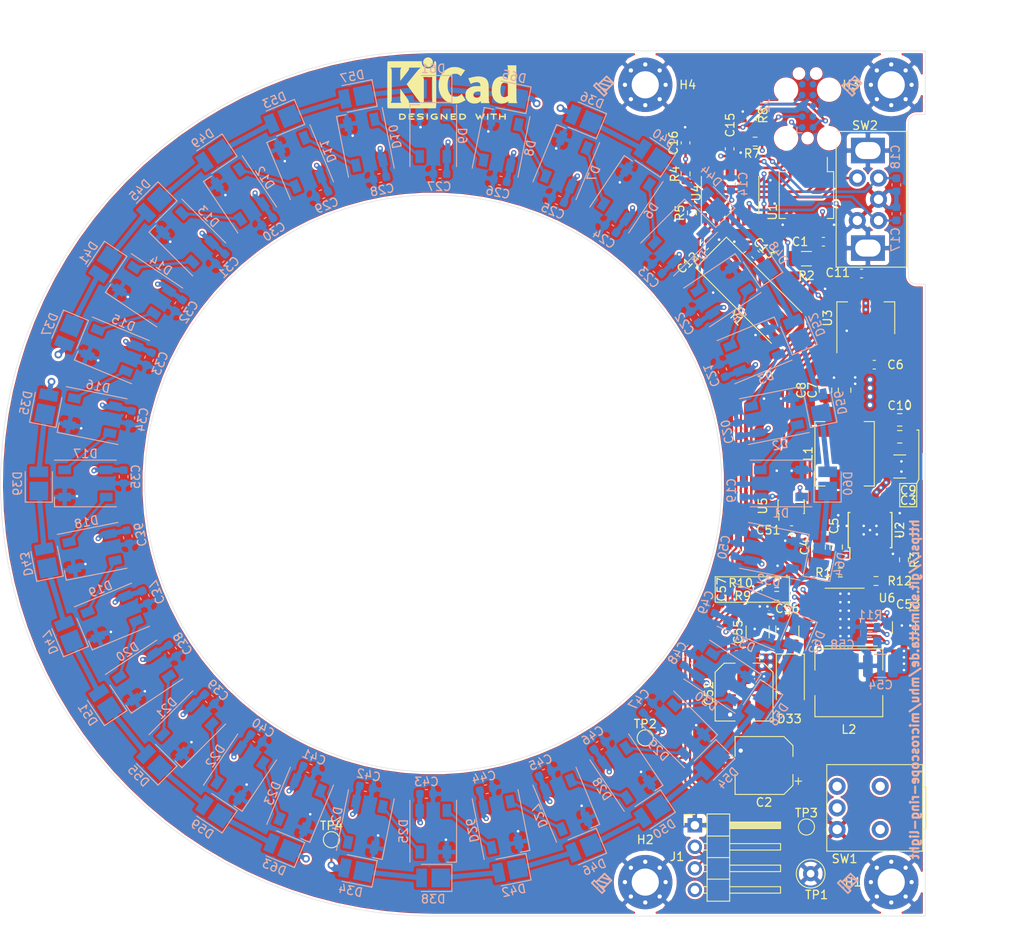
<source format=kicad_pcb>
(kicad_pcb (version 20171130) (host pcbnew 5.1.9)

  (general
    (thickness 1.6)
    (drawings 32)
    (tracks 1038)
    (zones 0)
    (modules 162)
    (nets 94)
  )

  (page A4)
  (title_block
    (title "Microscope Ring Light")
    (date 2021-04-07)
    (rev v2.0)
    (company Shimatta)
  )

  (layers
    (0 F.Cu signal)
    (1 In1.Cu power)
    (2 In2.Cu power)
    (31 B.Cu signal)
    (32 B.Adhes user)
    (33 F.Adhes user)
    (34 B.Paste user)
    (35 F.Paste user)
    (36 B.SilkS user)
    (37 F.SilkS user)
    (38 B.Mask user)
    (39 F.Mask user)
    (40 Dwgs.User user)
    (41 Cmts.User user)
    (42 Eco1.User user)
    (43 Eco2.User user)
    (44 Edge.Cuts user)
    (45 Margin user)
    (46 B.CrtYd user)
    (47 F.CrtYd user)
    (48 B.Fab user hide)
    (49 F.Fab user hide)
  )

  (setup
    (last_trace_width 0.25)
    (user_trace_width 0.3)
    (user_trace_width 0.6)
    (user_trace_width 0.8)
    (user_trace_width 2.5)
    (trace_clearance 0.2)
    (zone_clearance 0.3)
    (zone_45_only no)
    (trace_min 0.25)
    (via_size 0.8)
    (via_drill 0.4)
    (via_min_size 0.5)
    (via_min_drill 0.3)
    (user_via 0.6 0.3)
    (user_via 0.9 0.5)
    (uvia_size 0.3)
    (uvia_drill 0.1)
    (uvias_allowed no)
    (uvia_min_size 0.2)
    (uvia_min_drill 0.1)
    (edge_width 0.05)
    (segment_width 0.2)
    (pcb_text_width 0.3)
    (pcb_text_size 1.5 1.5)
    (mod_edge_width 0.12)
    (mod_text_size 1 1)
    (mod_text_width 0.15)
    (pad_size 1.205 1.55)
    (pad_drill 0)
    (pad_to_mask_clearance 0)
    (aux_axis_origin 70 70)
    (grid_origin 70 70)
    (visible_elements FFFFFF7F)
    (pcbplotparams
      (layerselection 0x010fc_ffffffff)
      (usegerberextensions true)
      (usegerberattributes true)
      (usegerberadvancedattributes true)
      (creategerberjobfile true)
      (excludeedgelayer true)
      (linewidth 0.100000)
      (plotframeref false)
      (viasonmask false)
      (mode 1)
      (useauxorigin false)
      (hpglpennumber 1)
      (hpglpenspeed 20)
      (hpglpendiameter 15.000000)
      (psnegative false)
      (psa4output false)
      (plotreference true)
      (plotvalue true)
      (plotinvisibletext false)
      (padsonsilk false)
      (subtractmaskfromsilk false)
      (outputformat 1)
      (mirror false)
      (drillshape 0)
      (scaleselection 1)
      (outputdirectory "gerber/"))
  )

  (net 0 "")
  (net 1 GND)
  (net 2 +3V3)
  (net 3 /TIM3_CH1)
  (net 4 /TIM3_CH2)
  (net 5 +12V)
  (net 6 +5V)
  (net 7 "Net-(D1-Pad4)")
  (net 8 "Net-(D1-Pad2)")
  (net 9 "Net-(D2-Pad4)")
  (net 10 "Net-(D3-Pad4)")
  (net 11 "Net-(D22-Pad4)")
  (net 12 "Net-(D4-Pad4)")
  (net 13 "Net-(D23-Pad4)")
  (net 14 "Net-(D5-Pad4)")
  (net 15 "Net-(D10-Pad2)")
  (net 16 "Net-(D10-Pad4)")
  (net 17 "Net-(D11-Pad4)")
  (net 18 "Net-(D12-Pad4)")
  (net 19 "Net-(D13-Pad4)")
  (net 20 "Net-(D14-Pad4)")
  (net 21 "Net-(D15-Pad4)")
  (net 22 "Net-(D16-Pad4)")
  (net 23 "Net-(D17-Pad4)")
  (net 24 "Net-(D18-Pad4)")
  (net 25 "Net-(D19-Pad4)")
  (net 26 "Net-(D20-Pad4)")
  (net 27 "Net-(D24-Pad4)")
  (net 28 /DMX+)
  (net 29 /DMX-)
  (net 30 /~RESET)
  (net 31 /STM_RX)
  (net 32 /STM_TX)
  (net 33 /SWCLK)
  (net 34 /SWDIO)
  (net 35 "/LED Grave/SK6812_DATA_IN")
  (net 36 /BUTTON)
  (net 37 "Net-(L1-Pad1)")
  (net 38 "Net-(C12-Pad1)")
  (net 39 "Net-(C13-Pad1)")
  (net 40 "Net-(D6-Pad4)")
  (net 41 "Net-(D7-Pad4)")
  (net 42 "Net-(D8-Pad4)")
  (net 43 "Net-(D21-Pad4)")
  (net 44 "Net-(D25-Pad4)")
  (net 45 "Net-(D26-Pad4)")
  (net 46 "Net-(D27-Pad4)")
  (net 47 "Net-(D28-Pad4)")
  (net 48 "Net-(D29-Pad4)")
  (net 49 "Net-(J1-Pad4)")
  (net 50 "Net-(D34-Pad1)")
  (net 51 "Net-(D35-Pad1)")
  (net 52 "Net-(D36-Pad1)")
  (net 53 "Net-(D37-Pad1)")
  (net 54 "Net-(D38-Pad1)")
  (net 55 "Net-(D39-Pad1)")
  (net 56 "Net-(D40-Pad1)")
  (net 57 "Net-(D41-Pad1)")
  (net 58 "Net-(D42-Pad1)")
  (net 59 "Net-(D43-Pad1)")
  (net 60 "Net-(D44-Pad1)")
  (net 61 "Net-(D45-Pad1)")
  (net 62 "Net-(D46-Pad1)")
  (net 63 "Net-(D47-Pad1)")
  (net 64 "Net-(D48-Pad1)")
  (net 65 "Net-(D49-Pad1)")
  (net 66 "Net-(D50-Pad1)")
  (net 67 "Net-(D51-Pad1)")
  (net 68 "Net-(D52-Pad1)")
  (net 69 "Net-(D53-Pad1)")
  (net 70 "Net-(D54-Pad1)")
  (net 71 "Net-(D55-Pad1)")
  (net 72 "Net-(D56-Pad1)")
  (net 73 "Net-(D57-Pad1)")
  (net 74 "Net-(D58-Pad1)")
  (net 75 "Net-(D59-Pad1)")
  (net 76 "Net-(D60-Pad1)")
  (net 77 "Net-(D61-Pad1)")
  (net 78 "Net-(D62-Pad1)")
  (net 79 "Net-(D63-Pad1)")
  (net 80 "Net-(R1-Pad2)")
  (net 81 /DMX_~RX~TX)
  (net 82 /WHITE_PWM)
  (net 83 /WhiteLEDs/LED_SUPPLY)
  (net 84 "Net-(D30-Pad4)")
  (net 85 "Net-(C57-Pad2)")
  (net 86 "Net-(C58-Pad1)")
  (net 87 "Net-(D31-Pad4)")
  (net 88 "Net-(D33-Pad2)")
  (net 89 "Net-(D64-Pad1)")
  (net 90 "Net-(D65-Pad1)")
  (net 91 "Net-(R5-Pad1)")
  (net 92 "Net-(R11-Pad2)")
  (net 93 "Net-(R12-Pad1)")

  (net_class Default "This is the default net class."
    (clearance 0.2)
    (trace_width 0.25)
    (via_dia 0.8)
    (via_drill 0.4)
    (uvia_dia 0.3)
    (uvia_drill 0.1)
    (diff_pair_width 0.3)
    (diff_pair_gap 0.26)
    (add_net +12V)
    (add_net +3V3)
    (add_net +5V)
    (add_net /BUTTON)
    (add_net /DMX_~RX~TX)
    (add_net "/LED Grave/SK6812_DATA_IN")
    (add_net /STM_RX)
    (add_net /STM_TX)
    (add_net /SWCLK)
    (add_net /SWDIO)
    (add_net /TIM3_CH1)
    (add_net /TIM3_CH2)
    (add_net /WHITE_PWM)
    (add_net /~RESET)
    (add_net GND)
    (add_net "Net-(C12-Pad1)")
    (add_net "Net-(C13-Pad1)")
    (add_net "Net-(C57-Pad2)")
    (add_net "Net-(C58-Pad1)")
    (add_net "Net-(D1-Pad2)")
    (add_net "Net-(D1-Pad4)")
    (add_net "Net-(D10-Pad2)")
    (add_net "Net-(D10-Pad4)")
    (add_net "Net-(D11-Pad4)")
    (add_net "Net-(D12-Pad4)")
    (add_net "Net-(D13-Pad4)")
    (add_net "Net-(D14-Pad4)")
    (add_net "Net-(D15-Pad4)")
    (add_net "Net-(D16-Pad4)")
    (add_net "Net-(D17-Pad4)")
    (add_net "Net-(D18-Pad4)")
    (add_net "Net-(D19-Pad4)")
    (add_net "Net-(D2-Pad4)")
    (add_net "Net-(D20-Pad4)")
    (add_net "Net-(D21-Pad4)")
    (add_net "Net-(D22-Pad4)")
    (add_net "Net-(D23-Pad4)")
    (add_net "Net-(D24-Pad4)")
    (add_net "Net-(D25-Pad4)")
    (add_net "Net-(D26-Pad4)")
    (add_net "Net-(D27-Pad4)")
    (add_net "Net-(D28-Pad4)")
    (add_net "Net-(D29-Pad4)")
    (add_net "Net-(D3-Pad4)")
    (add_net "Net-(D30-Pad4)")
    (add_net "Net-(D31-Pad4)")
    (add_net "Net-(D33-Pad2)")
    (add_net "Net-(D34-Pad1)")
    (add_net "Net-(D35-Pad1)")
    (add_net "Net-(D36-Pad1)")
    (add_net "Net-(D37-Pad1)")
    (add_net "Net-(D38-Pad1)")
    (add_net "Net-(D39-Pad1)")
    (add_net "Net-(D4-Pad4)")
    (add_net "Net-(D40-Pad1)")
    (add_net "Net-(D41-Pad1)")
    (add_net "Net-(D42-Pad1)")
    (add_net "Net-(D43-Pad1)")
    (add_net "Net-(D44-Pad1)")
    (add_net "Net-(D45-Pad1)")
    (add_net "Net-(D46-Pad1)")
    (add_net "Net-(D47-Pad1)")
    (add_net "Net-(D48-Pad1)")
    (add_net "Net-(D49-Pad1)")
    (add_net "Net-(D5-Pad4)")
    (add_net "Net-(D50-Pad1)")
    (add_net "Net-(D51-Pad1)")
    (add_net "Net-(D52-Pad1)")
    (add_net "Net-(D53-Pad1)")
    (add_net "Net-(D54-Pad1)")
    (add_net "Net-(D55-Pad1)")
    (add_net "Net-(D56-Pad1)")
    (add_net "Net-(D57-Pad1)")
    (add_net "Net-(D58-Pad1)")
    (add_net "Net-(D59-Pad1)")
    (add_net "Net-(D6-Pad4)")
    (add_net "Net-(D60-Pad1)")
    (add_net "Net-(D61-Pad1)")
    (add_net "Net-(D62-Pad1)")
    (add_net "Net-(D63-Pad1)")
    (add_net "Net-(D64-Pad1)")
    (add_net "Net-(D65-Pad1)")
    (add_net "Net-(D7-Pad4)")
    (add_net "Net-(D8-Pad4)")
    (add_net "Net-(J1-Pad4)")
    (add_net "Net-(L1-Pad1)")
    (add_net "Net-(R1-Pad2)")
    (add_net "Net-(R11-Pad2)")
    (add_net "Net-(R12-Pad1)")
    (add_net "Net-(R5-Pad1)")
  )

  (net_class DMX-DIFF120 ""
    (clearance 0.2)
    (trace_width 0.25)
    (via_dia 0.6)
    (via_drill 0.3)
    (uvia_dia 0.3)
    (uvia_drill 0.1)
    (diff_pair_width 0.25)
    (diff_pair_gap 0.3)
    (add_net /DMX+)
    (add_net /DMX-)
  )

  (net_class LED_SUPPLY ""
    (clearance 0.35)
    (trace_width 0.25)
    (via_dia 0.8)
    (via_drill 0.4)
    (uvia_dia 0.3)
    (uvia_drill 0.1)
    (diff_pair_width 0.3)
    (diff_pair_gap 0.25)
    (add_net /WhiteLEDs/LED_SUPPLY)
  )

  (module shimatta_switch:EN11-VSM (layer F.Cu) (tedit 60201AA5) (tstamp 6068A86B)
    (at 122.5 36.5)
    (path /606929D5)
    (fp_text reference SW2 (at -1.6 -8.7) (layer F.SilkS)
      (effects (font (size 1 1) (thickness 0.15)))
    )
    (fp_text value EN11-VSM (at 2.25 0 90) (layer F.Fab)
      (effects (font (size 1 1) (thickness 0.15)))
    )
    (fp_line (start -5 8) (end -5 -8) (layer F.SilkS) (width 0.12))
    (fp_line (start 3.35 8) (end -5 8) (layer F.SilkS) (width 0.12))
    (fp_line (start 3.35 -8) (end 3.35 8) (layer F.SilkS) (width 0.12))
    (fp_line (start -5 -8) (end 3.35 -8) (layer F.SilkS) (width 0.12))
    (fp_line (start 16.15 3) (end 8 3) (layer F.Fab) (width 0.12))
    (fp_line (start 16.15 -3) (end 16.15 3) (layer F.Fab) (width 0.12))
    (fp_line (start 8 -3) (end 16.15 -3) (layer F.Fab) (width 0.12))
    (fp_line (start 8 -3.5) (end 8 3.5) (layer F.Fab) (width 0.12))
    (fp_line (start 3.35 3.5) (end 8 3.5) (layer F.Fab) (width 0.12))
    (fp_line (start 3.35 -3.5) (end 8 -3.5) (layer F.Fab) (width 0.12))
    (fp_line (start 3.35 -8) (end 3.35 8) (layer F.Fab) (width 0.12))
    (fp_line (start -5 8) (end 3.35 8) (layer F.Fab) (width 0.12))
    (fp_line (start -5 -8) (end -5 8) (layer F.Fab) (width 0.12))
    (fp_line (start -5 -8) (end 3.35 -8) (layer F.Fab) (width 0.12))
    (pad MP thru_hole rect (at -1.25 5.75) (size 4 3) (drill oval 3 2) (layers *.Cu *.Mask)
      (net 1 GND))
    (pad MP thru_hole rect (at -1.25 -5.75) (size 4 3) (drill oval 3 2) (layers *.Cu *.Mask)
      (net 1 GND))
    (pad S2 thru_hole circle (at -2.5 2.5) (size 2 2) (drill 1.1) (layers *.Cu *.Mask)
      (net 1 GND))
    (pad S1 thru_hole circle (at -2.5 -2.5) (size 2 2) (drill 1.1) (layers *.Cu *.Mask)
      (net 36 /BUTTON))
    (pad C thru_hole circle (at 0 0) (size 2 2) (drill 1.1) (layers *.Cu *.Mask)
      (net 1 GND))
    (pad B thru_hole circle (at 0 -2.5) (size 2 2) (drill 1.1) (layers *.Cu *.Mask)
      (net 4 /TIM3_CH2))
    (pad A thru_hole circle (at 0 2.5) (size 2 2) (drill 1.1) (layers *.Cu *.Mask)
      (net 3 /TIM3_CH1))
  )

  (module Capacitor_SMD:C_0805_2012Metric (layer F.Cu) (tedit 5F68FEEE) (tstamp 60622F58)
    (at 125 62.5)
    (descr "Capacitor SMD 0805 (2012 Metric), square (rectangular) end terminal, IPC_7351 nominal, (Body size source: IPC-SM-782 page 76, https://www.pcb-3d.com/wordpress/wp-content/uploads/ipc-sm-782a_amendment_1_and_2.pdf, https://docs.google.com/spreadsheets/d/1BsfQQcO9C6DZCsRaXUlFlo91Tg2WpOkGARC1WS5S8t0/edit?usp=sharing), generated with kicad-footprint-generator")
    (tags capacitor)
    (path /600E7362)
    (attr smd)
    (fp_text reference C10 (at 0 -1.68) (layer F.SilkS)
      (effects (font (size 1 1) (thickness 0.15)))
    )
    (fp_text value 10u (at 0 1.68) (layer F.Fab)
      (effects (font (size 1 1) (thickness 0.15)))
    )
    (fp_line (start -1 0.625) (end -1 -0.625) (layer F.Fab) (width 0.1))
    (fp_line (start -1 -0.625) (end 1 -0.625) (layer F.Fab) (width 0.1))
    (fp_line (start 1 -0.625) (end 1 0.625) (layer F.Fab) (width 0.1))
    (fp_line (start 1 0.625) (end -1 0.625) (layer F.Fab) (width 0.1))
    (fp_line (start -0.261252 -0.735) (end 0.261252 -0.735) (layer F.SilkS) (width 0.12))
    (fp_line (start -0.261252 0.735) (end 0.261252 0.735) (layer F.SilkS) (width 0.12))
    (fp_line (start -1.7 0.98) (end -1.7 -0.98) (layer F.CrtYd) (width 0.05))
    (fp_line (start -1.7 -0.98) (end 1.7 -0.98) (layer F.CrtYd) (width 0.05))
    (fp_line (start 1.7 -0.98) (end 1.7 0.98) (layer F.CrtYd) (width 0.05))
    (fp_line (start 1.7 0.98) (end -1.7 0.98) (layer F.CrtYd) (width 0.05))
    (fp_text user %R (at 0 0) (layer F.Fab)
      (effects (font (size 0.5 0.5) (thickness 0.08)))
    )
    (pad 2 smd roundrect (at 0.95 0) (size 1 1.45) (layers F.Cu F.Paste F.Mask) (roundrect_rratio 0.25)
      (net 1 GND))
    (pad 1 smd roundrect (at -0.95 0) (size 1 1.45) (layers F.Cu F.Paste F.Mask) (roundrect_rratio 0.25)
      (net 6 +5V))
    (model ${KISYS3DMOD}/Capacitor_SMD.3dshapes/C_0805_2012Metric.wrl
      (at (xyz 0 0 0))
      (scale (xyz 1 1 1))
      (rotate (xyz 0 0 0))
    )
  )

  (module Capacitor_SMD:C_0805_2012Metric (layer F.Cu) (tedit 5F68FEEE) (tstamp 60622E53)
    (at 125 64.5)
    (descr "Capacitor SMD 0805 (2012 Metric), square (rectangular) end terminal, IPC_7351 nominal, (Body size source: IPC-SM-782 page 76, https://www.pcb-3d.com/wordpress/wp-content/uploads/ipc-sm-782a_amendment_1_and_2.pdf, https://docs.google.com/spreadsheets/d/1BsfQQcO9C6DZCsRaXUlFlo91Tg2WpOkGARC1WS5S8t0/edit?usp=sharing), generated with kicad-footprint-generator")
    (tags capacitor)
    (path /600E6713)
    (attr smd)
    (fp_text reference C9 (at 1 6.3) (layer F.SilkS)
      (effects (font (size 1 1) (thickness 0.15)))
    )
    (fp_text value 10u (at 0 1.68) (layer F.Fab)
      (effects (font (size 1 1) (thickness 0.15)))
    )
    (fp_line (start -1 0.625) (end -1 -0.625) (layer F.Fab) (width 0.1))
    (fp_line (start -1 -0.625) (end 1 -0.625) (layer F.Fab) (width 0.1))
    (fp_line (start 1 -0.625) (end 1 0.625) (layer F.Fab) (width 0.1))
    (fp_line (start 1 0.625) (end -1 0.625) (layer F.Fab) (width 0.1))
    (fp_line (start -0.261252 -0.735) (end 0.261252 -0.735) (layer F.SilkS) (width 0.12))
    (fp_line (start -0.261252 0.735) (end 0.261252 0.735) (layer F.SilkS) (width 0.12))
    (fp_line (start -1.7 0.98) (end -1.7 -0.98) (layer F.CrtYd) (width 0.05))
    (fp_line (start -1.7 -0.98) (end 1.7 -0.98) (layer F.CrtYd) (width 0.05))
    (fp_line (start 1.7 -0.98) (end 1.7 0.98) (layer F.CrtYd) (width 0.05))
    (fp_line (start 1.7 0.98) (end -1.7 0.98) (layer F.CrtYd) (width 0.05))
    (fp_text user %R (at 0 0) (layer F.Fab)
      (effects (font (size 0.5 0.5) (thickness 0.08)))
    )
    (pad 2 smd roundrect (at 0.95 0) (size 1 1.45) (layers F.Cu F.Paste F.Mask) (roundrect_rratio 0.25)
      (net 1 GND))
    (pad 1 smd roundrect (at -0.95 0) (size 1 1.45) (layers F.Cu F.Paste F.Mask) (roundrect_rratio 0.25)
      (net 6 +5V))
    (model ${KISYS3DMOD}/Capacitor_SMD.3dshapes/C_0805_2012Metric.wrl
      (at (xyz 0 0 0))
      (scale (xyz 1 1 1))
      (rotate (xyz 0 0 0))
    )
  )

  (module Capacitor_SMD:C_0805_2012Metric (layer F.Cu) (tedit 5F68FEEE) (tstamp 60622F22)
    (at 116.25 59 90)
    (descr "Capacitor SMD 0805 (2012 Metric), square (rectangular) end terminal, IPC_7351 nominal, (Body size source: IPC-SM-782 page 76, https://www.pcb-3d.com/wordpress/wp-content/uploads/ipc-sm-782a_amendment_1_and_2.pdf, https://docs.google.com/spreadsheets/d/1BsfQQcO9C6DZCsRaXUlFlo91Tg2WpOkGARC1WS5S8t0/edit?usp=sharing), generated with kicad-footprint-generator")
    (tags capacitor)
    (path /600E635C)
    (attr smd)
    (fp_text reference C8 (at 0 -2.85 90) (layer F.SilkS)
      (effects (font (size 1 1) (thickness 0.15)))
    )
    (fp_text value 10u (at 0 1.68 90) (layer F.Fab)
      (effects (font (size 1 1) (thickness 0.15)))
    )
    (fp_line (start -1 0.625) (end -1 -0.625) (layer F.Fab) (width 0.1))
    (fp_line (start -1 -0.625) (end 1 -0.625) (layer F.Fab) (width 0.1))
    (fp_line (start 1 -0.625) (end 1 0.625) (layer F.Fab) (width 0.1))
    (fp_line (start 1 0.625) (end -1 0.625) (layer F.Fab) (width 0.1))
    (fp_line (start -0.261252 -0.735) (end 0.261252 -0.735) (layer F.SilkS) (width 0.12))
    (fp_line (start -0.261252 0.735) (end 0.261252 0.735) (layer F.SilkS) (width 0.12))
    (fp_line (start -1.7 0.98) (end -1.7 -0.98) (layer F.CrtYd) (width 0.05))
    (fp_line (start -1.7 -0.98) (end 1.7 -0.98) (layer F.CrtYd) (width 0.05))
    (fp_line (start 1.7 -0.98) (end 1.7 0.98) (layer F.CrtYd) (width 0.05))
    (fp_line (start 1.7 0.98) (end -1.7 0.98) (layer F.CrtYd) (width 0.05))
    (fp_text user %R (at 0 0 90) (layer F.Fab)
      (effects (font (size 0.5 0.5) (thickness 0.08)))
    )
    (pad 2 smd roundrect (at 0.95 0 90) (size 1 1.45) (layers F.Cu F.Paste F.Mask) (roundrect_rratio 0.25)
      (net 1 GND))
    (pad 1 smd roundrect (at -0.95 0 90) (size 1 1.45) (layers F.Cu F.Paste F.Mask) (roundrect_rratio 0.25)
      (net 6 +5V))
    (model ${KISYS3DMOD}/Capacitor_SMD.3dshapes/C_0805_2012Metric.wrl
      (at (xyz 0 0 0))
      (scale (xyz 1 1 1))
      (rotate (xyz 0 0 0))
    )
  )

  (module Capacitor_SMD:C_0805_2012Metric (layer F.Cu) (tedit 5F68FEEE) (tstamp 60622FFD)
    (at 118.5 59 90)
    (descr "Capacitor SMD 0805 (2012 Metric), square (rectangular) end terminal, IPC_7351 nominal, (Body size source: IPC-SM-782 page 76, https://www.pcb-3d.com/wordpress/wp-content/uploads/ipc-sm-782a_amendment_1_and_2.pdf, https://docs.google.com/spreadsheets/d/1BsfQQcO9C6DZCsRaXUlFlo91Tg2WpOkGARC1WS5S8t0/edit?usp=sharing), generated with kicad-footprint-generator")
    (tags capacitor)
    (path /600E5144)
    (attr smd)
    (fp_text reference C7 (at 0 -3.8 90) (layer F.SilkS)
      (effects (font (size 1 1) (thickness 0.15)))
    )
    (fp_text value 10u (at 0 1.68 90) (layer F.Fab)
      (effects (font (size 1 1) (thickness 0.15)))
    )
    (fp_line (start -1 0.625) (end -1 -0.625) (layer F.Fab) (width 0.1))
    (fp_line (start -1 -0.625) (end 1 -0.625) (layer F.Fab) (width 0.1))
    (fp_line (start 1 -0.625) (end 1 0.625) (layer F.Fab) (width 0.1))
    (fp_line (start 1 0.625) (end -1 0.625) (layer F.Fab) (width 0.1))
    (fp_line (start -0.261252 -0.735) (end 0.261252 -0.735) (layer F.SilkS) (width 0.12))
    (fp_line (start -0.261252 0.735) (end 0.261252 0.735) (layer F.SilkS) (width 0.12))
    (fp_line (start -1.7 0.98) (end -1.7 -0.98) (layer F.CrtYd) (width 0.05))
    (fp_line (start -1.7 -0.98) (end 1.7 -0.98) (layer F.CrtYd) (width 0.05))
    (fp_line (start 1.7 -0.98) (end 1.7 0.98) (layer F.CrtYd) (width 0.05))
    (fp_line (start 1.7 0.98) (end -1.7 0.98) (layer F.CrtYd) (width 0.05))
    (fp_text user %R (at 0 0 90) (layer F.Fab)
      (effects (font (size 0.5 0.5) (thickness 0.08)))
    )
    (pad 2 smd roundrect (at 0.95 0 90) (size 1 1.45) (layers F.Cu F.Paste F.Mask) (roundrect_rratio 0.25)
      (net 1 GND))
    (pad 1 smd roundrect (at -0.95 0 90) (size 1 1.45) (layers F.Cu F.Paste F.Mask) (roundrect_rratio 0.25)
      (net 6 +5V))
    (model ${KISYS3DMOD}/Capacitor_SMD.3dshapes/C_0805_2012Metric.wrl
      (at (xyz 0 0 0))
      (scale (xyz 1 1 1))
      (rotate (xyz 0 0 0))
    )
  )

  (module shimatta_inductor:FerroCore_DE0704 (layer F.Cu) (tedit 606204E6) (tstamp 6062A4A1)
    (at 119 93.5 180)
    (path /606770DB/60625C92)
    (fp_text reference L2 (at 0 -5.5) (layer F.SilkS)
      (effects (font (size 1 1) (thickness 0.15)))
    )
    (fp_text value DE0704-22 (at 0 -2) (layer F.Fab)
      (effects (font (size 1 1) (thickness 0.15)))
    )
    (fp_circle (center 0 0) (end 3.25 0) (layer F.Fab) (width 0.12))
    (fp_line (start -3.75 2.75) (end -3.75 -2.75) (layer F.Fab) (width 0.12))
    (fp_line (start 2.75 3.75) (end -2.75 3.75) (layer F.Fab) (width 0.12))
    (fp_line (start 3.75 -2.75) (end 3.75 2.75) (layer F.Fab) (width 0.12))
    (fp_line (start -2.75 -3.75) (end 2.75 -3.75) (layer F.Fab) (width 0.12))
    (fp_line (start -4.5 4) (end -4.5 -4) (layer F.CrtYd) (width 0.12))
    (fp_line (start 4.5 4) (end -4.5 4) (layer F.CrtYd) (width 0.12))
    (fp_line (start 4.5 -4) (end 4.5 4) (layer F.CrtYd) (width 0.12))
    (fp_line (start -4.5 -4) (end 4.5 -4) (layer F.CrtYd) (width 0.12))
    (fp_line (start -4 -1.5) (end -4 -4) (layer F.SilkS) (width 0.12))
    (fp_line (start -4 -4) (end 4 -4) (layer F.SilkS) (width 0.12))
    (fp_line (start 4 -4) (end 4 -1.5) (layer F.SilkS) (width 0.12))
    (fp_line (start 4 1.5) (end 4 4) (layer F.SilkS) (width 0.12))
    (fp_line (start 4 4) (end -4 4) (layer F.SilkS) (width 0.12))
    (fp_line (start -4 4) (end -4 1.5) (layer F.SilkS) (width 0.12))
    (fp_arc (start -2.75 2.75) (end -3.75 2.75) (angle -90) (layer F.Fab) (width 0.12))
    (fp_arc (start 2.75 2.75) (end 2.75 3.75) (angle -90) (layer F.Fab) (width 0.12))
    (fp_arc (start 2.75 -2.75) (end 3.75 -2.75) (angle -90) (layer F.Fab) (width 0.12))
    (fp_arc (start -2.75 -2.75) (end -2.75 -3.75) (angle -90) (layer F.Fab) (width 0.12))
    (pad 2 smd rect (at 3.5 0 180) (size 1.6 2.2) (layers F.Cu F.Paste F.Mask)
      (net 88 "Net-(D33-Pad2)"))
    (pad 1 smd rect (at -3.5 0 180) (size 1.6 2.2) (layers F.Cu F.Paste F.Mask)
      (net 5 +12V))
  )

  (module Symbol:KiCad-Logo2_6mm_SilkScreen (layer F.Cu) (tedit 0) (tstamp 6061956D)
    (at 72.25 22.75)
    (descr "KiCad Logo")
    (tags "Logo KiCad")
    (attr virtual)
    (fp_text reference REF** (at 0 -5.08) (layer F.SilkS) hide
      (effects (font (size 1 1) (thickness 0.15)))
    )
    (fp_text value KiCad-Logo2_6mm_SilkScreen (at 0 6.35) (layer F.Fab) hide
      (effects (font (size 1 1) (thickness 0.15)))
    )
    (fp_poly (pts (xy -5.955743 -2.526311) (xy -5.69122 -2.526275) (xy -5.568088 -2.52627) (xy -3.597189 -2.52627)
      (xy -3.597189 -2.41009) (xy -3.584789 -2.268709) (xy -3.547364 -2.138316) (xy -3.484577 -2.018138)
      (xy -3.396094 -1.907398) (xy -3.366157 -1.877489) (xy -3.258466 -1.792652) (xy -3.139725 -1.730779)
      (xy -3.01346 -1.691841) (xy -2.883197 -1.67581) (xy -2.752465 -1.682658) (xy -2.624788 -1.712357)
      (xy -2.503695 -1.76488) (xy -2.392712 -1.840197) (xy -2.342868 -1.885637) (xy -2.249983 -1.997048)
      (xy -2.181873 -2.119565) (xy -2.139129 -2.251785) (xy -2.122347 -2.392308) (xy -2.122124 -2.406133)
      (xy -2.121244 -2.526266) (xy -2.068443 -2.526268) (xy -2.021604 -2.519911) (xy -1.978817 -2.504444)
      (xy -1.975989 -2.502846) (xy -1.966325 -2.497832) (xy -1.957451 -2.493927) (xy -1.949335 -2.489993)
      (xy -1.941943 -2.484894) (xy -1.935245 -2.477492) (xy -1.929208 -2.466649) (xy -1.923801 -2.451228)
      (xy -1.91899 -2.430091) (xy -1.914745 -2.402101) (xy -1.911032 -2.366121) (xy -1.907821 -2.321013)
      (xy -1.905078 -2.26564) (xy -1.902772 -2.198863) (xy -1.900871 -2.119547) (xy -1.899342 -2.026553)
      (xy -1.898154 -1.918743) (xy -1.897274 -1.794981) (xy -1.89667 -1.654129) (xy -1.896311 -1.49505)
      (xy -1.896165 -1.316605) (xy -1.896198 -1.117658) (xy -1.89638 -0.897071) (xy -1.896677 -0.653707)
      (xy -1.897059 -0.386428) (xy -1.897492 -0.094097) (xy -1.897945 0.224424) (xy -1.897998 0.26323)
      (xy -1.898404 0.583782) (xy -1.898749 0.878012) (xy -1.899069 1.147056) (xy -1.8994 1.392052)
      (xy -1.899779 1.614137) (xy -1.900243 1.814447) (xy -1.900828 1.994119) (xy -1.90157 2.15429)
      (xy -1.902506 2.296098) (xy -1.903673 2.420679) (xy -1.905107 2.52917) (xy -1.906844 2.622707)
      (xy -1.908922 2.702429) (xy -1.911376 2.769472) (xy -1.914244 2.824973) (xy -1.917561 2.870068)
      (xy -1.921364 2.905895) (xy -1.92569 2.933591) (xy -1.930575 2.954293) (xy -1.936055 2.969137)
      (xy -1.942168 2.97926) (xy -1.94895 2.9858) (xy -1.956437 2.989893) (xy -1.964666 2.992676)
      (xy -1.973673 2.995287) (xy -1.983495 2.998862) (xy -1.985894 2.99995) (xy -1.993435 3.002396)
      (xy -2.006056 3.004642) (xy -2.024859 3.006698) (xy -2.050947 3.008572) (xy -2.085422 3.010271)
      (xy -2.129385 3.011803) (xy -2.183939 3.013177) (xy -2.250185 3.0144) (xy -2.329226 3.015481)
      (xy -2.422163 3.016427) (xy -2.530099 3.017247) (xy -2.654136 3.017947) (xy -2.795376 3.018538)
      (xy -2.954921 3.019025) (xy -3.133872 3.019419) (xy -3.333332 3.019725) (xy -3.554404 3.019953)
      (xy -3.798188 3.02011) (xy -4.065787 3.020205) (xy -4.358303 3.020245) (xy -4.676839 3.020238)
      (xy -4.780021 3.020228) (xy -5.105623 3.020176) (xy -5.404881 3.020091) (xy -5.678909 3.019963)
      (xy -5.928824 3.019785) (xy -6.15574 3.019548) (xy -6.360773 3.019242) (xy -6.545038 3.01886)
      (xy -6.70965 3.018392) (xy -6.855725 3.01783) (xy -6.984376 3.017165) (xy -7.096721 3.016388)
      (xy -7.193874 3.015491) (xy -7.27695 3.014465) (xy -7.347064 3.013301) (xy -7.405332 3.011991)
      (xy -7.452869 3.010525) (xy -7.49079 3.008896) (xy -7.52021 3.007093) (xy -7.542245 3.00511)
      (xy -7.55801 3.002936) (xy -7.56862 3.000563) (xy -7.574404 2.998391) (xy -7.584684 2.994056)
      (xy -7.594122 2.990859) (xy -7.602755 2.987665) (xy -7.610619 2.983338) (xy -7.617748 2.976744)
      (xy -7.624179 2.966747) (xy -7.629947 2.952212) (xy -7.635089 2.932003) (xy -7.63964 2.904985)
      (xy -7.643635 2.870023) (xy -7.647111 2.825981) (xy -7.650102 2.771724) (xy -7.652646 2.706117)
      (xy -7.654777 2.628024) (xy -7.656532 2.53631) (xy -7.657945 2.42984) (xy -7.658315 2.388973)
      (xy -7.291884 2.388973) (xy -5.996734 2.388973) (xy -6.021655 2.351217) (xy -6.046447 2.312417)
      (xy -6.06744 2.275469) (xy -6.084935 2.237788) (xy -6.09923 2.196788) (xy -6.110623 2.149883)
      (xy -6.119413 2.094487) (xy -6.125898 2.028016) (xy -6.130377 1.947883) (xy -6.13315 1.851502)
      (xy -6.134513 1.736289) (xy -6.134767 1.599657) (xy -6.134209 1.43902) (xy -6.133893 1.379382)
      (xy -6.130325 0.740041) (xy -5.725298 1.291449) (xy -5.610554 1.447876) (xy -5.511143 1.584088)
      (xy -5.42599 1.70189) (xy -5.354022 1.803084) (xy -5.294166 1.889477) (xy -5.245348 1.962874)
      (xy -5.206495 2.025077) (xy -5.176534 2.077893) (xy -5.154391 2.123125) (xy -5.138993 2.162578)
      (xy -5.129266 2.198058) (xy -5.124137 2.231368) (xy -5.122532 2.264313) (xy -5.123379 2.298697)
      (xy -5.123595 2.303019) (xy -5.128054 2.389031) (xy -3.708692 2.388973) (xy -3.814265 2.282522)
      (xy -3.842913 2.253406) (xy -3.87009 2.225076) (xy -3.896989 2.195968) (xy -3.924803 2.16452)
      (xy -3.954725 2.129169) (xy -3.987946 2.088354) (xy -4.025661 2.040511) (xy -4.06906 1.984079)
      (xy -4.119338 1.917494) (xy -4.177688 1.839195) (xy -4.2453 1.747619) (xy -4.323369 1.641204)
      (xy -4.413088 1.518387) (xy -4.515648 1.377605) (xy -4.632242 1.217297) (xy -4.727809 1.085798)
      (xy -4.847749 0.920596) (xy -4.95238 0.776152) (xy -5.042648 0.651094) (xy -5.119503 0.544052)
      (xy -5.183891 0.453654) (xy -5.236761 0.378529) (xy -5.27906 0.317304) (xy -5.311736 0.26861)
      (xy -5.335738 0.231074) (xy -5.352013 0.203325) (xy -5.361508 0.183992) (xy -5.365173 0.171703)
      (xy -5.364071 0.165242) (xy -5.350724 0.148048) (xy -5.321866 0.111655) (xy -5.27924 0.058224)
      (xy -5.224585 -0.010081) (xy -5.159644 -0.091097) (xy -5.086158 -0.18266) (xy -5.005868 -0.282608)
      (xy -4.920515 -0.388776) (xy -4.83184 -0.499003) (xy -4.741586 -0.611124) (xy -4.691944 -0.672756)
      (xy -3.459373 -0.672756) (xy -3.408146 -0.580081) (xy -3.356919 -0.487405) (xy -3.356919 2.203622)
      (xy -3.408146 2.296298) (xy -3.459373 2.388973) (xy -2.853396 2.388973) (xy -2.708734 2.388931)
      (xy -2.589244 2.388741) (xy -2.492642 2.388308) (xy -2.416642 2.387536) (xy -2.358957 2.38633)
      (xy -2.317301 2.384594) (xy -2.289389 2.382232) (xy -2.272935 2.37915) (xy -2.265652 2.375251)
      (xy -2.265255 2.37044) (xy -2.269458 2.364622) (xy -2.269501 2.364574) (xy -2.286813 2.339532)
      (xy -2.309736 2.298815) (xy -2.329981 2.258168) (xy -2.368379 2.176162) (xy -2.376211 -0.672756)
      (xy -3.459373 -0.672756) (xy -4.691944 -0.672756) (xy -4.651493 -0.722976) (xy -4.563302 -0.832396)
      (xy -4.478754 -0.937222) (xy -4.399592 -1.035289) (xy -4.327556 -1.124434) (xy -4.264387 -1.202495)
      (xy -4.211827 -1.267308) (xy -4.171617 -1.31671) (xy -4.148 -1.345513) (xy -4.05629 -1.453222)
      (xy -3.96806 -1.55042) (xy -3.886403 -1.633924) (xy -3.81441 -1.700552) (xy -3.763319 -1.741401)
      (xy -3.702907 -1.784865) (xy -5.092298 -1.784865) (xy -5.091908 -1.703334) (xy -5.095791 -1.643394)
      (xy -5.11039 -1.587823) (xy -5.132988 -1.535145) (xy -5.147678 -1.505385) (xy -5.163472 -1.475897)
      (xy -5.181814 -1.444724) (xy -5.204145 -1.409907) (xy -5.231909 -1.36949) (xy -5.266549 -1.321514)
      (xy -5.309507 -1.264022) (xy -5.362227 -1.195057) (xy -5.426151 -1.112661) (xy -5.502721 -1.014876)
      (xy -5.593381 -0.899745) (xy -5.699574 -0.76531) (xy -5.711568 -0.750141) (xy -6.130325 -0.220588)
      (xy -6.134378 -0.807078) (xy -6.135195 -0.982749) (xy -6.135021 -1.131468) (xy -6.133849 -1.253725)
      (xy -6.131669 -1.350011) (xy -6.128474 -1.420817) (xy -6.124256 -1.466631) (xy -6.122838 -1.475321)
      (xy -6.100591 -1.566865) (xy -6.071443 -1.649392) (xy -6.038182 -1.715747) (xy -6.0182 -1.74389)
      (xy -5.983722 -1.784865) (xy -6.637914 -1.784865) (xy -6.793969 -1.784731) (xy -6.924467 -1.784297)
      (xy -7.03131 -1.783511) (xy -7.116398 -1.782324) (xy -7.181635 -1.780683) (xy -7.228921 -1.778539)
      (xy -7.260157 -1.775841) (xy -7.277246 -1.772538) (xy -7.282088 -1.768579) (xy -7.281753 -1.767702)
      (xy -7.267885 -1.746769) (xy -7.244732 -1.713588) (xy -7.232754 -1.696807) (xy -7.220369 -1.68006)
      (xy -7.209237 -1.665085) (xy -7.199288 -1.650406) (xy -7.190451 -1.634551) (xy -7.182657 -1.616045)
      (xy -7.175835 -1.593415) (xy -7.169916 -1.565187) (xy -7.164829 -1.529887) (xy -7.160504 -1.486042)
      (xy -7.156871 -1.432178) (xy -7.15386 -1.36682) (xy -7.151401 -1.288496) (xy -7.149423 -1.195732)
      (xy -7.147858 -1.087053) (xy -7.146634 -0.960987) (xy -7.145681 -0.816058) (xy -7.14493 -0.650794)
      (xy -7.144311 -0.463721) (xy -7.143752 -0.253365) (xy -7.143185 -0.018252) (xy -7.142655 0.197741)
      (xy -7.142155 0.438535) (xy -7.141895 0.668274) (xy -7.141868 0.885493) (xy -7.142067 1.088722)
      (xy -7.142486 1.276496) (xy -7.143118 1.447345) (xy -7.143956 1.599803) (xy -7.144992 1.732403)
      (xy -7.14622 1.843676) (xy -7.147633 1.932156) (xy -7.149225 1.996375) (xy -7.150987 2.034865)
      (xy -7.151321 2.038933) (xy -7.163466 2.132248) (xy -7.182427 2.20719) (xy -7.211302 2.272594)
      (xy -7.25319 2.337293) (xy -7.258429 2.344352) (xy -7.291884 2.388973) (xy -7.658315 2.388973)
      (xy -7.659054 2.307479) (xy -7.659893 2.16809) (xy -7.660498 2.010539) (xy -7.660905 1.833691)
      (xy -7.66115 1.63641) (xy -7.661267 1.41756) (xy -7.661295 1.176007) (xy -7.661267 0.910615)
      (xy -7.66122 0.620249) (xy -7.66119 0.303773) (xy -7.661189 0.240946) (xy -7.661172 -0.078863)
      (xy -7.661112 -0.372339) (xy -7.661002 -0.64061) (xy -7.660833 -0.884802) (xy -7.660597 -1.106043)
      (xy -7.660284 -1.30546) (xy -7.659885 -1.48418) (xy -7.659393 -1.643329) (xy -7.658797 -1.784034)
      (xy -7.65809 -1.907424) (xy -7.657263 -2.014624) (xy -7.656307 -2.106762) (xy -7.655213 -2.184965)
      (xy -7.653973 -2.250359) (xy -7.652578 -2.304072) (xy -7.651018 -2.347231) (xy -7.649286 -2.380963)
      (xy -7.647372 -2.406395) (xy -7.645268 -2.424653) (xy -7.642966 -2.436866) (xy -7.640455 -2.444159)
      (xy -7.640363 -2.444341) (xy -7.635192 -2.455482) (xy -7.630885 -2.465569) (xy -7.626121 -2.474654)
      (xy -7.619578 -2.482788) (xy -7.609935 -2.490024) (xy -7.595871 -2.496414) (xy -7.576063 -2.502011)
      (xy -7.549191 -2.506867) (xy -7.513933 -2.511034) (xy -7.468968 -2.514564) (xy -7.412974 -2.517509)
      (xy -7.344629 -2.519923) (xy -7.262614 -2.521856) (xy -7.165605 -2.523362) (xy -7.052282 -2.524492)
      (xy -6.921323 -2.525298) (xy -6.771407 -2.525834) (xy -6.601213 -2.526151) (xy -6.409418 -2.526301)
      (xy -6.194702 -2.526337) (xy -5.955743 -2.526311)) (layer F.SilkS) (width 0.01))
    (fp_poly (pts (xy 0.439962 -1.839501) (xy 0.588014 -1.823293) (xy 0.731452 -1.794282) (xy 0.87611 -1.750955)
      (xy 1.027824 -1.691799) (xy 1.192428 -1.6153) (xy 1.222071 -1.600483) (xy 1.290098 -1.566969)
      (xy 1.354256 -1.536792) (xy 1.408215 -1.512834) (xy 1.44564 -1.497976) (xy 1.451389 -1.496105)
      (xy 1.506486 -1.479598) (xy 1.259851 -1.120799) (xy 1.199552 -1.033107) (xy 1.144422 -0.952988)
      (xy 1.096336 -0.883164) (xy 1.057168 -0.826353) (xy 1.028794 -0.785277) (xy 1.013087 -0.762654)
      (xy 1.010536 -0.759072) (xy 1.000171 -0.766562) (xy 0.97466 -0.789082) (xy 0.938563 -0.822539)
      (xy 0.918642 -0.84145) (xy 0.805773 -0.931222) (xy 0.679014 -0.999439) (xy 0.569783 -1.036805)
      (xy 0.504214 -1.04854) (xy 0.422116 -1.055692) (xy 0.333144 -1.058126) (xy 0.246956 -1.055712)
      (xy 0.173205 -1.048317) (xy 0.143776 -1.042653) (xy 0.011133 -0.997018) (xy -0.108394 -0.927337)
      (xy -0.214717 -0.83374) (xy -0.307747 -0.716351) (xy -0.387395 -0.5753) (xy -0.453574 -0.410714)
      (xy -0.506194 -0.22272) (xy -0.537467 -0.061783) (xy -0.545626 0.009263) (xy -0.551185 0.101046)
      (xy -0.554198 0.206968) (xy -0.554719 0.320434) (xy -0.5528 0.434849) (xy -0.548497 0.543617)
      (xy -0.541863 0.640143) (xy -0.532951 0.717831) (xy -0.531021 0.729817) (xy -0.488501 0.922892)
      (xy -0.430567 1.093773) (xy -0.356867 1.243224) (xy -0.267049 1.372011) (xy -0.203293 1.441639)
      (xy -0.088714 1.536173) (xy 0.036942 1.606246) (xy 0.171557 1.651477) (xy 0.313011 1.671484)
      (xy 0.459183 1.665885) (xy 0.607955 1.6343) (xy 0.695911 1.603394) (xy 0.817629 1.541506)
      (xy 0.94308 1.452729) (xy 1.013353 1.392694) (xy 1.052811 1.357947) (xy 1.083812 1.332454)
      (xy 1.101458 1.32017) (xy 1.103648 1.319795) (xy 1.111524 1.332347) (xy 1.131932 1.365516)
      (xy 1.163132 1.416458) (xy 1.203386 1.482331) (xy 1.250957 1.560289) (xy 1.304104 1.64749)
      (xy 1.333687 1.696067) (xy 1.559648 2.067215) (xy 1.277527 2.206639) (xy 1.175522 2.256719)
      (xy 1.092889 2.29621) (xy 1.024578 2.327073) (xy 0.965537 2.351268) (xy 0.910714 2.370758)
      (xy 0.85506 2.387503) (xy 0.793523 2.403465) (xy 0.73454 2.417482) (xy 0.682115 2.428329)
      (xy 0.627288 2.436526) (xy 0.564572 2.442528) (xy 0.488477 2.44679) (xy 0.393516 2.449767)
      (xy 0.329513 2.451052) (xy 0.238192 2.45193) (xy 0.150627 2.451487) (xy 0.072612 2.449852)
      (xy 0.009942 2.447149) (xy -0.031587 2.443505) (xy -0.034048 2.443142) (xy -0.249697 2.396487)
      (xy -0.452207 2.325729) (xy -0.641505 2.230914) (xy -0.817521 2.112089) (xy -0.980184 1.9693)
      (xy -1.129422 1.802594) (xy -1.237504 1.654433) (xy -1.352566 1.460502) (xy -1.445577 1.255699)
      (xy -1.516987 1.038383) (xy -1.567244 0.806912) (xy -1.596799 0.559643) (xy -1.606111 0.308559)
      (xy -1.598452 0.06567) (xy -1.574387 -0.15843) (xy -1.533148 -0.367523) (xy -1.473973 -0.565387)
      (xy -1.396096 -0.755804) (xy -1.386797 -0.775532) (xy -1.284352 -0.959941) (xy -1.158528 -1.135424)
      (xy -1.012888 -1.29835) (xy -0.850999 -1.445086) (xy -0.676424 -1.571999) (xy -0.513756 -1.665095)
      (xy -0.349427 -1.738009) (xy -0.184749 -1.790826) (xy -0.013348 -1.824985) (xy 0.171153 -1.841922)
      (xy 0.281459 -1.84442) (xy 0.439962 -1.839501)) (layer F.SilkS) (width 0.01))
    (fp_poly (pts (xy 3.167505 -0.735771) (xy 3.235531 -0.730622) (xy 3.430163 -0.704727) (xy 3.602529 -0.663425)
      (xy 3.75347 -0.606147) (xy 3.883825 -0.532326) (xy 3.994434 -0.441392) (xy 4.086135 -0.332778)
      (xy 4.15977 -0.205915) (xy 4.213539 -0.068648) (xy 4.227187 -0.024863) (xy 4.239073 0.016141)
      (xy 4.249334 0.056569) (xy 4.258113 0.09863) (xy 4.265548 0.144531) (xy 4.27178 0.19648)
      (xy 4.27695 0.256685) (xy 4.281196 0.327352) (xy 4.28466 0.410689) (xy 4.287481 0.508905)
      (xy 4.2898 0.624205) (xy 4.291757 0.758799) (xy 4.293491 0.914893) (xy 4.295143 1.094695)
      (xy 4.296324 1.235676) (xy 4.30427 2.203622) (xy 4.355756 2.29677) (xy 4.380137 2.341645)
      (xy 4.39828 2.376501) (xy 4.406935 2.395054) (xy 4.407243 2.396311) (xy 4.394014 2.397749)
      (xy 4.356326 2.399074) (xy 4.297183 2.400249) (xy 4.219586 2.401237) (xy 4.126536 2.401999)
      (xy 4.021035 2.4025) (xy 3.906084 2.402701) (xy 3.892378 2.402703) (xy 3.377513 2.402703)
      (xy 3.377513 2.286) (xy 3.376635 2.23326) (xy 3.374292 2.192926) (xy 3.370921 2.1713)
      (xy 3.369431 2.169298) (xy 3.355804 2.177683) (xy 3.327757 2.199692) (xy 3.291303 2.230601)
      (xy 3.290485 2.231316) (xy 3.223962 2.280843) (xy 3.139948 2.330575) (xy 3.047937 2.375626)
      (xy 2.957421 2.41111) (xy 2.917567 2.423236) (xy 2.838255 2.438637) (xy 2.740935 2.448465)
      (xy 2.634516 2.45258) (xy 2.527907 2.450841) (xy 2.430017 2.443108) (xy 2.361513 2.431981)
      (xy 2.19352 2.382648) (xy 2.042281 2.312342) (xy 1.908782 2.221933) (xy 1.794006 2.112295)
      (xy 1.698937 1.984299) (xy 1.62456 1.838818) (xy 1.592474 1.750541) (xy 1.572365 1.664739)
      (xy 1.559038 1.561736) (xy 1.552872 1.451034) (xy 1.553074 1.434925) (xy 2.481648 1.434925)
      (xy 2.489348 1.517184) (xy 2.514989 1.585546) (xy 2.562378 1.64897) (xy 2.580579 1.667567)
      (xy 2.645282 1.717846) (xy 2.720066 1.750056) (xy 2.809662 1.765648) (xy 2.904012 1.766796)
      (xy 2.993501 1.759216) (xy 3.062018 1.744389) (xy 3.091775 1.733253) (xy 3.145408 1.702904)
      (xy 3.202235 1.660221) (xy 3.254082 1.612317) (xy 3.292778 1.566301) (xy 3.303054 1.549421)
      (xy 3.311042 1.525782) (xy 3.316721 1.488168) (xy 3.320356 1.432985) (xy 3.322211 1.35664)
      (xy 3.322594 1.283981) (xy 3.322335 1.19927) (xy 3.321287 1.138018) (xy 3.319045 1.096227)
      (xy 3.315206 1.069899) (xy 3.309365 1.055035) (xy 3.301118 1.047639) (xy 3.298567 1.046461)
      (xy 3.2764 1.042833) (xy 3.23268 1.039866) (xy 3.173311 1.037827) (xy 3.104196 1.036983)
      (xy 3.089189 1.036982) (xy 2.996805 1.038457) (xy 2.925432 1.042842) (xy 2.868719 1.050738)
      (xy 2.821872 1.06227) (xy 2.705669 1.106215) (xy 2.614543 1.160243) (xy 2.547705 1.225219)
      (xy 2.504365 1.302005) (xy 2.483734 1.391467) (xy 2.481648 1.434925) (xy 1.553074 1.434925)
      (xy 1.554244 1.342133) (xy 1.563532 1.244536) (xy 1.570777 1.205105) (xy 1.617039 1.058701)
      (xy 1.687384 0.923995) (xy 1.780484 0.80228) (xy 1.895012 0.694847) (xy 2.02964 0.602988)
      (xy 2.18304 0.527996) (xy 2.313459 0.482458) (xy 2.400623 0.458533) (xy 2.483996 0.439943)
      (xy 2.568976 0.426084) (xy 2.660965 0.416351) (xy 2.765362 0.410141) (xy 2.887568 0.406851)
      (xy 2.998055 0.405924) (xy 3.325677 0.405027) (xy 3.319401 0.306547) (xy 3.301579 0.199695)
      (xy 3.263667 0.107852) (xy 3.20728 0.03331) (xy 3.134031 -0.021636) (xy 3.069535 -0.048448)
      (xy 2.977123 -0.065346) (xy 2.867111 -0.067773) (xy 2.744656 -0.056622) (xy 2.614914 -0.03279)
      (xy 2.483042 0.00283) (xy 2.354198 0.049343) (xy 2.260566 0.091883) (xy 2.215517 0.113728)
      (xy 2.181156 0.128984) (xy 2.163681 0.134937) (xy 2.162733 0.134746) (xy 2.156703 0.121412)
      (xy 2.141645 0.086068) (xy 2.118977 0.032101) (xy 2.090115 -0.037104) (xy 2.056477 -0.11816)
      (xy 2.022284 -0.200882) (xy 1.885586 -0.532197) (xy 1.98282 -0.548167) (xy 2.024964 -0.55618)
      (xy 2.088319 -0.569639) (xy 2.167457 -0.587321) (xy 2.256951 -0.608004) (xy 2.351373 -0.630468)
      (xy 2.388973 -0.639597) (xy 2.551637 -0.677326) (xy 2.69405 -0.705612) (xy 2.821527 -0.725028)
      (xy 2.939384 -0.736146) (xy 3.052938 -0.739536) (xy 3.167505 -0.735771)) (layer F.SilkS) (width 0.01))
    (fp_poly (pts (xy 6.84227 -2.043175) (xy 6.959041 -2.042696) (xy 6.998729 -2.042455) (xy 7.544486 -2.038865)
      (xy 7.551351 0.054919) (xy 7.552258 0.338842) (xy 7.553062 0.59664) (xy 7.553815 0.829646)
      (xy 7.554569 1.039194) (xy 7.555375 1.226618) (xy 7.556285 1.39325) (xy 7.557351 1.540425)
      (xy 7.558624 1.669477) (xy 7.560156 1.781739) (xy 7.561998 1.878544) (xy 7.564203 1.961226)
      (xy 7.566822 2.031119) (xy 7.569906 2.089557) (xy 7.573508 2.137872) (xy 7.577678 2.1774)
      (xy 7.582469 2.209473) (xy 7.587931 2.235424) (xy 7.594118 2.256589) (xy 7.60108 2.274299)
      (xy 7.608869 2.289889) (xy 7.617537 2.304693) (xy 7.627135 2.320044) (xy 7.637715 2.337276)
      (xy 7.639884 2.340946) (xy 7.676268 2.403031) (xy 7.150431 2.399434) (xy 6.624594 2.395838)
      (xy 6.617729 2.280331) (xy 6.613992 2.224899) (xy 6.610097 2.192851) (xy 6.604811 2.180135)
      (xy 6.596903 2.182696) (xy 6.59027 2.190024) (xy 6.561374 2.216714) (xy 6.514279 2.251021)
      (xy 6.45562 2.288846) (xy 6.392031 2.32609) (xy 6.330149 2.358653) (xy 6.282634 2.380077)
      (xy 6.171316 2.415283) (xy 6.043596 2.440222) (xy 5.908901 2.453941) (xy 5.776663 2.455486)
      (xy 5.656308 2.443906) (xy 5.654326 2.443574) (xy 5.489641 2.40225) (xy 5.335479 2.336412)
      (xy 5.193328 2.247474) (xy 5.064675 2.136852) (xy 4.951007 2.005961) (xy 4.85381 1.856216)
      (xy 4.774572 1.689033) (xy 4.73143 1.56519) (xy 4.702979 1.461581) (xy 4.68188 1.361252)
      (xy 4.667488 1.258109) (xy 4.659158 1.146057) (xy 4.656245 1.019001) (xy 4.657535 0.915252)
      (xy 5.67065 0.915252) (xy 5.675444 1.089222) (xy 5.690568 1.238895) (xy 5.716485 1.365597)
      (xy 5.753663 1.470658) (xy 5.802565 1.555406) (xy 5.863658 1.621169) (xy 5.934177 1.667659)
      (xy 5.970871 1.685014) (xy 6.002696 1.695419) (xy 6.038177 1.700179) (xy 6.085841 1.700601)
      (xy 6.137189 1.698748) (xy 6.238169 1.689841) (xy 6.318035 1.672398) (xy 6.343135 1.663661)
      (xy 6.400448 1.637857) (xy 6.460897 1.605453) (xy 6.487297 1.589233) (xy 6.555946 1.544205)
      (xy 6.555946 0.116982) (xy 6.480432 0.071718) (xy 6.375121 0.020572) (xy 6.267525 -0.009676)
      (xy 6.161581 -0.019205) (xy 6.061224 -0.008193) (xy 5.970387 0.023181) (xy 5.893007 0.07474)
      (xy 5.868039 0.099488) (xy 5.807856 0.180577) (xy 5.759145 0.278734) (xy 5.721499 0.395643)
      (xy 5.694512 0.532985) (xy 5.677775 0.692444) (xy 5.670883 0.8757) (xy 5.67065 0.915252)
      (xy 4.657535 0.915252) (xy 4.658073 0.872067) (xy 4.669647 0.646053) (xy 4.69292 0.442192)
      (xy 4.728504 0.257513) (xy 4.777013 0.089048) (xy 4.83906 -0.066174) (xy 4.861201 -0.112192)
      (xy 4.950385 -0.262261) (xy 5.058159 -0.395623) (xy 5.18199 -0.510123) (xy 5.319342 -0.603611)
      (xy 5.467683 -0.673932) (xy 5.556604 -0.70294) (xy 5.643933 -0.72016) (xy 5.749011 -0.730406)
      (xy 5.863029 -0.733682) (xy 5.977177 -0.729991) (xy 6.082648 -0.71934) (xy 6.167334 -0.70263)
      (xy 6.268128 -0.66986) (xy 6.365822 -0.627721) (xy 6.451296 -0.580481) (xy 6.496789 -0.548419)
      (xy 6.528169 -0.524578) (xy 6.550142 -0.510061) (xy 6.555141 -0.508) (xy 6.55669 -0.521282)
      (xy 6.558135 -0.559337) (xy 6.559443 -0.619481) (xy 6.560583 -0.699027) (xy 6.561521 -0.795289)
      (xy 6.562226 -0.905581) (xy 6.562667 -1.027219) (xy 6.562811 -1.151115) (xy 6.56273 -1.309804)
      (xy 6.562335 -1.443592) (xy 6.561395 -1.55504) (xy 6.55968 -1.646705) (xy 6.556957 -1.721147)
      (xy 6.552997 -1.780925) (xy 6.547569 -1.828598) (xy 6.540441 -1.866726) (xy 6.531384 -1.897866)
      (xy 6.520167 -1.924579) (xy 6.506558 -1.949423) (xy 6.490328 -1.974957) (xy 6.48824 -1.978119)
      (xy 6.467306 -2.01119) (xy 6.454667 -2.033931) (xy 6.452973 -2.038728) (xy 6.466216 -2.040241)
      (xy 6.504002 -2.041472) (xy 6.563416 -2.042401) (xy 6.641542 -2.043008) (xy 6.735465 -2.043273)
      (xy 6.84227 -2.043175)) (layer F.SilkS) (width 0.01))
    (fp_poly (pts (xy -2.726079 -2.96351) (xy -2.622973 -2.927762) (xy -2.526978 -2.871493) (xy -2.441247 -2.794712)
      (xy -2.36893 -2.697427) (xy -2.336445 -2.636108) (xy -2.308332 -2.55034) (xy -2.294705 -2.451323)
      (xy -2.296214 -2.349529) (xy -2.312969 -2.257286) (xy -2.358763 -2.144568) (xy -2.425168 -2.046793)
      (xy -2.508809 -1.965885) (xy -2.606312 -1.903768) (xy -2.7143 -1.862366) (xy -2.829399 -1.843603)
      (xy -2.948234 -1.849402) (xy -3.006811 -1.861794) (xy -3.120972 -1.906203) (xy -3.222365 -1.973967)
      (xy -3.308545 -2.062999) (xy -3.377066 -2.171209) (xy -3.382864 -2.183027) (xy -3.402904 -2.227372)
      (xy -3.415487 -2.26472) (xy -3.422319 -2.30412) (xy -3.425105 -2.354619) (xy -3.425568 -2.409567)
      (xy -3.424803 -2.475585) (xy -3.421352 -2.523311) (xy -3.413477 -2.561897) (xy -3.399443 -2.600494)
      (xy -3.38212 -2.638574) (xy -3.317505 -2.746672) (xy -3.237934 -2.834197) (xy -3.14656 -2.901159)
      (xy -3.046536 -2.947564) (xy -2.941012 -2.973419) (xy -2.833142 -2.978732) (xy -2.726079 -2.96351)) (layer F.SilkS) (width 0.01))
    (fp_poly (pts (xy 6.240531 3.640725) (xy 6.27191 3.662968) (xy 6.299619 3.690677) (xy 6.299619 4.000112)
      (xy 6.299546 4.091991) (xy 6.299203 4.164032) (xy 6.2984 4.218972) (xy 6.296949 4.259552)
      (xy 6.29466 4.288509) (xy 6.291344 4.308583) (xy 6.286813 4.322513) (xy 6.280877 4.333037)
      (xy 6.276222 4.339292) (xy 6.245491 4.363865) (xy 6.210204 4.366533) (xy 6.177953 4.351463)
      (xy 6.167296 4.342566) (xy 6.160172 4.330749) (xy 6.155875 4.311718) (xy 6.153699 4.281184)
      (xy 6.152936 4.234854) (xy 6.152863 4.199063) (xy 6.152863 4.064237) (xy 5.656152 4.064237)
      (xy 5.656152 4.186892) (xy 5.655639 4.242979) (xy 5.653584 4.281525) (xy 5.649216 4.307553)
      (xy 5.641764 4.326089) (xy 5.632755 4.339292) (xy 5.601852 4.363796) (xy 5.566904 4.366698)
      (xy 5.533446 4.349281) (xy 5.524312 4.340151) (xy 5.51786 4.328047) (xy 5.513605 4.309193)
      (xy 5.51106 4.279812) (xy 5.509737 4.236129) (xy 5.509151 4.174367) (xy 5.509083 4.160192)
      (xy 5.508599 4.043823) (xy 5.508349 3.947919) (xy 5.508431 3.870369) (xy 5.508939 3.809061)
      (xy 5.50997 3.761882) (xy 5.511621 3.726722) (xy 5.513987 3.701468) (xy 5.517165 3.684009)
      (xy 5.521252 3.672233) (xy 5.526342 3.664027) (xy 5.531974 3.657837) (xy 5.563836 3.638036)
      (xy 5.597065 3.640725) (xy 5.628443 3.662968) (xy 5.641141 3.677318) (xy 5.649234 3.69317)
      (xy 5.65375 3.715746) (xy 5.655714 3.75027) (xy 5.656152 3.801968) (xy 5.656152 3.917481)
      (xy 6.152863 3.917481) (xy 6.152863 3.798948) (xy 6.15337 3.74434) (xy 6.155406 3.707467)
      (xy 6.159743 3.683499) (xy 6.167155 3.667607) (xy 6.175441 3.657837) (xy 6.207302 3.638036)
      (xy 6.240531 3.640725)) (layer F.SilkS) (width 0.01))
    (fp_poly (pts (xy 4.974773 3.635355) (xy 5.05348 3.635734) (xy 5.114571 3.636525) (xy 5.160525 3.637862)
      (xy 5.193822 3.639875) (xy 5.216944 3.642698) (xy 5.23237 3.646461) (xy 5.242579 3.651297)
      (xy 5.247521 3.655014) (xy 5.273165 3.68755) (xy 5.276267 3.72133) (xy 5.260419 3.752018)
      (xy 5.250056 3.764281) (xy 5.238904 3.772642) (xy 5.222743 3.777849) (xy 5.19735 3.780649)
      (xy 5.158506 3.781788) (xy 5.101988 3.782013) (xy 5.090888 3.782014) (xy 4.944952 3.782014)
      (xy 4.944952 4.052948) (xy 4.944856 4.138346) (xy 4.944419 4.204056) (xy 4.94342 4.252966)
      (xy 4.941636 4.287965) (xy 4.938845 4.311941) (xy 4.934825 4.327785) (xy 4.929353 4.338383)
      (xy 4.922374 4.346459) (xy 4.889442 4.366304) (xy 4.855062 4.36474) (xy 4.823884 4.342098)
      (xy 4.821594 4.339292) (xy 4.814137 4.328684) (xy 4.808455 4.316273) (xy 4.804309 4.299042)
      (xy 4.801458 4.273976) (xy 4.799662 4.238059) (xy 4.79868 4.188275) (xy 4.798272 4.121609)
      (xy 4.798197 4.045781) (xy 4.798197 3.782014) (xy 4.658835 3.782014) (xy 4.59903 3.78161)
      (xy 4.557626 3.780032) (xy 4.530456 3.776739) (xy 4.513354 3.771184) (xy 4.502151 3.762823)
      (xy 4.500791 3.76137) (xy 4.484433 3.728131) (xy 4.48588 3.690554) (xy 4.504686 3.657837)
      (xy 4.511958 3.65149) (xy 4.521335 3.646458) (xy 4.535317 3.642588) (xy 4.556404 3.639729)
      (xy 4.587097 3.637727) (xy 4.629897 3.636431) (xy 4.687303 3.63569) (xy 4.761818 3.63535)
      (xy 4.855941 3.63526) (xy 4.875968 3.635259) (xy 4.974773 3.635355)) (layer F.SilkS) (width 0.01))
    (fp_poly (pts (xy 4.200322 3.642069) (xy 4.224035 3.656839) (xy 4.250686 3.678419) (xy 4.250686 3.999965)
      (xy 4.250601 4.094022) (xy 4.250237 4.168124) (xy 4.249432 4.224896) (xy 4.248021 4.26696)
      (xy 4.245841 4.29694) (xy 4.242729 4.317459) (xy 4.238522 4.331141) (xy 4.233056 4.340608)
      (xy 4.22918 4.345274) (xy 4.197742 4.365767) (xy 4.161941 4.364931) (xy 4.130581 4.347456)
      (xy 4.10393 4.325876) (xy 4.10393 3.678419) (xy 4.130581 3.656839) (xy 4.156302 3.641141)
      (xy 4.177308 3.635259) (xy 4.200322 3.642069)) (layer F.SilkS) (width 0.01))
    (fp_poly (pts (xy 3.756373 3.637226) (xy 3.775963 3.644227) (xy 3.776718 3.644569) (xy 3.803321 3.66487)
      (xy 3.817978 3.685753) (xy 3.820846 3.695544) (xy 3.820704 3.708553) (xy 3.816669 3.727087)
      (xy 3.807854 3.753449) (xy 3.793377 3.789944) (xy 3.772353 3.838879) (xy 3.743896 3.902557)
      (xy 3.707123 3.983285) (xy 3.686883 4.027408) (xy 3.650333 4.106177) (xy 3.616023 4.178615)
      (xy 3.58526 4.242072) (xy 3.559356 4.2939) (xy 3.539618 4.331451) (xy 3.527358 4.352076)
      (xy 3.524932 4.354925) (xy 3.493891 4.367494) (xy 3.458829 4.365811) (xy 3.430708 4.350524)
      (xy 3.429562 4.349281) (xy 3.418376 4.332346) (xy 3.399612 4.299362) (xy 3.375583 4.254572)
      (xy 3.348605 4.202224) (xy 3.338909 4.182934) (xy 3.265722 4.036342) (xy 3.185948 4.195585)
      (xy 3.157475 4.250607) (xy 3.131058 4.298324) (xy 3.108856 4.335085) (xy 3.093027 4.357236)
      (xy 3.087662 4.361933) (xy 3.045965 4.368294) (xy 3.011557 4.354925) (xy 3.001436 4.340638)
      (xy 2.983922 4.308884) (xy 2.960443 4.262789) (xy 2.932428 4.205477) (xy 2.901307 4.140072)
      (xy 2.868507 4.069699) (xy 2.835458 3.997483) (xy 2.803589 3.926547) (xy 2.774327 3.860017)
      (xy 2.749103 3.801018) (xy 2.729344 3.752673) (xy 2.71648 3.718107) (xy 2.711939 3.700445)
      (xy 2.711985 3.699805) (xy 2.723034 3.67758) (xy 2.745118 3.654945) (xy 2.746418 3.65396)
      (xy 2.773561 3.638617) (xy 2.798666 3.638766) (xy 2.808076 3.641658) (xy 2.819542 3.64791)
      (xy 2.831718 3.660206) (xy 2.846065 3.6811) (xy 2.864044 3.713141) (xy 2.887115 3.75888)
      (xy 2.916738 3.820869) (xy 2.943453 3.87809) (xy 2.974188 3.944418) (xy 3.001729 4.004066)
      (xy 3.024646 4.053917) (xy 3.041506 4.090856) (xy 3.050881 4.111765) (xy 3.052248 4.115037)
      (xy 3.058397 4.109689) (xy 3.07253 4.087301) (xy 3.092765 4.051138) (xy 3.117223 4.004469)
      (xy 3.126956 3.985214) (xy 3.159925 3.920196) (xy 3.185351 3.872846) (xy 3.20532 3.840411)
      (xy 3.221918 3.820138) (xy 3.237232 3.809274) (xy 3.253348 3.805067) (xy 3.263851 3.804592)
      (xy 3.282378 3.806234) (xy 3.298612 3.813023) (xy 3.314743 3.827758) (xy 3.332959 3.853236)
      (xy 3.355447 3.892253) (xy 3.384397 3.947606) (xy 3.40037 3.979095) (xy 3.426278 4.029279)
      (xy 3.448875 4.070896) (xy 3.466166 4.100434) (xy 3.476158 4.114381) (xy 3.477517 4.114962)
      (xy 3.483969 4.103985) (xy 3.498416 4.075482) (xy 3.519411 4.032436) (xy 3.545505 3.97783)
      (xy 3.575254 3.914646) (xy 3.589888 3.883263) (xy 3.627958 3.80227) (xy 3.658613 3.739948)
      (xy 3.683445 3.694263) (xy 3.704045 3.663181) (xy 3.722006 3.64467) (xy 3.738918 3.636696)
      (xy 3.756373 3.637226)) (layer F.SilkS) (width 0.01))
    (fp_poly (pts (xy 1.030017 3.635467) (xy 1.158996 3.639828) (xy 1.268699 3.653053) (xy 1.360934 3.675933)
      (xy 1.43751 3.709262) (xy 1.500235 3.75383) (xy 1.55092 3.810428) (xy 1.591371 3.87985)
      (xy 1.592167 3.881543) (xy 1.616309 3.943675) (xy 1.624911 3.998701) (xy 1.617939 4.054079)
      (xy 1.595362 4.117265) (xy 1.59108 4.126881) (xy 1.56188 4.183158) (xy 1.529064 4.226643)
      (xy 1.48671 4.263609) (xy 1.428898 4.300327) (xy 1.425539 4.302244) (xy 1.375212 4.326419)
      (xy 1.318329 4.344474) (xy 1.251235 4.357031) (xy 1.170273 4.364714) (xy 1.07179 4.368145)
      (xy 1.036994 4.368443) (xy 0.871302 4.369037) (xy 0.847905 4.339292) (xy 0.840965 4.329511)
      (xy 0.83555 4.318089) (xy 0.831473 4.302287) (xy 0.828545 4.279367) (xy 0.826575 4.246588)
      (xy 0.825933 4.222281) (xy 0.982552 4.222281) (xy 1.076434 4.222281) (xy 1.131372 4.220675)
      (xy 1.187768 4.216447) (xy 1.234053 4.210484) (xy 1.236847 4.209982) (xy 1.319056 4.187928)
      (xy 1.382822 4.154792) (xy 1.43016 4.109039) (xy 1.46309 4.049131) (xy 1.468816 4.033253)
      (xy 1.474429 4.008525) (xy 1.471999 3.984094) (xy 1.460175 3.951592) (xy 1.453048 3.935626)
      (xy 1.429708 3.893198) (xy 1.401588 3.863432) (xy 1.370648 3.842703) (xy 1.308674 3.815729)
      (xy 1.229359 3.79619) (xy 1.136961 3.784938) (xy 1.070041 3.782462) (xy 0.982552 3.782014)
      (xy 0.982552 4.222281) (xy 0.825933 4.222281) (xy 0.825376 4.201213) (xy 0.824758 4.140503)
      (xy 0.824533 4.061718) (xy 0.824508 4.000112) (xy 0.824508 3.690677) (xy 0.852217 3.662968)
      (xy 0.864514 3.651736) (xy 0.877811 3.644045) (xy 0.89638 3.639232) (xy 0.924494 3.636638)
      (xy 0.966425 3.635602) (xy 1.026445 3.635462) (xy 1.030017 3.635467)) (layer F.SilkS) (width 0.01))
    (fp_poly (pts (xy 0.242051 3.635452) (xy 0.318409 3.636366) (xy 0.376925 3.638503) (xy 0.419963 3.642367)
      (xy 0.449891 3.648459) (xy 0.469076 3.657282) (xy 0.479884 3.669338) (xy 0.484681 3.685131)
      (xy 0.485835 3.705162) (xy 0.485841 3.707527) (xy 0.484839 3.730184) (xy 0.480104 3.747695)
      (xy 0.469041 3.760766) (xy 0.449056 3.770105) (xy 0.417554 3.776419) (xy 0.37194 3.780414)
      (xy 0.309621 3.782798) (xy 0.228001 3.784278) (xy 0.202985 3.784606) (xy -0.039092 3.787659)
      (xy -0.042478 3.85257) (xy -0.045863 3.917481) (xy 0.122284 3.917481) (xy 0.187974 3.917723)
      (xy 0.23488 3.918748) (xy 0.266791 3.921003) (xy 0.287499 3.924934) (xy 0.300792 3.93099)
      (xy 0.310463 3.939616) (xy 0.310525 3.939685) (xy 0.328064 3.973304) (xy 0.32743 4.00964)
      (xy 0.309022 4.040615) (xy 0.305379 4.043799) (xy 0.292449 4.052004) (xy 0.274732 4.057713)
      (xy 0.248278 4.061354) (xy 0.20914 4.063359) (xy 0.15337 4.064156) (xy 0.117702 4.064237)
      (xy -0.044737 4.064237) (xy -0.044737 4.222281) (xy 0.201869 4.222281) (xy 0.283288 4.222423)
      (xy 0.345118 4.223006) (xy 0.390345 4.22426) (xy 0.421956 4.226419) (xy 0.442939 4.229715)
      (xy 0.456281 4.234381) (xy 0.464969 4.240649) (xy 0.467158 4.242925) (xy 0.483322 4.274472)
      (xy 0.484505 4.31036) (xy 0.471244 4.341477) (xy 0.460751 4.351463) (xy 0.449837 4.356961)
      (xy 0.432925 4.361214) (xy 0.407341 4.364372) (xy 0.370409 4.366584) (xy 0.319454 4.367998)
      (xy 0.251802 4.368764) (xy 0.164777 4.36903) (xy 0.145102 4.369037) (xy 0.056619 4.368979)
      (xy -0.012065 4.368659) (xy -0.063728 4.367859) (xy -0.101147 4.366359) (xy -0.127102 4.363941)
      (xy -0.14437 4.360386) (xy -0.15573 4.355474) (xy -0.16396 4.348987) (xy -0.168475 4.34433)
      (xy -0.175271 4.336081) (xy -0.18058 4.325861) (xy -0.184586 4.310992) (xy -0.187471 4.288794)
      (xy -0.189418 4.256585) (xy -0.190611 4.211688) (xy -0.191231 4.15142) (xy -0.191463 4.073103)
      (xy -0.191492 4.007186) (xy -0.191421 3.91482) (xy -0.191084 3.842309) (xy -0.190294 3.786929)
      (xy -0.188866 3.745957) (xy -0.186613 3.71667) (xy -0.183349 3.696345) (xy -0.178888 3.682258)
      (xy -0.173044 3.671687) (xy -0.168095 3.665003) (xy -0.144698 3.635259) (xy 0.145482 3.635259)
      (xy 0.242051 3.635452)) (layer F.SilkS) (width 0.01))
    (fp_poly (pts (xy -1.288406 3.63964) (xy -1.26484 3.653465) (xy -1.234027 3.676073) (xy -1.19437 3.70853)
      (xy -1.144272 3.7519) (xy -1.082135 3.80725) (xy -1.006364 3.875643) (xy -0.919626 3.954276)
      (xy -0.739003 4.11807) (xy -0.733359 3.898221) (xy -0.731321 3.822543) (xy -0.729355 3.766186)
      (xy -0.727026 3.725898) (xy -0.723898 3.698427) (xy -0.719537 3.680521) (xy -0.713508 3.668929)
      (xy -0.705376 3.6604) (xy -0.701064 3.656815) (xy -0.666533 3.637862) (xy -0.633675 3.640633)
      (xy -0.60761 3.656825) (xy -0.580959 3.678391) (xy -0.577644 3.993343) (xy -0.576727 4.085971)
      (xy -0.57626 4.158736) (xy -0.576405 4.214353) (xy -0.577324 4.255534) (xy -0.579179 4.284995)
      (xy -0.582131 4.305447) (xy -0.586342 4.319605) (xy -0.591974 4.330183) (xy -0.598219 4.338666)
      (xy -0.611731 4.354399) (xy -0.625175 4.364828) (xy -0.640416 4.368831) (xy -0.659318 4.365286)
      (xy -0.683747 4.353071) (xy -0.715565 4.331063) (xy -0.75664 4.298141) (xy -0.808834 4.253183)
      (xy -0.874014 4.195067) (xy -0.947848 4.128291) (xy -1.213137 3.88765) (xy -1.218781 4.106781)
      (xy -1.220823 4.18232) (xy -1.222794 4.238546) (xy -1.225131 4.278716) (xy -1.228273 4.306088)
      (xy -1.232656 4.32392) (xy -1.238716 4.335471) (xy -1.246892 4.343999) (xy -1.251076 4.347474)
      (xy -1.288057 4.366564) (xy -1.323 4.363685) (xy -1.353428 4.339292) (xy -1.360389 4.329478)
      (xy -1.365815 4.318018) (xy -1.369895 4.30216) (xy -1.372821 4.279155) (xy -1.374784 4.246254)
      (xy -1.375975 4.200708) (xy -1.376584 4.139765) (xy -1.376803 4.060678) (xy -1.376826 4.002148)
      (xy -1.376752 3.910599) (xy -1.376405 3.838879) (xy -1.375593 3.784237) (xy -1.374125 3.743924)
      (xy -1.371811 3.71519) (xy -1.368459 3.695285) (xy -1.36388 3.68146) (xy -1.357881 3.670964)
      (xy -1.353428 3.665003) (xy -1.342142 3.650883) (xy -1.331593 3.640221) (xy -1.320185 3.634084)
      (xy -1.306322 3.633535) (xy -1.288406 3.63964)) (layer F.SilkS) (width 0.01))
    (fp_poly (pts (xy -1.938373 3.640791) (xy -1.869857 3.652287) (xy -1.817235 3.670159) (xy -1.783 3.693691)
      (xy -1.773671 3.707116) (xy -1.764185 3.73834) (xy -1.770569 3.766587) (xy -1.790722 3.793374)
      (xy -1.822037 3.805905) (xy -1.867475 3.804888) (xy -1.902618 3.798098) (xy -1.980711 3.785163)
      (xy -2.060518 3.783934) (xy -2.149847 3.794433) (xy -2.174521 3.798882) (xy -2.257583 3.8223)
      (xy -2.322565 3.857137) (xy -2.368753 3.902796) (xy -2.395437 3.958686) (xy -2.400955 3.98758)
      (xy -2.397343 4.046204) (xy -2.374021 4.098071) (xy -2.333116 4.14217) (xy -2.276751 4.177491)
      (xy -2.207052 4.203021) (xy -2.126144 4.217751) (xy -2.036152 4.22067) (xy -1.939202 4.210767)
      (xy -1.933728 4.209833) (xy -1.895167 4.202651) (xy -1.873786 4.195713) (xy -1.864519 4.185419)
      (xy -1.862298 4.168168) (xy -1.862248 4.159033) (xy -1.862248 4.120681) (xy -1.930723 4.120681)
      (xy -1.991192 4.116539) (xy -2.032457 4.103339) (xy -2.056467 4.079922) (xy -2.065169 4.045128)
      (xy -2.065275 4.040586) (xy -2.060184 4.010846) (xy -2.042725 3.989611) (xy -2.010231 3.975558)
      (xy -1.960035 3.967365) (xy -1.911415 3.964353) (xy -1.840748 3.962625) (xy -1.78949 3.965262)
      (xy -1.754531 3.974992) (xy -1.732762 3.994545) (xy -1.721072 4.026648) (xy -1.716352 4.07403)
      (xy -1.715492 4.136263) (xy -1.716901 4.205727) (xy -1.72114 4.252978) (xy -1.728228 4.278204)
      (xy -1.729603 4.28018) (xy -1.76852 4.3117) (xy -1.825578 4.336662) (xy -1.897161 4.354532)
      (xy -1.97965 4.364778) (xy -2.069431 4.366865) (xy -2.162884 4.36026) (xy -2.217848 4.352148)
      (xy -2.304058 4.327746) (xy -2.384184 4.287854) (xy -2.451269 4.236079) (xy -2.461465 4.225731)
      (xy -2.494594 4.182227) (xy -2.524486 4.12831) (xy -2.547649 4.071784) (xy -2.56059 4.020451)
      (xy -2.56215 4.000736) (xy -2.55551 3.959611) (xy -2.53786 3.908444) (xy -2.512589 3.854586)
      (xy -2.483081 3.805387) (xy -2.457011 3.772526) (xy -2.396057 3.723644) (xy -2.317261 3.684737)
      (xy -2.223449 3.656686) (xy -2.117442 3.640371) (xy -2.020292 3.636384) (xy -1.938373 3.640791)) (layer F.SilkS) (width 0.01))
    (fp_poly (pts (xy -2.912114 3.657837) (xy -2.905534 3.66541) (xy -2.900371 3.675179) (xy -2.896456 3.689763)
      (xy -2.893616 3.711777) (xy -2.891679 3.74384) (xy -2.890475 3.788567) (xy -2.889831 3.848577)
      (xy -2.889576 3.926486) (xy -2.889537 4.002148) (xy -2.889606 4.095994) (xy -2.88993 4.169881)
      (xy -2.890678 4.226424) (xy -2.892024 4.268241) (xy -2.894138 4.297949) (xy -2.897192 4.318165)
      (xy -2.901358 4.331506) (xy -2.906808 4.34059) (xy -2.912114 4.346459) (xy -2.945118 4.366139)
      (xy -2.980283 4.364373) (xy -3.011747 4.342909) (xy -3.018976 4.334529) (xy -3.024626 4.324806)
      (xy -3.028891 4.311053) (xy -3.031965 4.290581) (xy -3.034044 4.260704) (xy -3.035322 4.218733)
      (xy -3.035993 4.161981) (xy -3.036251 4.087759) (xy -3.036292 4.003729) (xy -3.036292 3.690677)
      (xy -3.008583 3.662968) (xy -2.974429 3.639655) (xy -2.941298 3.638815) (xy -2.912114 3.657837)) (layer F.SilkS) (width 0.01))
    (fp_poly (pts (xy -3.679995 3.636543) (xy -3.60518 3.641773) (xy -3.535598 3.649942) (xy -3.475294 3.660742)
      (xy -3.428312 3.673865) (xy -3.398698 3.689005) (xy -3.394152 3.693461) (xy -3.378346 3.728042)
      (xy -3.383139 3.763543) (xy -3.407656 3.793917) (xy -3.408826 3.794788) (xy -3.423246 3.804146)
      (xy -3.4383 3.809068) (xy -3.459297 3.809665) (xy -3.491549 3.806053) (xy -3.540365 3.798346)
      (xy -3.544292 3.797697) (xy -3.617031 3.788761) (xy -3.695509 3.784353) (xy -3.774219 3.784311)
      (xy -3.847653 3.788471) (xy -3.910303 3.796671) (xy -3.956662 3.808749) (xy -3.959708 3.809963)
      (xy -3.99334 3.828807) (xy -4.005156 3.847877) (xy -3.995906 3.866631) (xy -3.966339 3.884529)
      (xy -3.917203 3.901029) (xy -3.849249 3.915588) (xy -3.803937 3.922598) (xy -3.709748 3.936081)
      (xy -3.634836 3.948406) (xy -3.576009 3.960641) (xy -3.530077 3.973853) (xy -3.493847 3.989109)
      (xy -3.46413 4.007477) (xy -3.437734 4.030023) (xy -3.416522 4.052163) (xy -3.391357 4.083011)
      (xy -3.378973 4.109537) (xy -3.3751 4.142218) (xy -3.374959 4.154187) (xy -3.377868 4.193904)
      (xy -3.389494 4.223451) (xy -3.409615 4.249678) (xy -3.450508 4.289768) (xy -3.496109 4.320341)
      (xy -3.549805 4.342395) (xy -3.614984 4.356927) (xy -3.695036 4.364933) (xy -3.793349 4.36741)
      (xy -3.809581 4.367369) (xy -3.875141 4.36601) (xy -3.940158 4.362922) (xy -3.997544 4.358548)
      (xy -4.040214 4.353332) (xy -4.043664 4.352733) (xy -4.086088 4.342683) (xy -4.122072 4.329988)
      (xy -4.142442 4.318382) (xy -4.161399 4.287764) (xy -4.162719 4.25211) (xy -4.146377 4.220336)
      (xy -4.142721 4.216743) (xy -4.127607 4.206068) (xy -4.108707 4.201468) (xy -4.079454 4.202251)
      (xy -4.043943 4.206319) (xy -4.004262 4.209954) (xy -3.948637 4.21302) (xy -3.883698 4.215245)
      (xy -3.816077 4.216356) (xy -3.798292 4.216429) (xy -3.73042 4.216156) (xy -3.680746 4.214838)
      (xy -3.644902 4.212019) (xy -3.618516 4.207242) (xy -3.597218 4.200049) (xy -3.584418 4.194059)
      (xy -3.556292 4.177425) (xy -3.53836 4.16236) (xy -3.535739 4.158089) (xy -3.541268 4.140455)
      (xy -3.567552 4.123384) (xy -3.61277 4.10765) (xy -3.6751 4.09403) (xy -3.693463 4.090996)
      (xy -3.789382 4.07593) (xy -3.865933 4.063338) (xy -3.926072 4.052303) (xy -3.972752 4.041912)
      (xy -4.008929 4.031248) (xy -4.037557 4.019397) (xy -4.06159 4.005443) (xy -4.083984 3.988473)
      (xy -4.107694 3.96757) (xy -4.115672 3.960241) (xy -4.143645 3.932891) (xy -4.158452 3.911221)
      (xy -4.164244 3.886424) (xy -4.165181 3.855175) (xy -4.154867 3.793897) (xy -4.124044 3.741832)
      (xy -4.072887 3.69915) (xy -4.001575 3.666017) (xy -3.950692 3.651156) (xy -3.895392 3.641558)
      (xy -3.829145 3.636128) (xy -3.755998 3.634559) (xy -3.679995 3.636543)) (layer F.SilkS) (width 0.01))
    (fp_poly (pts (xy -4.701086 3.635338) (xy -4.631678 3.63571) (xy -4.579289 3.636577) (xy -4.541139 3.638138)
      (xy -4.514451 3.640595) (xy -4.496445 3.644149) (xy -4.484341 3.649002) (xy -4.475361 3.655353)
      (xy -4.47211 3.658276) (xy -4.452335 3.689334) (xy -4.448774 3.72502) (xy -4.461783 3.756702)
      (xy -4.467798 3.763105) (xy -4.477527 3.769313) (xy -4.493193 3.774102) (xy -4.5177 3.777706)
      (xy -4.553953 3.780356) (xy -4.604857 3.782287) (xy -4.673318 3.783731) (xy -4.735909 3.78461)
      (xy -4.983626 3.787659) (xy -4.987011 3.85257) (xy -4.990397 3.917481) (xy -4.82225 3.917481)
      (xy -4.749251 3.918111) (xy -4.695809 3.920745) (xy -4.65892 3.926501) (xy -4.63558 3.936496)
      (xy -4.622786 3.951848) (xy -4.617534 3.973674) (xy -4.616737 3.99393) (xy -4.619215 4.018784)
      (xy -4.628569 4.037098) (xy -4.647675 4.049829) (xy -4.67941 4.057933) (xy -4.726651 4.062368)
      (xy -4.792275 4.064091) (xy -4.828093 4.064237) (xy -4.98927 4.064237) (xy -4.98927 4.222281)
      (xy -4.740914 4.222281) (xy -4.659505 4.222394) (xy -4.597634 4.222904) (xy -4.55226 4.224062)
      (xy -4.520346 4.226122) (xy -4.498851 4.229338) (xy -4.484735 4.233964) (xy -4.47496 4.240251)
      (xy -4.469981 4.244859) (xy -4.452902 4.271752) (xy -4.447403 4.295659) (xy -4.455255 4.324859)
      (xy -4.469981 4.346459) (xy -4.477838 4.353258) (xy -4.48798 4.358538) (xy -4.503136 4.36249)
      (xy -4.526033 4.365305) (xy -4.559401 4.367174) (xy -4.605967 4.36829) (xy -4.668459 4.368843)
      (xy -4.749606 4.369025) (xy -4.791714 4.369037) (xy -4.88189 4.368957) (xy -4.952216 4.36859)
      (xy -5.005421 4.367744) (xy -5.044232 4.366228) (xy -5.071379 4.363851) (xy -5.08959 4.360421)
      (xy -5.101592 4.355746) (xy -5.110114 4.349636) (xy -5.113448 4.346459) (xy -5.120047 4.338862)
      (xy -5.125219 4.329062) (xy -5.129138 4.314431) (xy -5.131976 4.292344) (xy -5.133907 4.260174)
      (xy -5.135104 4.215295) (xy -5.13574 4.155081) (xy -5.135989 4.076905) (xy -5.136026 4.004115)
      (xy -5.135992 3.910899) (xy -5.135757 3.837623) (xy -5.135122 3.78165) (xy -5.133886 3.740343)
      (xy -5.131848 3.711064) (xy -5.128809 3.691176) (xy -5.124569 3.678042) (xy -5.118927 3.669024)
      (xy -5.111683 3.661485) (xy -5.109898 3.659804) (xy -5.101237 3.652364) (xy -5.091174 3.646601)
      (xy -5.076917 3.642304) (xy -5.055675 3.639256) (xy -5.024656 3.637243) (xy -4.981069 3.636052)
      (xy -4.922123 3.635467) (xy -4.845026 3.635275) (xy -4.790293 3.635259) (xy -4.701086 3.635338)) (layer F.SilkS) (width 0.01))
    (fp_poly (pts (xy -6.109663 3.635258) (xy -6.070181 3.635659) (xy -5.954492 3.638451) (xy -5.857603 3.646742)
      (xy -5.776211 3.661424) (xy -5.707015 3.683385) (xy -5.646712 3.713514) (xy -5.592 3.752702)
      (xy -5.572459 3.769724) (xy -5.540042 3.809555) (xy -5.510812 3.863605) (xy -5.488283 3.923515)
      (xy -5.475971 3.980931) (xy -5.474692 4.002148) (xy -5.482709 4.060961) (xy -5.504191 4.125205)
      (xy -5.535291 4.186013) (xy -5.572158 4.234522) (xy -5.578146 4.240374) (xy -5.628871 4.281513)
      (xy -5.684417 4.313627) (xy -5.747988 4.337557) (xy -5.822786 4.354145) (xy -5.912014 4.364233)
      (xy -6.018874 4.368661) (xy -6.06782 4.369037) (xy -6.130054 4.368737) (xy -6.17382 4.367484)
      (xy -6.203223 4.364746) (xy -6.222371 4.359993) (xy -6.235369 4.352693) (xy -6.242337 4.346459)
      (xy -6.248918 4.338886) (xy -6.25408 4.329116) (xy -6.257995 4.314532) (xy -6.260835 4.292518)
      (xy -6.262772 4.260456) (xy -6.263976 4.215728) (xy -6.26462 4.155718) (xy -6.264875 4.077809)
      (xy -6.264914 4.002148) (xy -6.265162 3.901233) (xy -6.265109 3.820619) (xy -6.264149 3.782014)
      (xy -6.118159 3.782014) (xy -6.118159 4.222281) (xy -6.025026 4.222196) (xy -5.968985 4.220588)
      (xy -5.910291 4.216448) (xy -5.86132 4.210656) (xy -5.85983 4.210418) (xy -5.780684 4.191282)
      (xy -5.719294 4.161479) (xy -5.672597 4.11907) (xy -5.642927 4.073153) (xy -5.624645 4.022218)
      (xy -5.626063 3.974392) (xy -5.64728 3.923125) (xy -5.688781 3.870091) (xy -5.74629 3.830792)
      (xy -5.821042 3.804523) (xy -5.871 3.795227) (xy -5.927708 3.788699) (xy -5.987811 3.783974)
      (xy -6.038931 3.782009) (xy -6.041959 3.782) (xy -6.118159 3.782014) (xy -6.264149 3.782014)
      (xy -6.263552 3.758043) (xy -6.25929 3.711247) (xy -6.251122 3.67797) (xy -6.237848 3.655951)
      (xy -6.218266 3.642931) (xy -6.191175 3.636649) (xy -6.155374 3.634845) (xy -6.109663 3.635258)) (layer F.SilkS) (width 0.01))
  )

  (module MountingHole:MountingHole_3.2mm_M3_Pad_Via (layer F.Cu) (tedit 56DDBCCA) (tstamp 60615EB7)
    (at 124 117)
    (descr "Mounting Hole 3.2mm, M3")
    (tags "mounting hole 3.2mm m3")
    (path /606C8089)
    (attr virtual)
    (fp_text reference H1 (at -4.5 0) (layer F.SilkS)
      (effects (font (size 1 1) (thickness 0.15)))
    )
    (fp_text value MountingHole_Pad (at 0 4.2) (layer F.Fab)
      (effects (font (size 1 1) (thickness 0.15)))
    )
    (fp_circle (center 0 0) (end 3.45 0) (layer F.CrtYd) (width 0.05))
    (fp_circle (center 0 0) (end 3.2 0) (layer Cmts.User) (width 0.15))
    (fp_text user %R (at 0.3 0) (layer F.Fab)
      (effects (font (size 1 1) (thickness 0.15)))
    )
    (pad 1 thru_hole circle (at 1.697056 -1.697056) (size 0.8 0.8) (drill 0.5) (layers *.Cu *.Mask)
      (net 1 GND))
    (pad 1 thru_hole circle (at 0 -2.4) (size 0.8 0.8) (drill 0.5) (layers *.Cu *.Mask)
      (net 1 GND))
    (pad 1 thru_hole circle (at -1.697056 -1.697056) (size 0.8 0.8) (drill 0.5) (layers *.Cu *.Mask)
      (net 1 GND))
    (pad 1 thru_hole circle (at -2.4 0) (size 0.8 0.8) (drill 0.5) (layers *.Cu *.Mask)
      (net 1 GND))
    (pad 1 thru_hole circle (at -1.697056 1.697056) (size 0.8 0.8) (drill 0.5) (layers *.Cu *.Mask)
      (net 1 GND))
    (pad 1 thru_hole circle (at 0 2.4) (size 0.8 0.8) (drill 0.5) (layers *.Cu *.Mask)
      (net 1 GND))
    (pad 1 thru_hole circle (at 1.697056 1.697056) (size 0.8 0.8) (drill 0.5) (layers *.Cu *.Mask)
      (net 1 GND))
    (pad 1 thru_hole circle (at 2.4 0) (size 0.8 0.8) (drill 0.5) (layers *.Cu *.Mask)
      (net 1 GND))
    (pad 1 thru_hole circle (at 0 0) (size 6.4 6.4) (drill 3.2) (layers *.Cu *.Mask)
      (net 1 GND))
  )

  (module MountingHole:MountingHole_3.2mm_M3_Pad_Via (layer F.Cu) (tedit 56DDBCCA) (tstamp 60615EE7)
    (at 95 23)
    (descr "Mounting Hole 3.2mm, M3")
    (tags "mounting hole 3.2mm m3")
    (path /606C916E)
    (attr virtual)
    (fp_text reference H4 (at 5 0) (layer F.SilkS)
      (effects (font (size 1 1) (thickness 0.15)))
    )
    (fp_text value MountingHole_Pad (at 0 4.2) (layer F.Fab)
      (effects (font (size 1 1) (thickness 0.15)))
    )
    (fp_circle (center 0 0) (end 3.45 0) (layer F.CrtYd) (width 0.05))
    (fp_circle (center 0 0) (end 3.2 0) (layer Cmts.User) (width 0.15))
    (fp_text user %R (at 0.3 0) (layer F.Fab)
      (effects (font (size 1 1) (thickness 0.15)))
    )
    (pad 1 thru_hole circle (at 1.697056 -1.697056) (size 0.8 0.8) (drill 0.5) (layers *.Cu *.Mask)
      (net 1 GND))
    (pad 1 thru_hole circle (at 0 -2.4) (size 0.8 0.8) (drill 0.5) (layers *.Cu *.Mask)
      (net 1 GND))
    (pad 1 thru_hole circle (at -1.697056 -1.697056) (size 0.8 0.8) (drill 0.5) (layers *.Cu *.Mask)
      (net 1 GND))
    (pad 1 thru_hole circle (at -2.4 0) (size 0.8 0.8) (drill 0.5) (layers *.Cu *.Mask)
      (net 1 GND))
    (pad 1 thru_hole circle (at -1.697056 1.697056) (size 0.8 0.8) (drill 0.5) (layers *.Cu *.Mask)
      (net 1 GND))
    (pad 1 thru_hole circle (at 0 2.4) (size 0.8 0.8) (drill 0.5) (layers *.Cu *.Mask)
      (net 1 GND))
    (pad 1 thru_hole circle (at 1.697056 1.697056) (size 0.8 0.8) (drill 0.5) (layers *.Cu *.Mask)
      (net 1 GND))
    (pad 1 thru_hole circle (at 2.4 0) (size 0.8 0.8) (drill 0.5) (layers *.Cu *.Mask)
      (net 1 GND))
    (pad 1 thru_hole circle (at 0 0) (size 6.4 6.4) (drill 3.2) (layers *.Cu *.Mask)
      (net 1 GND))
  )

  (module MountingHole:MountingHole_3.2mm_M3_Pad_Via (layer F.Cu) (tedit 56DDBCCA) (tstamp 60615ED7)
    (at 124 23)
    (descr "Mounting Hole 3.2mm, M3")
    (tags "mounting hole 3.2mm m3")
    (path /606C8BF2)
    (attr virtual)
    (fp_text reference H3 (at -4.75 0) (layer F.SilkS)
      (effects (font (size 1 1) (thickness 0.15)))
    )
    (fp_text value MountingHole_Pad (at 0 4.2) (layer F.Fab)
      (effects (font (size 1 1) (thickness 0.15)))
    )
    (fp_circle (center 0 0) (end 3.45 0) (layer F.CrtYd) (width 0.05))
    (fp_circle (center 0 0) (end 3.2 0) (layer Cmts.User) (width 0.15))
    (fp_text user %R (at 0.3 0) (layer F.Fab)
      (effects (font (size 1 1) (thickness 0.15)))
    )
    (pad 1 thru_hole circle (at 1.697056 -1.697056) (size 0.8 0.8) (drill 0.5) (layers *.Cu *.Mask)
      (net 1 GND))
    (pad 1 thru_hole circle (at 0 -2.4) (size 0.8 0.8) (drill 0.5) (layers *.Cu *.Mask)
      (net 1 GND))
    (pad 1 thru_hole circle (at -1.697056 -1.697056) (size 0.8 0.8) (drill 0.5) (layers *.Cu *.Mask)
      (net 1 GND))
    (pad 1 thru_hole circle (at -2.4 0) (size 0.8 0.8) (drill 0.5) (layers *.Cu *.Mask)
      (net 1 GND))
    (pad 1 thru_hole circle (at -1.697056 1.697056) (size 0.8 0.8) (drill 0.5) (layers *.Cu *.Mask)
      (net 1 GND))
    (pad 1 thru_hole circle (at 0 2.4) (size 0.8 0.8) (drill 0.5) (layers *.Cu *.Mask)
      (net 1 GND))
    (pad 1 thru_hole circle (at 1.697056 1.697056) (size 0.8 0.8) (drill 0.5) (layers *.Cu *.Mask)
      (net 1 GND))
    (pad 1 thru_hole circle (at 2.4 0) (size 0.8 0.8) (drill 0.5) (layers *.Cu *.Mask)
      (net 1 GND))
    (pad 1 thru_hole circle (at 0 0) (size 6.4 6.4) (drill 3.2) (layers *.Cu *.Mask)
      (net 1 GND))
  )

  (module MountingHole:MountingHole_3.2mm_M3_Pad_Via (layer F.Cu) (tedit 56DDBCCA) (tstamp 60615EC7)
    (at 95 117)
    (descr "Mounting Hole 3.2mm, M3")
    (tags "mounting hole 3.2mm m3")
    (path /606C8903)
    (attr virtual)
    (fp_text reference H2 (at 0 -5) (layer F.SilkS)
      (effects (font (size 1 1) (thickness 0.15)))
    )
    (fp_text value MountingHole_Pad (at 0 4.2) (layer F.Fab)
      (effects (font (size 1 1) (thickness 0.15)))
    )
    (fp_circle (center 0 0) (end 3.45 0) (layer F.CrtYd) (width 0.05))
    (fp_circle (center 0 0) (end 3.2 0) (layer Cmts.User) (width 0.15))
    (fp_text user %R (at 0.3 0) (layer F.Fab)
      (effects (font (size 1 1) (thickness 0.15)))
    )
    (pad 1 thru_hole circle (at 1.697056 -1.697056) (size 0.8 0.8) (drill 0.5) (layers *.Cu *.Mask)
      (net 1 GND))
    (pad 1 thru_hole circle (at 0 -2.4) (size 0.8 0.8) (drill 0.5) (layers *.Cu *.Mask)
      (net 1 GND))
    (pad 1 thru_hole circle (at -1.697056 -1.697056) (size 0.8 0.8) (drill 0.5) (layers *.Cu *.Mask)
      (net 1 GND))
    (pad 1 thru_hole circle (at -2.4 0) (size 0.8 0.8) (drill 0.5) (layers *.Cu *.Mask)
      (net 1 GND))
    (pad 1 thru_hole circle (at -1.697056 1.697056) (size 0.8 0.8) (drill 0.5) (layers *.Cu *.Mask)
      (net 1 GND))
    (pad 1 thru_hole circle (at 0 2.4) (size 0.8 0.8) (drill 0.5) (layers *.Cu *.Mask)
      (net 1 GND))
    (pad 1 thru_hole circle (at 1.697056 1.697056) (size 0.8 0.8) (drill 0.5) (layers *.Cu *.Mask)
      (net 1 GND))
    (pad 1 thru_hole circle (at 2.4 0) (size 0.8 0.8) (drill 0.5) (layers *.Cu *.Mask)
      (net 1 GND))
    (pad 1 thru_hole circle (at 0 0) (size 6.4 6.4) (drill 3.2) (layers *.Cu *.Mask)
      (net 1 GND))
  )

  (module TestPoint:TestPoint_Pad_D1.5mm (layer F.Cu) (tedit 5A0F774F) (tstamp 606110E3)
    (at 58 112)
    (descr "SMD pad as test Point, diameter 1.5mm")
    (tags "test point SMD pad")
    (path /606770DB/60640D50)
    (attr virtual)
    (fp_text reference TP4 (at 0 -1.648) (layer F.SilkS)
      (effects (font (size 1 1) (thickness 0.15)))
    )
    (fp_text value LED_SUPPLY (at 0 1.75) (layer F.Fab)
      (effects (font (size 1 1) (thickness 0.15)))
    )
    (fp_circle (center 0 0) (end 1.25 0) (layer F.CrtYd) (width 0.05))
    (fp_circle (center 0 0) (end 0 0.95) (layer F.SilkS) (width 0.12))
    (fp_text user %R (at 0 -1.65) (layer F.Fab)
      (effects (font (size 1 1) (thickness 0.15)))
    )
    (pad 1 smd circle (at 0 0) (size 1.5 1.5) (layers F.Cu F.Mask)
      (net 83 /WhiteLEDs/LED_SUPPLY))
  )

  (module TestPoint:TestPoint_Pad_D1.5mm (layer F.Cu) (tedit 5A0F774F) (tstamp 606110DB)
    (at 114 110.5)
    (descr "SMD pad as test Point, diameter 1.5mm")
    (tags "test point SMD pad")
    (path /60620DCD)
    (attr virtual)
    (fp_text reference TP3 (at 0 -1.648) (layer F.SilkS)
      (effects (font (size 1 1) (thickness 0.15)))
    )
    (fp_text value 12V (at 0 1.75) (layer F.Fab)
      (effects (font (size 1 1) (thickness 0.15)))
    )
    (fp_circle (center 0 0) (end 1.25 0) (layer F.CrtYd) (width 0.05))
    (fp_circle (center 0 0) (end 0 0.95) (layer F.SilkS) (width 0.12))
    (fp_text user %R (at 0 -1.65) (layer F.Fab)
      (effects (font (size 1 1) (thickness 0.15)))
    )
    (pad 1 smd circle (at 0 0) (size 1.5 1.5) (layers F.Cu F.Mask)
      (net 5 +12V))
  )

  (module TestPoint:TestPoint_Pad_D1.5mm (layer F.Cu) (tedit 5A0F774F) (tstamp 606110D3)
    (at 95 100)
    (descr "SMD pad as test Point, diameter 1.5mm")
    (tags "test point SMD pad")
    (path /60620B38)
    (attr virtual)
    (fp_text reference TP2 (at 0 -1.648) (layer F.SilkS)
      (effects (font (size 1 1) (thickness 0.15)))
    )
    (fp_text value 5V (at 0 1.75) (layer F.Fab)
      (effects (font (size 1 1) (thickness 0.15)))
    )
    (fp_circle (center 0 0) (end 1.25 0) (layer F.CrtYd) (width 0.05))
    (fp_circle (center 0 0) (end 0 0.95) (layer F.SilkS) (width 0.12))
    (fp_text user %R (at 0 -1.65) (layer F.Fab)
      (effects (font (size 1 1) (thickness 0.15)))
    )
    (pad 1 smd circle (at 0 0) (size 1.5 1.5) (layers F.Cu F.Mask)
      (net 6 +5V))
  )

  (module TestPoint:TestPoint_Loop_D2.60mm_Drill0.9mm_Beaded (layer F.Cu) (tedit 5A0F774F) (tstamp 606112AF)
    (at 114.5 116)
    (descr "wire loop with bead as test point, loop diameter2.6mm, hole diameter 0.9mm")
    (tags "test point wire loop bead")
    (path /60615CD7)
    (fp_text reference TP1 (at 0.7 2.5) (layer F.SilkS)
      (effects (font (size 1 1) (thickness 0.15)))
    )
    (fp_text value GND (at 0 -2.8) (layer F.Fab)
      (effects (font (size 1 1) (thickness 0.15)))
    )
    (fp_line (start -1.3 -0.3) (end -1.3 0.3) (layer F.Fab) (width 0.12))
    (fp_line (start -1.3 0.3) (end 1.3 0.3) (layer F.Fab) (width 0.12))
    (fp_line (start 1.3 0.3) (end 1.3 -0.3) (layer F.Fab) (width 0.12))
    (fp_line (start 1.3 -0.3) (end -1.3 -0.3) (layer F.Fab) (width 0.12))
    (fp_circle (center 0 0) (end 2 0) (layer F.CrtYd) (width 0.05))
    (fp_circle (center 0 0) (end 1.7 0) (layer F.SilkS) (width 0.12))
    (fp_circle (center 0 0) (end 1.5 0) (layer F.Fab) (width 0.12))
    (fp_text user %R (at 0.7 2.5) (layer F.Fab)
      (effects (font (size 1 1) (thickness 0.15)))
    )
    (pad 1 thru_hole circle (at 0 0) (size 1.8 1.8) (drill 0.9) (layers *.Cu *.Mask)
      (net 1 GND))
    (model ${KISYS3DMOD}/TestPoint.3dshapes/TestPoint_Loop_D2.60mm_Drill0.9mm_Beaded.wrl
      (at (xyz 0 0 0))
      (scale (xyz 1 1 1))
      (rotate (xyz 0 0 0))
    )
  )

  (module shimatta_artwork:screw_art_tiny (layer B.Cu) (tedit 5605587C) (tstamp 60621904)
    (at 119.5 23)
    (fp_text reference REF** (at 0 -2.2) (layer B.SilkS) hide
      (effects (font (size 1 1) (thickness 0.15)) (justify mirror))
    )
    (fp_text value screw_art_tiny (at 0 2.5) (layer B.Fab) hide
      (effects (font (size 1 1) (thickness 0.15)) (justify mirror))
    )
    (fp_line (start 0.2 0.6) (end -0.4 0.4) (layer B.SilkS) (width 0.2))
    (fp_line (start 0.6 0.2) (end -0.6 -0.2) (layer B.SilkS) (width 0.2))
    (fp_line (start 1 -0.2) (end -0.2 -0.6) (layer B.SilkS) (width 0.2))
    (fp_line (start -0.7 0.7) (end -0.6 0.6) (layer B.SilkS) (width 0.15))
    (fp_line (start -0.8 0) (end 0 0.8) (layer B.SilkS) (width 0.2))
    (fp_line (start -0.1 1.3) (end 0.2 1) (layer B.SilkS) (width 0.2))
    (fp_line (start -1.3 0.1) (end -0.1 1.3) (layer B.SilkS) (width 0.2))
    (fp_line (start -1 -0.2) (end -1.3 0.1) (layer B.SilkS) (width 0.2))
    (fp_line (start -0.8 0) (end -1 -0.2) (layer B.SilkS) (width 0.2))
    (fp_line (start 0.2 -1) (end -0.8 0) (layer B.SilkS) (width 0.2))
    (fp_line (start 0 0.8) (end 0.2 1) (layer B.SilkS) (width 0.2))
    (fp_line (start 1 -0.2) (end 0 0.8) (layer B.SilkS) (width 0.2))
    (fp_line (start 0.2 -1) (end 1 -0.2) (layer B.SilkS) (width 0.2))
  )

  (module shimatta_artwork:screw_art_tiny (layer B.Cu) (tedit 5605587C) (tstamp 606218F4)
    (at 90.25 23)
    (fp_text reference REF** (at 0 -2.2) (layer B.SilkS) hide
      (effects (font (size 1 1) (thickness 0.15)) (justify mirror))
    )
    (fp_text value screw_art_tiny (at 0 2.5) (layer B.Fab) hide
      (effects (font (size 1 1) (thickness 0.15)) (justify mirror))
    )
    (fp_line (start 0.2 0.6) (end -0.4 0.4) (layer B.SilkS) (width 0.2))
    (fp_line (start 0.6 0.2) (end -0.6 -0.2) (layer B.SilkS) (width 0.2))
    (fp_line (start 1 -0.2) (end -0.2 -0.6) (layer B.SilkS) (width 0.2))
    (fp_line (start -0.7 0.7) (end -0.6 0.6) (layer B.SilkS) (width 0.15))
    (fp_line (start -0.8 0) (end 0 0.8) (layer B.SilkS) (width 0.2))
    (fp_line (start -0.1 1.3) (end 0.2 1) (layer B.SilkS) (width 0.2))
    (fp_line (start -1.3 0.1) (end -0.1 1.3) (layer B.SilkS) (width 0.2))
    (fp_line (start -1 -0.2) (end -1.3 0.1) (layer B.SilkS) (width 0.2))
    (fp_line (start -0.8 0) (end -1 -0.2) (layer B.SilkS) (width 0.2))
    (fp_line (start 0.2 -1) (end -0.8 0) (layer B.SilkS) (width 0.2))
    (fp_line (start 0 0.8) (end 0.2 1) (layer B.SilkS) (width 0.2))
    (fp_line (start 1 -0.2) (end 0 0.8) (layer B.SilkS) (width 0.2))
    (fp_line (start 0.2 -1) (end 1 -0.2) (layer B.SilkS) (width 0.2))
  )

  (module shimatta_artwork:screw_art_tiny (layer B.Cu) (tedit 5605587C) (tstamp 606218B0)
    (at 90 117)
    (fp_text reference REF** (at 0 -2.2) (layer B.SilkS) hide
      (effects (font (size 1 1) (thickness 0.15)) (justify mirror))
    )
    (fp_text value screw_art_tiny (at 0 2.5) (layer B.Fab) hide
      (effects (font (size 1 1) (thickness 0.15)) (justify mirror))
    )
    (fp_line (start 0.2 0.6) (end -0.4 0.4) (layer B.SilkS) (width 0.2))
    (fp_line (start 0.6 0.2) (end -0.6 -0.2) (layer B.SilkS) (width 0.2))
    (fp_line (start 1 -0.2) (end -0.2 -0.6) (layer B.SilkS) (width 0.2))
    (fp_line (start -0.7 0.7) (end -0.6 0.6) (layer B.SilkS) (width 0.15))
    (fp_line (start -0.8 0) (end 0 0.8) (layer B.SilkS) (width 0.2))
    (fp_line (start -0.1 1.3) (end 0.2 1) (layer B.SilkS) (width 0.2))
    (fp_line (start -1.3 0.1) (end -0.1 1.3) (layer B.SilkS) (width 0.2))
    (fp_line (start -1 -0.2) (end -1.3 0.1) (layer B.SilkS) (width 0.2))
    (fp_line (start -0.8 0) (end -1 -0.2) (layer B.SilkS) (width 0.2))
    (fp_line (start 0.2 -1) (end -0.8 0) (layer B.SilkS) (width 0.2))
    (fp_line (start 0 0.8) (end 0.2 1) (layer B.SilkS) (width 0.2))
    (fp_line (start 1 -0.2) (end 0 0.8) (layer B.SilkS) (width 0.2))
    (fp_line (start 0.2 -1) (end 1 -0.2) (layer B.SilkS) (width 0.2))
  )

  (module shimatta_artwork:screw_art_tiny (layer B.Cu) (tedit 5605587C) (tstamp 6062186E)
    (at 119 117)
    (fp_text reference REF** (at 0 -2.2) (layer B.SilkS) hide
      (effects (font (size 1 1) (thickness 0.15)) (justify mirror))
    )
    (fp_text value screw_art_tiny (at 0 2.5) (layer B.Fab) hide
      (effects (font (size 1 1) (thickness 0.15)) (justify mirror))
    )
    (fp_line (start 0.2 0.6) (end -0.4 0.4) (layer B.SilkS) (width 0.2))
    (fp_line (start 0.6 0.2) (end -0.6 -0.2) (layer B.SilkS) (width 0.2))
    (fp_line (start 1 -0.2) (end -0.2 -0.6) (layer B.SilkS) (width 0.2))
    (fp_line (start -0.7 0.7) (end -0.6 0.6) (layer B.SilkS) (width 0.15))
    (fp_line (start -0.8 0) (end 0 0.8) (layer B.SilkS) (width 0.2))
    (fp_line (start -0.1 1.3) (end 0.2 1) (layer B.SilkS) (width 0.2))
    (fp_line (start -1.3 0.1) (end -0.1 1.3) (layer B.SilkS) (width 0.2))
    (fp_line (start -1 -0.2) (end -1.3 0.1) (layer B.SilkS) (width 0.2))
    (fp_line (start -0.8 0) (end -1 -0.2) (layer B.SilkS) (width 0.2))
    (fp_line (start 0.2 -1) (end -0.8 0) (layer B.SilkS) (width 0.2))
    (fp_line (start 0 0.8) (end 0.2 1) (layer B.SilkS) (width 0.2))
    (fp_line (start 1 -0.2) (end 0 0.8) (layer B.SilkS) (width 0.2))
    (fp_line (start 0.2 -1) (end 1 -0.2) (layer B.SilkS) (width 0.2))
  )

  (module shimatta_artwork:shimatta_kanji_20mm_solder_mask locked (layer B.Cu) (tedit 0) (tstamp 606201E4)
    (at 111 109 270)
    (fp_text reference G*** (at 0 0 270) (layer B.SilkS) hide
      (effects (font (size 1.524 1.524) (thickness 0.3)) (justify mirror))
    )
    (fp_text value LOGO (at 0.75 0 270) (layer B.SilkS) hide
      (effects (font (size 1.524 1.524) (thickness 0.3)) (justify mirror))
    )
    (fp_poly (pts (xy -3.948741 -2.077681) (xy -3.842571 -2.106575) (xy -3.745245 -2.159437) (xy -3.73239 -2.168381)
      (xy -3.676586 -2.208118) (xy -3.634238 -2.139597) (xy -3.599519 -2.096334) (xy -3.564972 -2.072617)
      (xy -3.556581 -2.071077) (xy -3.536411 -2.077165) (xy -3.521291 -2.098637) (xy -3.51037 -2.140308)
      (xy -3.502799 -2.206991) (xy -3.49773 -2.303499) (xy -3.494546 -2.422769) (xy -3.492947 -2.519225)
      (xy -3.493504 -2.583451) (xy -3.497349 -2.622281) (xy -3.505619 -2.642547) (xy -3.519446 -2.651084)
      (xy -3.532881 -2.653716) (xy -3.573956 -2.64517) (xy -3.587958 -2.624409) (xy -3.646019 -2.4834)
      (xy -3.713402 -2.367277) (xy -3.781292 -2.287532) (xy -3.873546 -2.221697) (xy -3.97294 -2.182951)
      (xy -4.073355 -2.169839) (xy -4.168668 -2.180907) (xy -4.252758 -2.214702) (xy -4.319504 -2.269769)
      (xy -4.362784 -2.344655) (xy -4.376615 -2.428933) (xy -4.365582 -2.497361) (xy -4.33035 -2.556287)
      (xy -4.267717 -2.607919) (xy -4.174483 -2.654462) (xy -4.047446 -2.698125) (xy -3.945975 -2.725816)
      (xy -3.85389 -2.75024) (xy -3.76859 -2.774776) (xy -3.701899 -2.795929) (xy -3.674447 -2.806076)
      (xy -3.567882 -2.870419) (xy -3.488399 -2.961286) (xy -3.438303 -3.074985) (xy -3.419896 -3.207823)
      (xy -3.41985 -3.214077) (xy -3.436648 -3.351761) (xy -3.486035 -3.470533) (xy -3.565609 -3.56705)
      (xy -3.67297 -3.637969) (xy -3.743839 -3.665108) (xy -3.837888 -3.683707) (xy -3.947419 -3.690817)
      (xy -4.056238 -3.686459) (xy -4.148147 -3.670652) (xy -4.167501 -3.664588) (xy -4.232348 -3.636065)
      (xy -4.30185 -3.59786) (xy -4.318672 -3.587181) (xy -4.39565 -3.53624) (xy -4.439863 -3.604494)
      (xy -4.48072 -3.653504) (xy -4.524176 -3.672151) (xy -4.537807 -3.672989) (xy -4.591538 -3.673231)
      (xy -4.591538 -3.048) (xy -4.544595 -3.048) (xy -4.518453 -3.052519) (xy -4.498508 -3.071374)
      (xy -4.479553 -3.112508) (xy -4.457089 -3.181544) (xy -4.400463 -3.312708) (xy -4.318273 -3.42679)
      (xy -4.217406 -3.515052) (xy -4.173966 -3.540862) (xy -4.086335 -3.57143) (xy -3.983094 -3.585212)
      (xy -3.878704 -3.58206) (xy -3.787626 -3.561828) (xy -3.751451 -3.545174) (xy -3.670291 -3.478418)
      (xy -3.61732 -3.394384) (xy -3.595281 -3.301169) (xy -3.606916 -3.206866) (xy -3.623386 -3.167162)
      (xy -3.647083 -3.129684) (xy -3.679122 -3.098577) (xy -3.725539 -3.070884) (xy -3.792369 -3.043648)
      (xy -3.885646 -3.013911) (xy -4.003738 -2.980792) (xy -4.141027 -2.941904) (xy -4.24642 -2.907553)
      (xy -4.326391 -2.874894) (xy -4.387417 -2.841084) (xy -4.435975 -2.803278) (xy -4.458411 -2.781135)
      (xy -4.517275 -2.699588) (xy -4.546855 -2.605673) (xy -4.552461 -2.526341) (xy -4.536364 -2.386709)
      (xy -4.489333 -2.270099) (xy -4.413262 -2.178332) (xy -4.310042 -2.11323) (xy -4.181568 -2.076613)
      (xy -4.077097 -2.068906) (xy -3.948741 -2.077681)) (layer B.Mask) (width 0.01))
    (fp_poly (pts (xy 1.281889 -2.625235) (xy 1.35408 -2.639007) (xy 1.418751 -2.666585) (xy 1.481804 -2.707759)
      (xy 1.490849 -2.715425) (xy 1.553308 -2.771207) (xy 1.563564 -3.129411) (xy 1.567715 -3.245141)
      (xy 1.572994 -3.348271) (xy 1.57893 -3.432072) (xy 1.585051 -3.489815) (xy 1.59052 -3.514271)
      (xy 1.621864 -3.532029) (xy 1.682841 -3.530784) (xy 1.732532 -3.52706) (xy 1.754343 -3.53598)
      (xy 1.758462 -3.554831) (xy 1.740226 -3.602654) (xy 1.689967 -3.640684) (xy 1.614362 -3.664558)
      (xy 1.584271 -3.668656) (xy 1.521456 -3.671511) (xy 1.480693 -3.661986) (xy 1.445805 -3.635793)
      (xy 1.440421 -3.630505) (xy 1.405182 -3.590236) (xy 1.384448 -3.557311) (xy 1.383959 -3.555952)
      (xy 1.369919 -3.545603) (xy 1.338585 -3.559455) (xy 1.298034 -3.588839) (xy 1.237128 -3.630119)
      (xy 1.174901 -3.662931) (xy 1.154739 -3.670815) (xy 1.067219 -3.688301) (xy 0.969072 -3.690589)
      (xy 0.877577 -3.678236) (xy 0.82469 -3.660184) (xy 0.744988 -3.605701) (xy 0.69927 -3.534893)
      (xy 0.683885 -3.441954) (xy 0.683846 -3.43619) (xy 0.686252 -3.401029) (xy 0.911215 -3.401029)
      (xy 0.915671 -3.46142) (xy 0.938699 -3.50419) (xy 0.96608 -3.530724) (xy 1.014251 -3.563687)
      (xy 1.064001 -3.572515) (xy 1.100877 -3.569299) (xy 1.16548 -3.552873) (xy 1.221927 -3.526276)
      (xy 1.228025 -3.522031) (xy 1.291206 -3.464621) (xy 1.331243 -3.399056) (xy 1.354073 -3.313462)
      (xy 1.361257 -3.255587) (xy 1.367045 -3.18541) (xy 1.366887 -3.146315) (xy 1.359234 -3.130556)
      (xy 1.342538 -3.130386) (xy 1.336539 -3.131936) (xy 1.296977 -3.141887) (xy 1.235589 -3.156274)
      (xy 1.191846 -3.166146) (xy 1.073844 -3.199818) (xy 0.990757 -3.242205) (xy 0.938825 -3.296458)
      (xy 0.914285 -3.365723) (xy 0.911215 -3.401029) (xy 0.686252 -3.401029) (xy 0.688232 -3.372117)
      (xy 0.706532 -3.323776) (xy 0.746465 -3.27193) (xy 0.752394 -3.265315) (xy 0.812501 -3.210537)
      (xy 0.889162 -3.163405) (xy 0.987601 -3.121827) (xy 1.113046 -3.083712) (xy 1.270722 -3.046968)
      (xy 1.326119 -3.035696) (xy 1.352917 -3.027456) (xy 1.364665 -3.00962) (xy 1.364603 -2.971489)
      (xy 1.35919 -2.926418) (xy 1.348005 -2.861639) (xy 1.334451 -2.809178) (xy 1.327644 -2.792185)
      (xy 1.289845 -2.757473) (xy 1.22536 -2.73215) (xy 1.146124 -2.719638) (xy 1.080054 -2.721162)
      (xy 1.001244 -2.738478) (xy 0.956495 -2.767989) (xy 0.947455 -2.80826) (xy 0.955478 -2.829513)
      (xy 0.975273 -2.895593) (xy 0.966716 -2.954334) (xy 0.936558 -2.99953) (xy 0.891551 -3.024976)
      (xy 0.838446 -3.024465) (xy 0.783995 -2.991793) (xy 0.781539 -2.989384) (xy 0.746802 -2.930557)
      (xy 0.744258 -2.86267) (xy 0.770445 -2.792651) (xy 0.821898 -2.727426) (xy 0.895153 -2.673923)
      (xy 0.951683 -2.649098) (xy 1.050558 -2.627276) (xy 1.167021 -2.619162) (xy 1.281889 -2.625235)) (layer B.Mask) (width 0.01))
    (fp_poly (pts (xy 2.134779 -2.216303) (xy 2.147307 -2.228949) (xy 2.155214 -2.256355) (xy 2.159977 -2.305421)
      (xy 2.163072 -2.383045) (xy 2.164525 -2.437423) (xy 2.170049 -2.657231) (xy 2.327076 -2.657231)
      (xy 2.404733 -2.6578) (xy 2.450924 -2.660989) (xy 2.47326 -2.669015) (xy 2.47935 -2.684097)
      (xy 2.477859 -2.701192) (xy 2.471647 -2.723494) (xy 2.455225 -2.737184) (xy 2.420203 -2.744904)
      (xy 2.358189 -2.749299) (xy 2.320193 -2.75086) (xy 2.16877 -2.756567) (xy 2.16877 -3.112859)
      (xy 2.169342 -3.245244) (xy 2.171343 -3.344145) (xy 2.175197 -3.415141) (xy 2.181328 -3.46381)
      (xy 2.19016 -3.495732) (xy 2.199185 -3.512575) (xy 2.243766 -3.548597) (xy 2.297876 -3.553845)
      (xy 2.352703 -3.532052) (xy 2.399437 -3.486951) (xy 2.429266 -3.422273) (xy 2.43109 -3.414346)
      (xy 2.443721 -3.353742) (xy 2.452449 -3.311769) (xy 2.471087 -3.273712) (xy 2.512304 -3.262927)
      (xy 2.513582 -3.262923) (xy 2.543027 -3.264893) (xy 2.556494 -3.277318) (xy 2.557615 -3.309964)
      (xy 2.551165 -3.363995) (xy 2.520761 -3.487567) (xy 2.465044 -3.582903) (xy 2.382053 -3.653097)
      (xy 2.36024 -3.665318) (xy 2.291732 -3.686001) (xy 2.208022 -3.691374) (xy 2.128819 -3.681235)
      (xy 2.092499 -3.668058) (xy 2.047491 -3.634999) (xy 2.004847 -3.589185) (xy 2.004576 -3.588822)
      (xy 1.990478 -3.567274) (xy 1.979874 -3.541935) (xy 1.97215 -3.506993) (xy 1.96669 -3.456633)
      (xy 1.962881 -3.385044) (xy 1.960108 -3.286412) (xy 1.957757 -3.154925) (xy 1.957592 -3.144322)
      (xy 1.951569 -2.754923) (xy 1.864785 -2.754923) (xy 1.810898 -2.752753) (xy 1.785539 -2.74247)
      (xy 1.778236 -2.718408) (xy 1.778 -2.707988) (xy 1.78917 -2.669501) (xy 1.828657 -2.643689)
      (xy 1.84066 -2.63921) (xy 1.916877 -2.59926) (xy 1.975812 -2.536169) (xy 2.020275 -2.445345)
      (xy 2.053082 -2.322197) (xy 2.060796 -2.279902) (xy 2.072651 -2.231189) (xy 2.090988 -2.211978)
      (xy 2.116152 -2.211517) (xy 2.134779 -2.216303)) (layer B.Mask) (width 0.01))
    (fp_poly (pts (xy 2.977889 -2.220577) (xy 2.989051 -2.233889) (xy 2.996212 -2.264192) (xy 3.000678 -2.318126)
      (xy 3.003756 -2.402331) (xy 3.004679 -2.437423) (xy 3.010203 -2.657231) (xy 3.165871 -2.657231)
      (xy 3.2432 -2.657756) (xy 3.289442 -2.661005) (xy 3.312586 -2.669483) (xy 3.320621 -2.685697)
      (xy 3.321539 -2.706077) (xy 3.319873 -2.730302) (xy 3.309561 -2.744808) (xy 3.282629 -2.752086)
      (xy 3.231105 -2.754626) (xy 3.165231 -2.754923) (xy 3.008923 -2.754923) (xy 3.008923 -3.116384)
      (xy 3.009198 -3.244484) (xy 3.0104 -3.339342) (xy 3.0131 -3.40679) (xy 3.017865 -3.452661)
      (xy 3.025266 -3.482788) (xy 3.035872 -3.503005) (xy 3.048 -3.516923) (xy 3.10635 -3.552186)
      (xy 3.168114 -3.552519) (xy 3.223333 -3.519711) (xy 3.251566 -3.480363) (xy 3.27189 -3.427198)
      (xy 3.288956 -3.360597) (xy 3.291638 -3.345961) (xy 3.303463 -3.293252) (xy 3.320872 -3.269071)
      (xy 3.351893 -3.262946) (xy 3.355285 -3.262923) (xy 3.38444 -3.265205) (xy 3.397578 -3.278679)
      (xy 3.398595 -3.313283) (xy 3.393567 -3.360604) (xy 3.365773 -3.486881) (xy 3.315386 -3.581707)
      (xy 3.241303 -3.646267) (xy 3.142419 -3.681748) (xy 3.088355 -3.688628) (xy 3.01614 -3.689982)
      (xy 2.964142 -3.679081) (xy 2.914397 -3.651992) (xy 2.911231 -3.64986) (xy 2.874127 -3.62076)
      (xy 2.845838 -3.586644) (xy 2.825182 -3.542043) (xy 2.810978 -3.481493) (xy 2.802044 -3.399525)
      (xy 2.797199 -3.290672) (xy 2.79526 -3.149469) (xy 2.795103 -3.112623) (xy 2.794 -2.75717)
      (xy 2.710962 -2.751162) (xy 2.655959 -2.743228) (xy 2.629795 -2.72651) (xy 2.623153 -2.706077)
      (xy 2.631409 -2.674445) (xy 2.668702 -2.64438) (xy 2.700291 -2.627923) (xy 2.771841 -2.584089)
      (xy 2.824234 -2.526111) (xy 2.863446 -2.445303) (xy 2.891324 -2.350359) (xy 2.91104 -2.278076)
      (xy 2.928744 -2.236994) (xy 2.948357 -2.219688) (xy 2.96142 -2.217615) (xy 2.977889 -2.220577)) (layer B.Mask) (width 0.01))
    (fp_poly (pts (xy 4.134035 -2.624029) (xy 4.182149 -2.635312) (xy 4.230186 -2.656367) (xy 4.238703 -2.660758)
      (xy 4.295999 -2.692909) (xy 4.338535 -2.725226) (xy 4.368629 -2.76404) (xy 4.388598 -2.815684)
      (xy 4.400759 -2.886491) (xy 4.407429 -2.982792) (xy 4.410925 -3.11092) (xy 4.411305 -3.13242)
      (xy 4.413773 -3.268998) (xy 4.416709 -3.371269) (xy 4.421345 -3.443996) (xy 4.428912 -3.491941)
      (xy 4.440642 -3.519868) (xy 4.457766 -3.532538) (xy 4.481517 -3.534714) (xy 4.513124 -3.531159)
      (xy 4.514366 -3.530992) (xy 4.574801 -3.528252) (xy 4.602733 -3.542499) (xy 4.601888 -3.576081)
      (xy 4.599004 -3.584267) (xy 4.565512 -3.623526) (xy 4.505057 -3.654325) (xy 4.429621 -3.671409)
      (xy 4.396191 -3.673231) (xy 4.330445 -3.665009) (xy 4.281674 -3.635069) (xy 4.268221 -3.621531)
      (xy 4.236391 -3.582692) (xy 4.220665 -3.554692) (xy 4.220308 -3.552152) (xy 4.206786 -3.551941)
      (xy 4.172559 -3.571718) (xy 4.151963 -3.586602) (xy 4.037525 -3.652649) (xy 3.913524 -3.687153)
      (xy 3.788526 -3.689048) (xy 3.6711 -3.657264) (xy 3.653241 -3.648807) (xy 3.575561 -3.590347)
      (xy 3.530853 -3.512415) (xy 3.52127 -3.419334) (xy 3.525138 -3.391337) (xy 3.525834 -3.389277)
      (xy 3.751385 -3.389277) (xy 3.765893 -3.476624) (xy 3.806381 -3.537453) (xy 3.868297 -3.569636)
      (xy 3.947088 -3.571042) (xy 4.038201 -3.539541) (xy 4.054231 -3.530961) (xy 4.131154 -3.469167)
      (xy 4.179087 -3.385009) (xy 4.199659 -3.275234) (xy 4.200739 -3.238127) (xy 4.20077 -3.125409)
      (xy 4.147039 -3.137413) (xy 4.005283 -3.173125) (xy 3.898886 -3.210039) (xy 3.824142 -3.250513)
      (xy 3.777351 -3.296903) (xy 3.75481 -3.351567) (xy 3.751385 -3.389277) (xy 3.525834 -3.389277)
      (xy 3.550482 -3.316353) (xy 3.598369 -3.251214) (xy 3.671884 -3.194174) (xy 3.77411 -3.143485)
      (xy 3.908131 -3.0974) (xy 4.077031 -3.054171) (xy 4.147039 -3.038956) (xy 4.182239 -3.02674)
      (xy 4.197497 -3.001436) (xy 4.20077 -2.951207) (xy 4.190307 -2.855209) (xy 4.157338 -2.787629)
      (xy 4.104887 -2.746089) (xy 4.026609 -2.722112) (xy 3.934077 -2.717321) (xy 3.847506 -2.732499)
      (xy 3.83837 -2.735741) (xy 3.801509 -2.756724) (xy 3.794777 -2.787791) (xy 3.798021 -2.804125)
      (xy 3.812669 -2.863271) (xy 3.821682 -2.899549) (xy 3.816621 -2.950785) (xy 3.783408 -2.996248)
      (xy 3.732546 -3.024438) (xy 3.703957 -3.028461) (xy 3.655872 -3.011601) (xy 3.611064 -2.969855)
      (xy 3.581322 -2.916476) (xy 3.575612 -2.884172) (xy 3.592791 -2.818384) (xy 3.638481 -2.750973)
      (xy 3.704233 -2.693009) (xy 3.735965 -2.674057) (xy 3.80207 -2.647582) (xy 3.883198 -2.631325)
      (xy 3.985846 -2.623066) (xy 4.072911 -2.620589) (xy 4.134035 -2.624029)) (layer B.Mask) (width 0.01))
    (fp_poly (pts (xy -2.91123 -2.430945) (xy -2.901461 -2.796672) (xy -2.842846 -2.734314) (xy -2.752705 -2.662809)
      (xy -2.653214 -2.624266) (xy -2.551077 -2.617008) (xy -2.453001 -2.63936) (xy -2.365692 -2.689645)
      (xy -2.295854 -2.76619) (xy -2.250195 -2.867316) (xy -2.246092 -2.883435) (xy -2.239748 -2.930158)
      (xy -2.234338 -3.006749) (xy -2.230311 -3.104) (xy -2.228116 -3.212704) (xy -2.22785 -3.257666)
      (xy -2.227868 -3.372491) (xy -2.22676 -3.454252) (xy -2.222159 -3.508944) (xy -2.211699 -3.542561)
      (xy -2.193012 -3.561095) (xy -2.163733 -3.570542) (xy -2.121493 -3.576895) (xy -2.100609 -3.579886)
      (xy -2.06566 -3.599604) (xy -2.055215 -3.619724) (xy -2.055683 -3.632977) (xy -2.066819 -3.642272)
      (xy -2.094286 -3.648299) (xy -2.143746 -3.651751) (xy -2.220862 -3.653318) (xy -2.331296 -3.653692)
      (xy -2.333413 -3.653692) (xy -2.444194 -3.653422) (xy -2.521787 -3.652075) (xy -2.57208 -3.648841)
      (xy -2.60096 -3.642913) (xy -2.614317 -3.633483) (xy -2.618036 -3.619742) (xy -2.618154 -3.614615)
      (xy -2.609948 -3.587056) (xy -2.578457 -3.576447) (xy -2.553677 -3.575538) (xy -2.5133 -3.573452)
      (xy -2.48406 -3.563589) (xy -2.464167 -3.540546) (xy -2.451834 -3.498918) (xy -2.445274 -3.433301)
      (xy -2.4427 -3.338291) (xy -2.442307 -3.238849) (xy -2.444045 -3.100024) (xy -2.45012 -2.994317)
      (xy -2.461822 -2.915887) (xy -2.480444 -2.858894) (xy -2.507278 -2.817497) (xy -2.542283 -2.786784)
      (xy -2.613761 -2.758645) (xy -2.692497 -2.763385) (xy -2.769991 -2.798125) (xy -2.837745 -2.859986)
      (xy -2.862384 -2.895227) (xy -2.87811 -2.926302) (xy -2.889459 -2.963869) (xy -2.897366 -3.015172)
      (xy -2.902763 -3.087453) (xy -2.906584 -3.187955) (xy -2.90819 -3.250861) (xy -2.910513 -3.370015)
      (xy -2.90986 -3.455655) (xy -2.904363 -3.513325) (xy -2.892152 -3.548574) (xy -2.871359 -3.566947)
      (xy -2.840114 -3.57399) (xy -2.798884 -3.575239) (xy -2.753791 -3.580646) (xy -2.736686 -3.600511)
      (xy -2.735384 -3.614615) (xy -2.737349 -3.629818) (xy -2.74717 -3.640467) (xy -2.770734 -3.647369)
      (xy -2.81393 -3.651332) (xy -2.882644 -3.653165) (xy -2.982766 -3.653676) (xy -3.020125 -3.653692)
      (xy -3.131152 -3.653332) (xy -3.208767 -3.65179) (xy -3.258634 -3.648375) (xy -3.286416 -3.642395)
      (xy -3.297774 -3.633159) (xy -3.298371 -3.619977) (xy -3.298323 -3.619724) (xy -3.275912 -3.589103)
      (xy -3.252929 -3.579886) (xy -3.200774 -3.570769) (xy -3.169862 -3.564573) (xy -3.125648 -3.555128)
      (xy -3.130786 -2.876603) (xy -3.135923 -2.198077) (xy -3.22873 -2.192122) (xy -3.2852 -2.186309)
      (xy -3.312659 -2.174677) (xy -3.321171 -2.151626) (xy -3.321538 -2.140481) (xy -3.318178 -2.112275)
      (xy -3.303776 -2.09318) (xy -3.271855 -2.081173) (xy -3.215934 -2.074236) (xy -3.129534 -2.070346)
      (xy -3.093615 -2.069396) (xy -2.921 -2.065219) (xy -2.91123 -2.430945)) (layer B.Mask) (width 0.01))
    (fp_poly (pts (xy -1.582615 -3.083342) (xy -1.58228 -3.233448) (xy -1.580547 -3.349095) (xy -1.576328 -3.434903)
      (xy -1.568531 -3.495488) (xy -1.556067 -3.535469) (xy -1.537846 -3.559462) (xy -1.512778 -3.572087)
      (xy -1.479772 -3.577961) (xy -1.465544 -3.579329) (xy -1.411112 -3.592934) (xy -1.390842 -3.6195)
      (xy -1.391255 -3.63262) (xy -1.401988 -3.641894) (xy -1.428615 -3.647979) (xy -1.476706 -3.651534)
      (xy -1.551833 -3.653217) (xy -1.659566 -3.653686) (xy -1.680307 -3.653692) (xy -1.793804 -3.653357)
      (xy -1.873798 -3.651914) (xy -1.92586 -3.648705) (xy -1.955563 -3.64307) (xy -1.968476 -3.634354)
      (xy -1.970172 -3.621896) (xy -1.969772 -3.6195) (xy -1.94684 -3.591502) (xy -1.89507 -3.579329)
      (xy -1.854041 -3.573348) (xy -1.823876 -3.56009) (xy -1.802917 -3.534231) (xy -1.789507 -3.490442)
      (xy -1.781989 -3.423396) (xy -1.778706 -3.327767) (xy -1.778 -3.203015) (xy -1.778767 -3.0925)
      (xy -1.780883 -2.991401) (xy -1.784064 -2.908196) (xy -1.788029 -2.851364) (xy -1.790211 -2.835519)
      (xy -1.800191 -2.798932) (xy -1.818621 -2.780954) (xy -1.85709 -2.775001) (xy -1.897673 -2.774461)
      (xy -1.954825 -2.772684) (xy -1.983001 -2.764085) (xy -1.992252 -2.743769) (xy -1.992923 -2.728057)
      (xy -1.985342 -2.69869) (xy -1.959152 -2.6783) (xy -1.909184 -2.665512) (xy -1.830268 -2.658951)
      (xy -1.726711 -2.657231) (xy -1.582615 -2.657231) (xy -1.582615 -3.083342)) (layer B.Mask) (width 0.01))
    (fp_poly (pts (xy 0.160595 -2.6382) (xy 0.251543 -2.690716) (xy 0.305155 -2.746376) (xy 0.361462 -2.82013)
      (xy 0.367629 -3.172955) (xy 0.370974 -3.300648) (xy 0.375998 -3.407347) (xy 0.382346 -3.488043)
      (xy 0.389663 -3.537727) (xy 0.394445 -3.550659) (xy 0.426962 -3.567806) (xy 0.477705 -3.575506)
      (xy 0.481085 -3.575538) (xy 0.527206 -3.580264) (xy 0.545304 -3.598525) (xy 0.547077 -3.614615)
      (xy 0.545112 -3.629818) (xy 0.535291 -3.640467) (xy 0.511727 -3.647369) (xy 0.468532 -3.651332)
      (xy 0.399817 -3.653165) (xy 0.299695 -3.653676) (xy 0.262337 -3.653692) (xy 0.15131 -3.653332)
      (xy 0.073694 -3.65179) (xy 0.023827 -3.648375) (xy -0.003954 -3.642395) (xy -0.015312 -3.633159)
      (xy -0.01591 -3.619977) (xy -0.015862 -3.619724) (xy 0.006549 -3.589103) (xy 0.029532 -3.579886)
      (xy 0.081349 -3.570807) (xy 0.113572 -3.564328) (xy 0.158759 -3.55464) (xy 0.152649 -3.205149)
      (xy 0.150261 -3.080141) (xy 0.147568 -2.98807) (xy 0.14375 -2.922802) (xy 0.137985 -2.8782)
      (xy 0.129454 -2.848129) (xy 0.117336 -2.826454) (xy 0.10081 -2.807038) (xy 0.099171 -2.80529)
      (xy 0.036578 -2.76357) (xy -0.03513 -2.754361) (xy -0.107809 -2.775113) (xy -0.173313 -2.82328)
      (xy -0.2235 -2.896312) (xy -0.228621 -2.907851) (xy -0.242194 -2.959545) (xy -0.253632 -3.038622)
      (xy -0.26248 -3.135114) (xy -0.268284 -3.239052) (xy -0.270591 -3.340469) (xy -0.268945 -3.429395)
      (xy -0.262895 -3.495863) (xy -0.256582 -3.521807) (xy -0.234312 -3.559407) (xy -0.198201 -3.573968)
      (xy -0.16656 -3.575538) (xy -0.119225 -3.579843) (xy -0.100025 -3.59668) (xy -0.097692 -3.614615)
      (xy -0.099721 -3.630078) (xy -0.109812 -3.640817) (xy -0.13397 -3.64769) (xy -0.178201 -3.651554)
      (xy -0.248509 -3.653267) (xy -0.350899 -3.653687) (xy -0.37123 -3.653692) (xy -0.479474 -3.653402)
      (xy -0.554647 -3.651961) (xy -0.602754 -3.648509) (xy -0.629802 -3.642191) (xy -0.641794 -3.632147)
      (xy -0.644737 -3.61752) (xy -0.644769 -3.614615) (xy -0.637027 -3.587576) (xy -0.60689 -3.57675)
      (xy -0.577072 -3.575538) (xy -0.518134 -3.565276) (xy -0.489149 -3.537746) (xy -0.480668 -3.501652)
      (xy -0.474584 -3.435556) (xy -0.470888 -3.348461) (xy -0.46957 -3.249366) (xy -0.470621 -3.147275)
      (xy -0.474029 -3.051188) (xy -0.479786 -2.970106) (xy -0.487881 -2.913031) (xy -0.489839 -2.905077)
      (xy -0.526769 -2.821499) (xy -0.581001 -2.770807) (xy -0.645739 -2.754923) (xy -0.735999 -2.772852)
      (xy -0.809609 -2.825537) (xy -0.857691 -2.897328) (xy -0.874128 -2.935653) (xy -0.885556 -2.976451)
      (xy -0.892851 -3.027644) (xy -0.896891 -3.097155) (xy -0.898551 -3.192908) (xy -0.898769 -3.268719)
      (xy -0.898957 -3.381092) (xy -0.897858 -3.460528) (xy -0.89298 -3.513147) (xy -0.881827 -3.545071)
      (xy -0.861906 -3.56242) (xy -0.830724 -3.571314) (xy -0.785786 -3.577876) (xy -0.771993 -3.579886)
      (xy -0.737045 -3.599604) (xy -0.726599 -3.619724) (xy -0.727068 -3.632977) (xy -0.738204 -3.642272)
      (xy -0.765671 -3.648299) (xy -0.815131 -3.651751) (xy -0.892246 -3.653318) (xy -1.002681 -3.653692)
      (xy -1.004798 -3.653692) (xy -1.115579 -3.653422) (xy -1.193172 -3.652075) (xy -1.243464 -3.648841)
      (xy -1.272345 -3.642913) (xy -1.285701 -3.633483) (xy -1.289421 -3.619742) (xy -1.289538 -3.614615)
      (xy -1.281558 -3.587305) (xy -1.250719 -3.576588) (xy -1.223546 -3.575538) (xy -1.171735 -3.568031)
      (xy -1.136293 -3.549836) (xy -1.135183 -3.548583) (xy -1.126419 -3.520919) (xy -1.120558 -3.461291)
      (xy -1.117515 -3.367712) (xy -1.117204 -3.238197) (xy -1.118137 -3.152929) (xy -1.123461 -2.784231)
      (xy -1.2065 -2.778222) (xy -1.259273 -2.771553) (xy -1.283456 -2.75743) (xy -1.289521 -2.729362)
      (xy -1.289538 -2.72677) (xy -1.283524 -2.697315) (xy -1.26157 -2.677357) (xy -1.217814 -2.665198)
      (xy -1.146392 -2.659141) (xy -1.050192 -2.657497) (xy -0.898769 -2.657231) (xy -0.898769 -2.796998)
      (xy -0.84595 -2.734227) (xy -0.763361 -2.663556) (xy -0.667196 -2.625176) (xy -0.56548 -2.618811)
      (xy -0.466237 -2.644187) (xy -0.377492 -2.701029) (xy -0.331335 -2.751852) (xy -0.288541 -2.809733)
      (xy -0.232075 -2.745421) (xy -0.144368 -2.670997) (xy -0.044757 -2.628328) (xy 0.059363 -2.6174)
      (xy 0.160595 -2.6382)) (layer B.Mask) (width 0.01))
    (fp_poly (pts (xy -1.604197 -2.140316) (xy -1.583691 -2.16207) (xy -1.554825 -2.222457) (xy -1.564969 -2.280657)
      (xy -1.606016 -2.329961) (xy -1.663091 -2.36061) (xy -1.720121 -2.352623) (xy -1.769119 -2.316196)
      (xy -1.807529 -2.267479) (xy -1.812513 -2.223649) (xy -1.784674 -2.172211) (xy -1.776582 -2.161635)
      (xy -1.722409 -2.118489) (xy -1.66201 -2.111389) (xy -1.604197 -2.140316)) (layer B.Mask) (width 0.01))
    (fp_poly (pts (xy -3.838788 3.688729) (xy -3.763989 3.677918) (xy -3.672419 3.662305) (xy -3.574363 3.643857)
      (xy -3.48011 3.624543) (xy -3.399947 3.60633) (xy -3.344161 3.591186) (xy -3.331315 3.58657)
      (xy -3.283233 3.56018) (xy -3.253133 3.532073) (xy -3.250693 3.527326) (xy -3.253676 3.486941)
      (xy -3.283652 3.446101) (xy -3.321955 3.42193) (xy -3.347355 3.402506) (xy -3.390898 3.360148)
      (xy -3.445625 3.301872) (xy -3.484542 3.258039) (xy -3.616047 3.106616) (xy -1.188916 3.106616)
      (xy -0.994443 3.287346) (xy -0.921758 3.354128) (xy -0.85857 3.410747) (xy -0.810709 3.452087)
      (xy -0.784001 3.473031) (xy -0.781309 3.474482) (xy -0.757945 3.465597) (xy -0.712937 3.435671)
      (xy -0.653194 3.390341) (xy -0.585627 3.335241) (xy -0.517146 3.276008) (xy -0.454661 3.218278)
      (xy -0.405081 3.167687) (xy -0.404892 3.167477) (xy -0.364427 3.117627) (xy -0.338018 3.075387)
      (xy -0.332154 3.05723) (xy -0.345696 3.029063) (xy -0.38818 3.008895) (xy -0.462393 2.996103)
      (xy -0.571123 2.990066) (xy -0.636272 2.989385) (xy -0.840154 2.989385) (xy -0.840154 2.637693)
      (xy -0.839955 2.512617) (xy -0.838973 2.421319) (xy -0.836633 2.358498) (xy -0.832357 2.318856)
      (xy -0.82557 2.297091) (xy -0.815693 2.287906) (xy -0.802152 2.286001) (xy -0.801892 2.286)
      (xy -0.773311 2.298192) (xy -0.722344 2.331537) (xy -0.655775 2.381192) (xy -0.580392 2.442311)
      (xy -0.566873 2.453762) (xy -0.370116 2.621524) (xy -0.20152 2.487954) (xy -0.101103 2.405863)
      (xy -0.030828 2.341836) (xy 0.011944 2.292668) (xy 0.029851 2.255153) (xy 0.025534 2.226085)
      (xy 0.020288 2.218518) (xy 0.006592 2.208305) (xy -0.018542 2.20062) (xy -0.060041 2.195127)
      (xy -0.122832 2.19149) (xy -0.211843 2.189373) (xy -0.332 2.18844) (xy -0.422469 2.188308)
      (xy -0.840154 2.188308) (xy -0.840154 1.593302) (xy -0.685062 1.747483) (xy -0.529971 1.901665)
      (xy -0.416892 1.825179) (xy -0.334867 1.765382) (xy -0.256268 1.70045) (xy -0.186709 1.635942)
      (xy -0.131801 1.577421) (xy -0.097158 1.530448) (xy -0.088391 1.500584) (xy -0.088624 1.499911)
      (xy -0.098691 1.482757) (xy -0.117225 1.469664) (xy -0.149019 1.460093) (xy -0.198863 1.453502)
      (xy -0.271551 1.449351) (xy -0.371876 1.4471) (xy -0.504628 1.446209) (xy -0.565638 1.446113)
      (xy -0.700559 1.445507) (xy -0.800136 1.443739) (xy -0.868095 1.440561) (xy -0.908159 1.435727)
      (xy -0.924051 1.428988) (xy -0.922215 1.4224) (xy -0.89994 1.378095) (xy -0.914959 1.330448)
      (xy -0.957384 1.289539) (xy -1.016 1.247801) (xy -1.016 0.840154) (xy -0.954763 0.840154)
      (xy -0.922588 0.845115) (xy -0.885404 0.862752) (xy -0.837186 0.897197) (xy -0.771906 0.952581)
      (xy -0.712938 1.005923) (xy -0.532349 1.171691) (xy -0.437136 1.100731) (xy -0.362212 1.041551)
      (xy -0.288135 0.97735) (xy -0.223006 0.915706) (xy -0.174925 0.864198) (xy -0.154843 0.836626)
      (xy -0.150378 0.797665) (xy -0.167511 0.773126) (xy -0.183248 0.762647) (xy -0.210018 0.754793)
      (xy -0.252898 0.749212) (xy -0.316961 0.745549) (xy -0.407281 0.743451) (xy -0.528932 0.742563)
      (xy -0.607088 0.742462) (xy -1.016 0.742462) (xy -1.016 0) (xy -0.777399 0)
      (xy -0.593867 0.168471) (xy -0.410335 0.336941) (xy -0.301582 0.271047) (xy -0.201402 0.206185)
      (xy -0.109722 0.139119) (xy -0.033314 0.075413) (xy 0.021051 0.020627) (xy 0.044043 -0.012866)
      (xy 0.055086 -0.042142) (xy 0.056136 -0.065393) (xy 0.043528 -0.083305) (xy 0.013598 -0.096568)
      (xy -0.037319 -0.10587) (xy -0.11289 -0.111899) (xy -0.216779 -0.115343) (xy -0.352651 -0.11689)
      (xy -0.511734 -0.117231) (xy -1.016 -0.117231) (xy -1.016 -0.933208) (xy -1.087506 -0.987749)
      (xy -1.185199 -1.046446) (xy -1.289837 -1.082616) (xy -1.390375 -1.093543) (xy -1.465384 -1.080594)
      (xy -1.489548 -1.069612) (xy -1.508164 -1.052924) (xy -1.52195 -1.025778) (xy -1.531624 -0.983425)
      (xy -1.537903 -0.921114) (xy -1.541504 -0.834094) (xy -1.543143 -0.717615) (xy -1.543538 -0.566926)
      (xy -1.543538 -0.117231) (xy -2.789505 -0.117231) (xy -2.82106 -0.069072) (xy -2.843686 -0.031355)
      (xy -2.852615 -0.010456) (xy -2.834363 -0.00634) (xy -2.784749 -0.002986) (xy -2.711487 -0.000754)
      (xy -2.627923 0) (xy -2.40323 0) (xy -2.40323 0.742462) (xy -1.914769 0.742462)
      (xy -1.914769 0) (xy -1.543538 0) (xy -1.543538 0.742462) (xy -1.914769 0.742462)
      (xy -2.40323 0.742462) (xy -2.40323 1.051715) (xy -2.139645 0.945934) (xy -2.033634 0.903981)
      (xy -1.954204 0.874855) (xy -1.891918 0.856232) (xy -1.837336 0.845789) (xy -1.781019 0.841205)
      (xy -1.713529 0.840155) (xy -1.709799 0.840154) (xy -1.543538 0.840154) (xy -1.543538 1.445846)
      (xy -3.269734 1.445846) (xy -3.22478 1.397994) (xy -3.193696 1.350921) (xy -3.198734 1.311521)
      (xy -3.241062 1.276826) (xy -3.279299 1.259217) (xy -3.347723 1.215489) (xy -3.4213 1.139132)
      (xy -3.495173 1.035289) (xy -3.50324 1.022193) (xy -3.50304 1.010874) (xy -3.482699 1.003292)
      (xy -3.43701 0.998804) (xy -3.360771 0.996771) (xy -3.294315 0.996462) (xy -3.069766 0.996462)
      (xy -2.950823 1.106582) (xy -2.895677 1.15606) (xy -2.852243 1.192072) (xy -2.827588 1.208869)
      (xy -2.824715 1.209159) (xy -2.775384 1.154537) (xy -2.715674 1.084446) (xy -2.65204 1.006947)
      (xy -2.590935 0.9301) (xy -2.538814 0.861967) (xy -2.50213 0.810608) (xy -2.490487 0.791713)
      (xy -2.452077 0.719495) (xy -2.542253 0.638171) (xy -2.598689 0.57774) (xy -2.65799 0.499338)
      (xy -2.704546 0.424704) (xy -2.842318 0.207282) (xy -3.014183 -0.00561) (xy -3.215158 -0.209415)
      (xy -3.44026 -0.399573) (xy -3.684505 -0.571526) (xy -3.942909 -0.720716) (xy -3.974162 -0.736637)
      (xy -4.088406 -0.791489) (xy -4.208145 -0.844587) (xy -4.327462 -0.893763) (xy -4.440437 -0.936849)
      (xy -4.541154 -0.971675) (xy -4.623693 -0.996074) (xy -4.682137 -1.007877) (xy -4.709202 -1.005963)
      (xy -4.726996 -0.984631) (xy -4.71758 -0.956615) (xy -4.678522 -0.919173) (xy -4.607392 -0.86956)
      (xy -4.56464 -0.842757) (xy -4.403132 -0.737602) (xy -4.233187 -0.616258) (xy -4.067544 -0.488347)
      (xy -3.91894 -0.36349) (xy -3.863308 -0.313004) (xy -3.787703 -0.240715) (xy -3.739805 -0.190202)
      (xy -3.71731 -0.15821) (xy -3.717915 -0.141484) (xy -3.738587 -0.136769) (xy -3.78107 -0.117287)
      (xy -3.820654 -0.058853) (xy -3.857328 0.038514) (xy -3.871525 0.089701) (xy -3.906815 0.207959)
      (xy -3.947742 0.313481) (xy -3.990003 0.395869) (xy -4.010335 0.425196) (xy -4.029312 0.433861)
      (xy -4.061027 0.420594) (xy -4.112434 0.382371) (xy -4.11651 0.379044) (xy -4.166128 0.339461)
      (xy -4.23756 0.283857) (xy -4.321297 0.219579) (xy -4.407831 0.15397) (xy -4.408814 0.15323)
      (xy -4.496386 0.088548) (xy -4.558755 0.045947) (xy -4.600856 0.02263) (xy -4.627622 0.015805)
      (xy -4.642198 0.021044) (xy -4.665668 0.047567) (xy -4.669692 0.058518) (xy -4.658211 0.07954)
      (xy -4.627685 0.122519) (xy -4.583988 0.179311) (xy -4.569226 0.197779) (xy -4.448299 0.358015)
      (xy -4.322846 0.542513) (xy -4.294865 0.58749) (xy -3.890508 0.58749) (xy -3.8356 0.575698)
      (xy -3.688792 0.528463) (xy -3.57184 0.456138) (xy -3.484484 0.358533) (xy -3.448301 0.292551)
      (xy -3.426045 0.245503) (xy -3.410989 0.217928) (xy -3.408245 0.214923) (xy -3.396203 0.230153)
      (xy -3.368988 0.270413) (xy -3.33208 0.327556) (xy -3.325327 0.338219) (xy -3.293209 0.392001)
      (xy -3.252585 0.464244) (xy -3.207346 0.547503) (xy -3.16138 0.634332) (xy -3.118577 0.717286)
      (xy -3.082827 0.788919) (xy -3.058019 0.841786) (xy -3.048042 0.86844) (xy -3.048 0.869107)
      (xy -3.066402 0.872598) (xy -3.117068 0.875439) (xy -3.193188 0.877413) (xy -3.287952 0.878303)
      (xy -3.336192 0.878288) (xy -3.624384 0.877345) (xy -3.757446 0.732417) (xy -3.890508 0.58749)
      (xy -4.294865 0.58749) (xy -4.200895 0.738532) (xy -4.090472 0.933328) (xy -4.023013 1.064846)
      (xy -3.97584 1.163558) (xy -3.934287 1.253751) (xy -3.901728 1.327848) (xy -3.881541 1.378276)
      (xy -3.877172 1.392116) (xy -3.864379 1.445846) (xy -4.158466 1.445846) (xy -4.271732 1.446123)
      (xy -4.352365 1.447527) (xy -4.406807 1.45092) (xy -4.4415 1.457166) (xy -4.462888 1.467125)
      (xy -4.477412 1.481661) (xy -4.482969 1.489271) (xy -4.505622 1.526694) (xy -4.513384 1.547886)
      (xy -4.494954 1.553092) (xy -4.444093 1.557529) (xy -4.367445 1.560864) (xy -4.271653 1.562764)
      (xy -4.210538 1.563077) (xy -3.907692 1.563077) (xy -3.907692 2.187546) (xy -3.968842 2.188308)
      (xy -3.399692 2.188308) (xy -3.399692 1.563077) (xy -3.048 1.563077) (xy -3.048 2.188308)
      (xy -2.559538 2.188308) (xy -2.559538 1.563077) (xy -2.207846 1.563077) (xy -2.207846 2.188308)
      (xy -1.699846 2.188308) (xy -1.699846 1.563077) (xy -1.348154 1.563077) (xy -1.348154 2.188308)
      (xy -1.699846 2.188308) (xy -2.207846 2.188308) (xy -2.559538 2.188308) (xy -3.048 2.188308)
      (xy -3.399692 2.188308) (xy -3.968842 2.188308) (xy -4.330287 2.192812) (xy -4.469152 2.194669)
      (xy -4.574135 2.196694) (xy -4.650431 2.199452) (xy -4.703234 2.203508) (xy -4.737736 2.209429)
      (xy -4.759132 2.217781) (xy -4.772614 2.229129) (xy -4.782055 2.242039) (xy -4.811228 2.286)
      (xy -3.907692 2.286) (xy -3.907692 2.836336) (xy -3.961423 2.79507) (xy -4.064957 2.719143)
      (xy -4.180423 2.640194) (xy -4.292172 2.568698) (xy -4.358004 2.529707) (xy -4.419838 2.496305)
      (xy -4.458074 2.481376) (xy -4.482205 2.482607) (xy -4.499373 2.495286) (xy -4.510649 2.512321)
      (xy -4.509243 2.534879) (xy -4.492101 2.569936) (xy -4.456172 2.624472) (xy -4.421402 2.673524)
      (xy -4.28025 2.887249) (xy -4.222753 2.989385) (xy -3.399692 2.989385) (xy -3.399692 2.286)
      (xy -3.048 2.286) (xy -3.048 2.989385) (xy -2.559538 2.989385) (xy -2.559538 2.286)
      (xy -2.207846 2.286) (xy -2.207846 2.989385) (xy -1.699846 2.989385) (xy -1.699846 2.286)
      (xy -1.348154 2.286) (xy -1.348154 2.989385) (xy -1.699846 2.989385) (xy -2.207846 2.989385)
      (xy -2.559538 2.989385) (xy -3.048 2.989385) (xy -3.399692 2.989385) (xy -4.222753 2.989385)
      (xy -4.152701 3.113822) (xy -4.044642 3.341792) (xy -3.961957 3.559708) (xy -3.955336 3.580423)
      (xy -3.929027 3.650578) (xy -3.904108 3.686149) (xy -3.886527 3.692769) (xy -3.838788 3.688729)) (layer B.Mask) (width 0.01))
    (fp_poly (pts (xy -8.900627 3.686148) (xy -8.842414 3.668288) (xy -8.764568 3.642197) (xy -8.675465 3.610881)
      (xy -8.583481 3.577349) (xy -8.496994 3.544605) (xy -8.42438 3.515659) (xy -8.374017 3.493516)
      (xy -8.369508 3.491277) (xy -8.277195 3.438216) (xy -8.22267 3.390903) (xy -8.205385 3.347504)
      (xy -8.224792 3.306186) (xy -8.280344 3.265118) (xy -8.298961 3.255113) (xy -8.337113 3.234353)
      (xy -8.366557 3.21267) (xy -8.391987 3.183218) (xy -8.418101 3.139156) (xy -8.449593 3.073639)
      (xy -8.491159 2.979825) (xy -8.496937 2.966591) (xy -8.548331 2.852563) (xy -8.610388 2.720528)
      (xy -8.675268 2.586898) (xy -8.734797 2.468728) (xy -8.867489 2.21184) (xy -8.771283 2.152035)
      (xy -8.705668 2.103264) (xy -8.677637 2.059887) (xy -8.68668 2.018576) (xy -8.732288 1.976008)
      (xy -8.743219 1.96868) (xy -8.811362 1.924539) (xy -8.811738 0.517769) (xy -8.812113 -0.889)
      (xy -8.875479 -0.932013) (xy -8.977934 -0.988548) (xy -9.088107 -1.027523) (xy -9.195323 -1.046531)
      (xy -9.288907 -1.043165) (xy -9.32473 -1.033329) (xy -9.378461 -1.012743) (xy -9.378461 1.510364)
      (xy -9.568961 1.326369) (xy -9.685083 1.216199) (xy -9.784302 1.126131) (xy -9.86423 1.058185)
      (xy -9.92248 1.014379) (xy -9.956663 0.99673) (xy -9.95935 0.996462) (xy -9.988083 1.009886)
      (xy -10.000622 1.022071) (xy -10.00528 1.043101) (xy -9.992716 1.079674) (xy -9.960495 1.137038)
      (xy -9.914008 1.208794) (xy -9.717402 1.5262) (xy -9.533424 1.87007) (xy -9.367953 2.228378)
      (xy -9.226866 2.589099) (xy -9.196588 2.676769) (xy -9.157165 2.800379) (xy -9.115688 2.941245)
      (xy -9.07447 3.09045) (xy -9.035823 3.239075) (xy -9.002058 3.3782) (xy -8.975488 3.498907)
      (xy -8.958423 3.592278) (xy -8.957301 3.599962) (xy -8.947157 3.653955) (xy -8.93604 3.687421)
      (xy -8.930828 3.692769) (xy -8.900627 3.686148)) (layer B.Mask) (width 0.01))
    (fp_poly (pts (xy 7.338145 3.474443) (xy 7.446892 3.440014) (xy 7.562991 3.388053) (xy 7.677402 3.323667)
      (xy 7.781082 3.251965) (xy 7.864989 3.178057) (xy 7.920082 3.10705) (xy 7.921507 3.104439)
      (xy 7.959244 3.03404) (xy 7.81893 2.730595) (xy 7.772867 2.630313) (xy 7.733158 2.542594)
      (xy 7.702487 2.473468) (xy 7.683536 2.428966) (xy 7.678616 2.415191) (xy 7.695962 2.405068)
      (xy 7.743645 2.406271) (xy 7.815129 2.417185) (xy 7.903879 2.436192) (xy 8.00336 2.461677)
      (xy 8.107037 2.492023) (xy 8.208376 2.525615) (xy 8.30084 2.560835) (xy 8.344716 2.579933)
      (xy 8.438434 2.621079) (xy 8.508671 2.645305) (xy 8.566225 2.654449) (xy 8.621897 2.650345)
      (xy 8.679355 2.636833) (xy 8.767704 2.597385) (xy 8.837863 2.537316) (xy 8.884673 2.464285)
      (xy 8.902974 2.385949) (xy 8.892236 2.320845) (xy 8.849581 2.26) (xy 8.770149 2.200807)
      (xy 8.656228 2.144019) (xy 8.510109 2.090391) (xy 8.334081 2.040674) (xy 8.130434 1.995624)
      (xy 7.901456 1.955991) (xy 7.699682 1.928463) (xy 7.496055 1.903717) (xy 7.064105 0.624589)
      (xy 6.991253 0.40925) (xy 6.921584 0.204081) (xy 6.856174 0.012201) (xy 6.796095 -0.163273)
      (xy 6.742424 -0.319225) (xy 6.696235 -0.452538) (xy 6.658603 -0.560093) (xy 6.630602 -0.638775)
      (xy 6.613307 -0.685467) (xy 6.608432 -0.696984) (xy 6.548196 -0.768353) (xy 6.468858 -0.809727)
      (xy 6.379028 -0.81866) (xy 6.287319 -0.792703) (xy 6.281659 -0.789834) (xy 6.183737 -0.719536)
      (xy 6.117645 -0.627018) (xy 6.082975 -0.511562) (xy 6.077082 -0.429846) (xy 6.088269 -0.329409)
      (xy 6.12395 -0.222844) (xy 6.186639 -0.104136) (xy 6.259078 0.005238) (xy 6.317058 0.092554)
      (xy 6.37418 0.190956) (xy 6.432946 0.305617) (xy 6.495859 0.44171) (xy 6.565422 0.604407)
      (xy 6.644137 0.798883) (xy 6.649058 0.811302) (xy 6.698576 0.937705) (xy 6.750645 1.072924)
      (xy 6.803388 1.211851) (xy 6.854927 1.349379) (xy 6.903383 1.480396) (xy 6.94688 1.599796)
      (xy 6.983539 1.702469) (xy 7.011482 1.783306) (xy 7.028831 1.837198) (xy 7.033846 1.858104)
      (xy 7.015345 1.865235) (xy 6.963909 1.870215) (xy 6.885638 1.872683) (xy 6.792451 1.87238)
      (xy 6.689343 1.871214) (xy 6.615634 1.872673) (xy 6.561671 1.878103) (xy 6.517798 1.888851)
      (xy 6.474359 1.906264) (xy 6.44321 1.921096) (xy 6.324196 1.997966) (xy 6.220716 2.100695)
      (xy 6.142416 2.218832) (xy 6.1184 2.273068) (xy 6.087796 2.371327) (xy 6.076374 2.446686)
      (xy 6.082596 2.496419) (xy 6.104926 2.5178) (xy 6.141826 2.508101) (xy 6.19176 2.464595)
      (xy 6.212598 2.440172) (xy 6.281896 2.36957) (xy 6.361104 2.322749) (xy 6.458762 2.296368)
      (xy 6.583409 2.287084) (xy 6.604 2.286959) (xy 6.716122 2.289109) (xy 6.828914 2.294912)
      (xy 6.935173 2.303596) (xy 7.027694 2.314386) (xy 7.099275 2.326512) (xy 7.142712 2.339199)
      (xy 7.151763 2.345725) (xy 7.1613 2.373411) (xy 7.176626 2.431585) (xy 7.196021 2.512388)
      (xy 7.217765 2.607958) (xy 7.240139 2.710436) (xy 7.261423 2.81196) (xy 7.279899 2.904671)
      (xy 7.293846 2.980708) (xy 7.301117 3.028483) (xy 7.305167 3.07497) (xy 7.300115 3.108973)
      (xy 7.280462 3.141407) (xy 7.240706 3.183187) (xy 7.206953 3.215357) (xy 7.150084 3.267171)
      (xy 7.09965 3.309796) (xy 7.066126 3.334399) (xy 7.06502 3.335032) (xy 7.038815 3.363839)
      (xy 7.044428 3.397789) (xy 7.075931 3.431923) (xy 7.127394 3.461282) (xy 7.192887 3.480906)
      (xy 7.245794 3.486229) (xy 7.338145 3.474443)) (layer B.Mask) (width 0.01))
    (fp_poly (pts (xy 7.808064 0.395873) (xy 7.820909 0.35155) (xy 7.81349 0.27581) (xy 7.803742 0.231615)
      (xy 7.785801 0.109096) (xy 7.79887 0.006839) (xy 7.843916 -0.079884) (xy 7.874635 -0.11486)
      (xy 7.967303 -0.181671) (xy 8.093926 -0.23155) (xy 8.253218 -0.264447) (xy 8.443892 -0.280312)
      (xy 8.664663 -0.279096) (xy 8.914245 -0.260749) (xy 9.19135 -0.225221) (xy 9.47304 -0.176639)
      (xy 9.611859 -0.155568) (xy 9.723564 -0.15229) (xy 9.816229 -0.167606) (xy 9.89793 -0.202316)
      (xy 9.929424 -0.22186) (xy 9.997696 -0.283212) (xy 10.032198 -0.356505) (xy 10.037036 -0.450516)
      (xy 10.036934 -0.451773) (xy 10.019551 -0.537125) (xy 9.981122 -0.60896) (xy 9.919239 -0.66821)
      (xy 9.831497 -0.71581) (xy 9.715488 -0.752696) (xy 9.568805 -0.779801) (xy 9.389042 -0.79806)
      (xy 9.173792 -0.808407) (xy 9.114693 -0.809856) (xy 8.994114 -0.811858) (xy 8.883467 -0.812804)
      (xy 8.790078 -0.812701) (xy 8.721276 -0.811557) (xy 8.684846 -0.809444) (xy 8.638883 -0.803365)
      (xy 8.56704 -0.794119) (xy 8.482217 -0.783361) (xy 8.450385 -0.779361) (xy 8.230894 -0.738915)
      (xy 8.04091 -0.676709) (xy 7.881353 -0.593495) (xy 7.753145 -0.490023) (xy 7.657211 -0.367045)
      (xy 7.59447 -0.225311) (xy 7.565847 -0.065574) (xy 7.565408 -0.058531) (xy 7.562448 0.025892)
      (xy 7.566924 0.087191) (xy 7.581292 0.141001) (xy 7.605759 0.198179) (xy 7.643881 0.268184)
      (xy 7.687847 0.332317) (xy 7.730734 0.381887) (xy 7.765619 0.408201) (xy 7.774706 0.410308)
      (xy 7.808064 0.395873)) (layer B.Mask) (width 0.01))
    (fp_poly (pts (xy -7.16573 3.644015) (xy -7.030481 3.628399) (xy -6.898306 3.608454) (xy -6.778602 3.585917)
      (xy -6.680766 3.562522) (xy -6.623226 3.543826) (xy -6.552282 3.503627) (xy -6.518969 3.457096)
      (xy -6.523039 3.407494) (xy -6.564241 3.35808) (xy -6.640956 3.312726) (xy -6.72123 3.276527)
      (xy -6.72123 1.953846) (xy -6.101652 1.953846) (xy -5.908326 2.177929) (xy -5.839612 2.256002)
      (xy -5.778657 2.322318) (xy -5.730438 2.371689) (xy -5.69993 2.398925) (xy -5.692898 2.402621)
      (xy -5.671923 2.389825) (xy -5.628642 2.354137) (xy -5.568405 2.300274) (xy -5.496558 2.232952)
      (xy -5.455081 2.19292) (xy -5.35528 2.092389) (xy -5.284164 2.012661) (xy -5.239564 1.950558)
      (xy -5.219311 1.902903) (xy -5.221236 1.866519) (xy -5.225852 1.857265) (xy -5.248293 1.85113)
      (xy -5.307629 1.846089) (xy -5.404272 1.842132) (xy -5.538636 1.839247) (xy -5.711135 1.837422)
      (xy -5.922182 1.836647) (xy -5.979922 1.836616) (xy -6.72123 1.836616) (xy -6.72123 -0.566615)
      (xy -6.259971 -0.566615) (xy -6.067574 -0.351692) (xy -5.999081 -0.276106) (xy -5.939554 -0.212155)
      (xy -5.893885 -0.164964) (xy -5.866969 -0.139654) (xy -5.862279 -0.136769) (xy -5.839937 -0.14918)
      (xy -5.795385 -0.182731) (xy -5.73498 -0.231894) (xy -5.665077 -0.291144) (xy -5.592032 -0.354955)
      (xy -5.522202 -0.417801) (xy -5.461942 -0.474155) (xy -5.417609 -0.518492) (xy -5.400017 -0.538674)
      (xy -5.367005 -0.588512) (xy -5.35926 -0.622387) (xy -5.366651 -0.641654) (xy -5.372793 -0.647595)
      (xy -5.384916 -0.652791) (xy -5.405554 -0.657303) (xy -5.437241 -0.661191) (xy -5.48251 -0.664515)
      (xy -5.543894 -0.667336) (xy -5.623926 -0.669713) (xy -5.725141 -0.671708) (xy -5.85007 -0.67338)
      (xy -6.001248 -0.67479) (xy -6.181207 -0.675998) (xy -6.392482 -0.677065) (xy -6.637605 -0.67805)
      (xy -6.919109 -0.679015) (xy -6.938394 -0.679077) (xy -7.220887 -0.67997) (xy -7.466876 -0.680669)
      (xy -7.678931 -0.681118) (xy -7.859624 -0.681261) (xy -8.011528 -0.681044) (xy -8.137214 -0.680411)
      (xy -8.239254 -0.679306) (xy -8.32022 -0.677674) (xy -8.382682 -0.67546) (xy -8.429214 -0.672608)
      (xy -8.462386 -0.669064) (xy -8.484771 -0.664771) (xy -8.49894 -0.659674) (xy -8.507465 -0.653718)
      (xy -8.512918 -0.646848) (xy -8.513997 -0.64515) (xy -8.533273 -0.606511) (xy -8.538307 -0.586419)
      (xy -8.518898 -0.580182) (xy -8.461154 -0.575092) (xy -8.365801 -0.571172) (xy -8.233566 -0.568445)
      (xy -8.065175 -0.566936) (xy -7.922846 -0.566615) (xy -7.307384 -0.566615) (xy -7.307384 1.836616)
      (xy -8.514275 1.836616) (xy -8.54583 1.884774) (xy -8.568455 1.922492) (xy -8.577384 1.94339)
      (xy -8.558611 1.94591) (xy -8.505349 1.948213) (xy -8.422187 1.950221) (xy -8.313714 1.951859)
      (xy -8.184518 1.953052) (xy -8.039187 1.953724) (xy -7.942384 1.953846) (xy -7.307384 1.953846)
      (xy -7.307384 3.657659) (xy -7.16573 3.644015)) (layer B.Mask) (width 0.01))
    (fp_poly (pts (xy 3.301209 1.629772) (xy 3.455957 1.617452) (xy 3.586106 1.595662) (xy 3.620461 1.586813)
      (xy 3.799648 1.524806) (xy 3.949231 1.448506) (xy 4.077466 1.353305) (xy 4.132385 1.301052)
      (xy 4.252335 1.152355) (xy 4.336366 0.989866) (xy 4.383796 0.816683) (xy 4.393941 0.635903)
      (xy 4.366121 0.450625) (xy 4.339226 0.361417) (xy 4.262261 0.200227) (xy 4.150017 0.051266)
      (xy 4.004678 -0.084345) (xy 3.828431 -0.205486) (xy 3.62346 -0.311038) (xy 3.39195 -0.399881)
      (xy 3.136087 -0.470894) (xy 2.858055 -0.522959) (xy 2.56004 -0.554955) (xy 2.54977 -0.555664)
      (xy 2.452095 -0.562584) (xy 2.352045 -0.570151) (xy 2.268301 -0.576945) (xy 2.254251 -0.578165)
      (xy 2.188341 -0.583117) (xy 2.151245 -0.581066) (xy 2.132887 -0.568837) (xy 2.123191 -0.543254)
      (xy 2.121415 -0.536295) (xy 2.114131 -0.495637) (xy 2.115569 -0.476534) (xy 2.13681 -0.470214)
      (xy 2.187543 -0.459437) (xy 2.258697 -0.446062) (xy 2.29725 -0.439298) (xy 2.600453 -0.375807)
      (xy 2.872729 -0.294923) (xy 3.113188 -0.197142) (xy 3.32094 -0.082957) (xy 3.495097 0.047136)
      (xy 3.634767 0.192644) (xy 3.739062 0.353072) (xy 3.745332 0.365489) (xy 3.799796 0.510355)
      (xy 3.824701 0.659415) (xy 3.821806 0.807143) (xy 3.792865 0.948013) (xy 3.739637 1.0765)
      (xy 3.663877 1.187078) (xy 3.567342 1.274223) (xy 3.451789 1.332407) (xy 3.436387 1.337282)
      (xy 3.329785 1.358) (xy 3.20153 1.366318) (xy 3.067026 1.362231) (xy 2.941678 1.345736)
      (xy 2.904282 1.337402) (xy 2.791716 1.300662) (xy 2.655402 1.242376) (xy 2.501756 1.165846)
      (xy 2.337192 1.074371) (xy 2.168124 0.971251) (xy 2.077079 0.911797) (xy 1.982701 0.849482)
      (xy 1.897066 0.794483) (xy 1.826482 0.750731) (xy 1.777255 0.722158) (xy 1.758369 0.713125)
      (xy 1.705349 0.713823) (xy 1.63319 0.738937) (xy 1.548908 0.783847) (xy 1.459517 0.843935)
      (xy 1.372034 0.914582) (xy 1.293475 0.991171) (xy 1.242341 1.052831) (xy 1.177176 1.155524)
      (xy 1.145756 1.240689) (xy 1.147669 1.309786) (xy 1.161677 1.339812) (xy 1.188745 1.371855)
      (xy 1.220071 1.383574) (xy 1.263202 1.374056) (xy 1.325686 1.342389) (xy 1.372393 1.314365)
      (xy 1.441864 1.275343) (xy 1.503115 1.252904) (xy 1.564969 1.2473) (xy 1.636248 1.25878)
      (xy 1.725773 1.287594) (xy 1.825982 1.32721) (xy 2.072117 1.421167) (xy 2.322841 1.502936)
      (xy 2.562838 1.567664) (xy 2.638504 1.584763) (xy 2.79051 1.610116) (xy 2.958372 1.626082)
      (xy 3.131976 1.632641) (xy 3.301209 1.629772)) (layer B.Mask) (width 0.01))
    (fp_poly (pts (xy 9.428791 1.753801) (xy 9.567761 1.731641) (xy 9.667206 1.700045) (xy 9.761697 1.645722)
      (xy 9.822989 1.576357) (xy 9.855813 1.486306) (xy 9.858368 1.471966) (xy 9.862124 1.413942)
      (xy 9.846144 1.369373) (xy 9.819335 1.333673) (xy 9.781378 1.29583) (xy 9.735384 1.267393)
      (xy 9.673178 1.245282) (xy 9.586585 1.22642) (xy 9.495693 1.211812) (xy 9.397389 1.192146)
      (xy 9.273374 1.159472) (xy 9.133481 1.117016) (xy 8.987545 1.068002) (xy 8.845399 1.015655)
      (xy 8.716878 0.963201) (xy 8.66136 0.938204) (xy 8.588402 0.904309) (xy 8.53008 0.87777)
      (xy 8.494468 0.862231) (xy 8.487445 0.859693) (xy 8.474447 0.874529) (xy 8.460842 0.897485)
      (xy 8.444687 0.930782) (xy 8.440616 0.943057) (xy 8.456761 0.954676) (xy 8.501708 0.982387)
      (xy 8.57022 1.023082) (xy 8.657065 1.073654) (xy 8.757007 1.130996) (xy 8.763 1.13441)
      (xy 8.863594 1.192303) (xy 8.951369 1.243987) (xy 9.021081 1.286279) (xy 9.067485 1.315993)
      (xy 9.085336 1.329944) (xy 9.085385 1.330186) (xy 9.067291 1.336709) (xy 9.018671 1.344245)
      (xy 8.948012 1.351635) (xy 8.900733 1.355366) (xy 8.814954 1.359677) (xy 8.732203 1.359467)
      (xy 8.645159 1.353943) (xy 8.546496 1.342311) (xy 8.428892 1.323781) (xy 8.285022 1.297558)
      (xy 8.181769 1.277551) (xy 8.087012 1.260086) (xy 8.005697 1.247289) (xy 7.945677 1.240239)
      (xy 7.914804 1.240013) (xy 7.913115 1.240669) (xy 7.898633 1.267289) (xy 7.893539 1.306485)
      (xy 7.896969 1.33375) (xy 7.911797 1.356509) (xy 7.94483 1.38016) (xy 8.002873 1.410101)
      (xy 8.054731 1.434343) (xy 8.259047 1.524345) (xy 8.450867 1.601035) (xy 8.623126 1.661725)
      (xy 8.754126 1.700075) (xy 8.923632 1.734862) (xy 9.098237 1.755411) (xy 9.269453 1.761724)
      (xy 9.428791 1.753801)) (layer B.Mask) (width 0.01))
  )

  (module shimatta_artwork:shimatta_kanji_20mm_solder_mask locked (layer F.Cu) (tedit 0) (tstamp 6062010D)
    (at 80 116.5)
    (fp_text reference G*** (at 0 0) (layer F.SilkS) hide
      (effects (font (size 1.524 1.524) (thickness 0.3)))
    )
    (fp_text value LOGO (at 0.75 0) (layer F.SilkS) hide
      (effects (font (size 1.524 1.524) (thickness 0.3)))
    )
    (fp_poly (pts (xy -3.948741 2.077681) (xy -3.842571 2.106575) (xy -3.745245 2.159437) (xy -3.73239 2.168381)
      (xy -3.676586 2.208118) (xy -3.634238 2.139597) (xy -3.599519 2.096334) (xy -3.564972 2.072617)
      (xy -3.556581 2.071077) (xy -3.536411 2.077165) (xy -3.521291 2.098637) (xy -3.51037 2.140308)
      (xy -3.502799 2.206991) (xy -3.49773 2.303499) (xy -3.494546 2.422769) (xy -3.492947 2.519225)
      (xy -3.493504 2.583451) (xy -3.497349 2.622281) (xy -3.505619 2.642547) (xy -3.519446 2.651084)
      (xy -3.532881 2.653716) (xy -3.573956 2.64517) (xy -3.587958 2.624409) (xy -3.646019 2.4834)
      (xy -3.713402 2.367277) (xy -3.781292 2.287532) (xy -3.873546 2.221697) (xy -3.97294 2.182951)
      (xy -4.073355 2.169839) (xy -4.168668 2.180907) (xy -4.252758 2.214702) (xy -4.319504 2.269769)
      (xy -4.362784 2.344655) (xy -4.376615 2.428933) (xy -4.365582 2.497361) (xy -4.33035 2.556287)
      (xy -4.267717 2.607919) (xy -4.174483 2.654462) (xy -4.047446 2.698125) (xy -3.945975 2.725816)
      (xy -3.85389 2.75024) (xy -3.76859 2.774776) (xy -3.701899 2.795929) (xy -3.674447 2.806076)
      (xy -3.567882 2.870419) (xy -3.488399 2.961286) (xy -3.438303 3.074985) (xy -3.419896 3.207823)
      (xy -3.41985 3.214077) (xy -3.436648 3.351761) (xy -3.486035 3.470533) (xy -3.565609 3.56705)
      (xy -3.67297 3.637969) (xy -3.743839 3.665108) (xy -3.837888 3.683707) (xy -3.947419 3.690817)
      (xy -4.056238 3.686459) (xy -4.148147 3.670652) (xy -4.167501 3.664588) (xy -4.232348 3.636065)
      (xy -4.30185 3.59786) (xy -4.318672 3.587181) (xy -4.39565 3.53624) (xy -4.439863 3.604494)
      (xy -4.48072 3.653504) (xy -4.524176 3.672151) (xy -4.537807 3.672989) (xy -4.591538 3.673231)
      (xy -4.591538 3.048) (xy -4.544595 3.048) (xy -4.518453 3.052519) (xy -4.498508 3.071374)
      (xy -4.479553 3.112508) (xy -4.457089 3.181544) (xy -4.400463 3.312708) (xy -4.318273 3.42679)
      (xy -4.217406 3.515052) (xy -4.173966 3.540862) (xy -4.086335 3.57143) (xy -3.983094 3.585212)
      (xy -3.878704 3.58206) (xy -3.787626 3.561828) (xy -3.751451 3.545174) (xy -3.670291 3.478418)
      (xy -3.61732 3.394384) (xy -3.595281 3.301169) (xy -3.606916 3.206866) (xy -3.623386 3.167162)
      (xy -3.647083 3.129684) (xy -3.679122 3.098577) (xy -3.725539 3.070884) (xy -3.792369 3.043648)
      (xy -3.885646 3.013911) (xy -4.003738 2.980792) (xy -4.141027 2.941904) (xy -4.24642 2.907553)
      (xy -4.326391 2.874894) (xy -4.387417 2.841084) (xy -4.435975 2.803278) (xy -4.458411 2.781135)
      (xy -4.517275 2.699588) (xy -4.546855 2.605673) (xy -4.552461 2.526341) (xy -4.536364 2.386709)
      (xy -4.489333 2.270099) (xy -4.413262 2.178332) (xy -4.310042 2.11323) (xy -4.181568 2.076613)
      (xy -4.077097 2.068906) (xy -3.948741 2.077681)) (layer F.Mask) (width 0.01))
    (fp_poly (pts (xy 1.281889 2.625235) (xy 1.35408 2.639007) (xy 1.418751 2.666585) (xy 1.481804 2.707759)
      (xy 1.490849 2.715425) (xy 1.553308 2.771207) (xy 1.563564 3.129411) (xy 1.567715 3.245141)
      (xy 1.572994 3.348271) (xy 1.57893 3.432072) (xy 1.585051 3.489815) (xy 1.59052 3.514271)
      (xy 1.621864 3.532029) (xy 1.682841 3.530784) (xy 1.732532 3.52706) (xy 1.754343 3.53598)
      (xy 1.758462 3.554831) (xy 1.740226 3.602654) (xy 1.689967 3.640684) (xy 1.614362 3.664558)
      (xy 1.584271 3.668656) (xy 1.521456 3.671511) (xy 1.480693 3.661986) (xy 1.445805 3.635793)
      (xy 1.440421 3.630505) (xy 1.405182 3.590236) (xy 1.384448 3.557311) (xy 1.383959 3.555952)
      (xy 1.369919 3.545603) (xy 1.338585 3.559455) (xy 1.298034 3.588839) (xy 1.237128 3.630119)
      (xy 1.174901 3.662931) (xy 1.154739 3.670815) (xy 1.067219 3.688301) (xy 0.969072 3.690589)
      (xy 0.877577 3.678236) (xy 0.82469 3.660184) (xy 0.744988 3.605701) (xy 0.69927 3.534893)
      (xy 0.683885 3.441954) (xy 0.683846 3.43619) (xy 0.686252 3.401029) (xy 0.911215 3.401029)
      (xy 0.915671 3.46142) (xy 0.938699 3.50419) (xy 0.96608 3.530724) (xy 1.014251 3.563687)
      (xy 1.064001 3.572515) (xy 1.100877 3.569299) (xy 1.16548 3.552873) (xy 1.221927 3.526276)
      (xy 1.228025 3.522031) (xy 1.291206 3.464621) (xy 1.331243 3.399056) (xy 1.354073 3.313462)
      (xy 1.361257 3.255587) (xy 1.367045 3.18541) (xy 1.366887 3.146315) (xy 1.359234 3.130556)
      (xy 1.342538 3.130386) (xy 1.336539 3.131936) (xy 1.296977 3.141887) (xy 1.235589 3.156274)
      (xy 1.191846 3.166146) (xy 1.073844 3.199818) (xy 0.990757 3.242205) (xy 0.938825 3.296458)
      (xy 0.914285 3.365723) (xy 0.911215 3.401029) (xy 0.686252 3.401029) (xy 0.688232 3.372117)
      (xy 0.706532 3.323776) (xy 0.746465 3.27193) (xy 0.752394 3.265315) (xy 0.812501 3.210537)
      (xy 0.889162 3.163405) (xy 0.987601 3.121827) (xy 1.113046 3.083712) (xy 1.270722 3.046968)
      (xy 1.326119 3.035696) (xy 1.352917 3.027456) (xy 1.364665 3.00962) (xy 1.364603 2.971489)
      (xy 1.35919 2.926418) (xy 1.348005 2.861639) (xy 1.334451 2.809178) (xy 1.327644 2.792185)
      (xy 1.289845 2.757473) (xy 1.22536 2.73215) (xy 1.146124 2.719638) (xy 1.080054 2.721162)
      (xy 1.001244 2.738478) (xy 0.956495 2.767989) (xy 0.947455 2.80826) (xy 0.955478 2.829513)
      (xy 0.975273 2.895593) (xy 0.966716 2.954334) (xy 0.936558 2.99953) (xy 0.891551 3.024976)
      (xy 0.838446 3.024465) (xy 0.783995 2.991793) (xy 0.781539 2.989384) (xy 0.746802 2.930557)
      (xy 0.744258 2.86267) (xy 0.770445 2.792651) (xy 0.821898 2.727426) (xy 0.895153 2.673923)
      (xy 0.951683 2.649098) (xy 1.050558 2.627276) (xy 1.167021 2.619162) (xy 1.281889 2.625235)) (layer F.Mask) (width 0.01))
    (fp_poly (pts (xy 2.134779 2.216303) (xy 2.147307 2.228949) (xy 2.155214 2.256355) (xy 2.159977 2.305421)
      (xy 2.163072 2.383045) (xy 2.164525 2.437423) (xy 2.170049 2.657231) (xy 2.327076 2.657231)
      (xy 2.404733 2.6578) (xy 2.450924 2.660989) (xy 2.47326 2.669015) (xy 2.47935 2.684097)
      (xy 2.477859 2.701192) (xy 2.471647 2.723494) (xy 2.455225 2.737184) (xy 2.420203 2.744904)
      (xy 2.358189 2.749299) (xy 2.320193 2.75086) (xy 2.16877 2.756567) (xy 2.16877 3.112859)
      (xy 2.169342 3.245244) (xy 2.171343 3.344145) (xy 2.175197 3.415141) (xy 2.181328 3.46381)
      (xy 2.19016 3.495732) (xy 2.199185 3.512575) (xy 2.243766 3.548597) (xy 2.297876 3.553845)
      (xy 2.352703 3.532052) (xy 2.399437 3.486951) (xy 2.429266 3.422273) (xy 2.43109 3.414346)
      (xy 2.443721 3.353742) (xy 2.452449 3.311769) (xy 2.471087 3.273712) (xy 2.512304 3.262927)
      (xy 2.513582 3.262923) (xy 2.543027 3.264893) (xy 2.556494 3.277318) (xy 2.557615 3.309964)
      (xy 2.551165 3.363995) (xy 2.520761 3.487567) (xy 2.465044 3.582903) (xy 2.382053 3.653097)
      (xy 2.36024 3.665318) (xy 2.291732 3.686001) (xy 2.208022 3.691374) (xy 2.128819 3.681235)
      (xy 2.092499 3.668058) (xy 2.047491 3.634999) (xy 2.004847 3.589185) (xy 2.004576 3.588822)
      (xy 1.990478 3.567274) (xy 1.979874 3.541935) (xy 1.97215 3.506993) (xy 1.96669 3.456633)
      (xy 1.962881 3.385044) (xy 1.960108 3.286412) (xy 1.957757 3.154925) (xy 1.957592 3.144322)
      (xy 1.951569 2.754923) (xy 1.864785 2.754923) (xy 1.810898 2.752753) (xy 1.785539 2.74247)
      (xy 1.778236 2.718408) (xy 1.778 2.707988) (xy 1.78917 2.669501) (xy 1.828657 2.643689)
      (xy 1.84066 2.63921) (xy 1.916877 2.59926) (xy 1.975812 2.536169) (xy 2.020275 2.445345)
      (xy 2.053082 2.322197) (xy 2.060796 2.279902) (xy 2.072651 2.231189) (xy 2.090988 2.211978)
      (xy 2.116152 2.211517) (xy 2.134779 2.216303)) (layer F.Mask) (width 0.01))
    (fp_poly (pts (xy 2.977889 2.220577) (xy 2.989051 2.233889) (xy 2.996212 2.264192) (xy 3.000678 2.318126)
      (xy 3.003756 2.402331) (xy 3.004679 2.437423) (xy 3.010203 2.657231) (xy 3.165871 2.657231)
      (xy 3.2432 2.657756) (xy 3.289442 2.661005) (xy 3.312586 2.669483) (xy 3.320621 2.685697)
      (xy 3.321539 2.706077) (xy 3.319873 2.730302) (xy 3.309561 2.744808) (xy 3.282629 2.752086)
      (xy 3.231105 2.754626) (xy 3.165231 2.754923) (xy 3.008923 2.754923) (xy 3.008923 3.116384)
      (xy 3.009198 3.244484) (xy 3.0104 3.339342) (xy 3.0131 3.40679) (xy 3.017865 3.452661)
      (xy 3.025266 3.482788) (xy 3.035872 3.503005) (xy 3.048 3.516923) (xy 3.10635 3.552186)
      (xy 3.168114 3.552519) (xy 3.223333 3.519711) (xy 3.251566 3.480363) (xy 3.27189 3.427198)
      (xy 3.288956 3.360597) (xy 3.291638 3.345961) (xy 3.303463 3.293252) (xy 3.320872 3.269071)
      (xy 3.351893 3.262946) (xy 3.355285 3.262923) (xy 3.38444 3.265205) (xy 3.397578 3.278679)
      (xy 3.398595 3.313283) (xy 3.393567 3.360604) (xy 3.365773 3.486881) (xy 3.315386 3.581707)
      (xy 3.241303 3.646267) (xy 3.142419 3.681748) (xy 3.088355 3.688628) (xy 3.01614 3.689982)
      (xy 2.964142 3.679081) (xy 2.914397 3.651992) (xy 2.911231 3.64986) (xy 2.874127 3.62076)
      (xy 2.845838 3.586644) (xy 2.825182 3.542043) (xy 2.810978 3.481493) (xy 2.802044 3.399525)
      (xy 2.797199 3.290672) (xy 2.79526 3.149469) (xy 2.795103 3.112623) (xy 2.794 2.75717)
      (xy 2.710962 2.751162) (xy 2.655959 2.743228) (xy 2.629795 2.72651) (xy 2.623153 2.706077)
      (xy 2.631409 2.674445) (xy 2.668702 2.64438) (xy 2.700291 2.627923) (xy 2.771841 2.584089)
      (xy 2.824234 2.526111) (xy 2.863446 2.445303) (xy 2.891324 2.350359) (xy 2.91104 2.278076)
      (xy 2.928744 2.236994) (xy 2.948357 2.219688) (xy 2.96142 2.217615) (xy 2.977889 2.220577)) (layer F.Mask) (width 0.01))
    (fp_poly (pts (xy 4.134035 2.624029) (xy 4.182149 2.635312) (xy 4.230186 2.656367) (xy 4.238703 2.660758)
      (xy 4.295999 2.692909) (xy 4.338535 2.725226) (xy 4.368629 2.76404) (xy 4.388598 2.815684)
      (xy 4.400759 2.886491) (xy 4.407429 2.982792) (xy 4.410925 3.11092) (xy 4.411305 3.13242)
      (xy 4.413773 3.268998) (xy 4.416709 3.371269) (xy 4.421345 3.443996) (xy 4.428912 3.491941)
      (xy 4.440642 3.519868) (xy 4.457766 3.532538) (xy 4.481517 3.534714) (xy 4.513124 3.531159)
      (xy 4.514366 3.530992) (xy 4.574801 3.528252) (xy 4.602733 3.542499) (xy 4.601888 3.576081)
      (xy 4.599004 3.584267) (xy 4.565512 3.623526) (xy 4.505057 3.654325) (xy 4.429621 3.671409)
      (xy 4.396191 3.673231) (xy 4.330445 3.665009) (xy 4.281674 3.635069) (xy 4.268221 3.621531)
      (xy 4.236391 3.582692) (xy 4.220665 3.554692) (xy 4.220308 3.552152) (xy 4.206786 3.551941)
      (xy 4.172559 3.571718) (xy 4.151963 3.586602) (xy 4.037525 3.652649) (xy 3.913524 3.687153)
      (xy 3.788526 3.689048) (xy 3.6711 3.657264) (xy 3.653241 3.648807) (xy 3.575561 3.590347)
      (xy 3.530853 3.512415) (xy 3.52127 3.419334) (xy 3.525138 3.391337) (xy 3.525834 3.389277)
      (xy 3.751385 3.389277) (xy 3.765893 3.476624) (xy 3.806381 3.537453) (xy 3.868297 3.569636)
      (xy 3.947088 3.571042) (xy 4.038201 3.539541) (xy 4.054231 3.530961) (xy 4.131154 3.469167)
      (xy 4.179087 3.385009) (xy 4.199659 3.275234) (xy 4.200739 3.238127) (xy 4.20077 3.125409)
      (xy 4.147039 3.137413) (xy 4.005283 3.173125) (xy 3.898886 3.210039) (xy 3.824142 3.250513)
      (xy 3.777351 3.296903) (xy 3.75481 3.351567) (xy 3.751385 3.389277) (xy 3.525834 3.389277)
      (xy 3.550482 3.316353) (xy 3.598369 3.251214) (xy 3.671884 3.194174) (xy 3.77411 3.143485)
      (xy 3.908131 3.0974) (xy 4.077031 3.054171) (xy 4.147039 3.038956) (xy 4.182239 3.02674)
      (xy 4.197497 3.001436) (xy 4.20077 2.951207) (xy 4.190307 2.855209) (xy 4.157338 2.787629)
      (xy 4.104887 2.746089) (xy 4.026609 2.722112) (xy 3.934077 2.717321) (xy 3.847506 2.732499)
      (xy 3.83837 2.735741) (xy 3.801509 2.756724) (xy 3.794777 2.787791) (xy 3.798021 2.804125)
      (xy 3.812669 2.863271) (xy 3.821682 2.899549) (xy 3.816621 2.950785) (xy 3.783408 2.996248)
      (xy 3.732546 3.024438) (xy 3.703957 3.028461) (xy 3.655872 3.011601) (xy 3.611064 2.969855)
      (xy 3.581322 2.916476) (xy 3.575612 2.884172) (xy 3.592791 2.818384) (xy 3.638481 2.750973)
      (xy 3.704233 2.693009) (xy 3.735965 2.674057) (xy 3.80207 2.647582) (xy 3.883198 2.631325)
      (xy 3.985846 2.623066) (xy 4.072911 2.620589) (xy 4.134035 2.624029)) (layer F.Mask) (width 0.01))
    (fp_poly (pts (xy -2.91123 2.430945) (xy -2.901461 2.796672) (xy -2.842846 2.734314) (xy -2.752705 2.662809)
      (xy -2.653214 2.624266) (xy -2.551077 2.617008) (xy -2.453001 2.63936) (xy -2.365692 2.689645)
      (xy -2.295854 2.76619) (xy -2.250195 2.867316) (xy -2.246092 2.883435) (xy -2.239748 2.930158)
      (xy -2.234338 3.006749) (xy -2.230311 3.104) (xy -2.228116 3.212704) (xy -2.22785 3.257666)
      (xy -2.227868 3.372491) (xy -2.22676 3.454252) (xy -2.222159 3.508944) (xy -2.211699 3.542561)
      (xy -2.193012 3.561095) (xy -2.163733 3.570542) (xy -2.121493 3.576895) (xy -2.100609 3.579886)
      (xy -2.06566 3.599604) (xy -2.055215 3.619724) (xy -2.055683 3.632977) (xy -2.066819 3.642272)
      (xy -2.094286 3.648299) (xy -2.143746 3.651751) (xy -2.220862 3.653318) (xy -2.331296 3.653692)
      (xy -2.333413 3.653692) (xy -2.444194 3.653422) (xy -2.521787 3.652075) (xy -2.57208 3.648841)
      (xy -2.60096 3.642913) (xy -2.614317 3.633483) (xy -2.618036 3.619742) (xy -2.618154 3.614615)
      (xy -2.609948 3.587056) (xy -2.578457 3.576447) (xy -2.553677 3.575538) (xy -2.5133 3.573452)
      (xy -2.48406 3.563589) (xy -2.464167 3.540546) (xy -2.451834 3.498918) (xy -2.445274 3.433301)
      (xy -2.4427 3.338291) (xy -2.442307 3.238849) (xy -2.444045 3.100024) (xy -2.45012 2.994317)
      (xy -2.461822 2.915887) (xy -2.480444 2.858894) (xy -2.507278 2.817497) (xy -2.542283 2.786784)
      (xy -2.613761 2.758645) (xy -2.692497 2.763385) (xy -2.769991 2.798125) (xy -2.837745 2.859986)
      (xy -2.862384 2.895227) (xy -2.87811 2.926302) (xy -2.889459 2.963869) (xy -2.897366 3.015172)
      (xy -2.902763 3.087453) (xy -2.906584 3.187955) (xy -2.90819 3.250861) (xy -2.910513 3.370015)
      (xy -2.90986 3.455655) (xy -2.904363 3.513325) (xy -2.892152 3.548574) (xy -2.871359 3.566947)
      (xy -2.840114 3.57399) (xy -2.798884 3.575239) (xy -2.753791 3.580646) (xy -2.736686 3.600511)
      (xy -2.735384 3.614615) (xy -2.737349 3.629818) (xy -2.74717 3.640467) (xy -2.770734 3.647369)
      (xy -2.81393 3.651332) (xy -2.882644 3.653165) (xy -2.982766 3.653676) (xy -3.020125 3.653692)
      (xy -3.131152 3.653332) (xy -3.208767 3.65179) (xy -3.258634 3.648375) (xy -3.286416 3.642395)
      (xy -3.297774 3.633159) (xy -3.298371 3.619977) (xy -3.298323 3.619724) (xy -3.275912 3.589103)
      (xy -3.252929 3.579886) (xy -3.200774 3.570769) (xy -3.169862 3.564573) (xy -3.125648 3.555128)
      (xy -3.130786 2.876603) (xy -3.135923 2.198077) (xy -3.22873 2.192122) (xy -3.2852 2.186309)
      (xy -3.312659 2.174677) (xy -3.321171 2.151626) (xy -3.321538 2.140481) (xy -3.318178 2.112275)
      (xy -3.303776 2.09318) (xy -3.271855 2.081173) (xy -3.215934 2.074236) (xy -3.129534 2.070346)
      (xy -3.093615 2.069396) (xy -2.921 2.065219) (xy -2.91123 2.430945)) (layer F.Mask) (width 0.01))
    (fp_poly (pts (xy -1.582615 3.083342) (xy -1.58228 3.233448) (xy -1.580547 3.349095) (xy -1.576328 3.434903)
      (xy -1.568531 3.495488) (xy -1.556067 3.535469) (xy -1.537846 3.559462) (xy -1.512778 3.572087)
      (xy -1.479772 3.577961) (xy -1.465544 3.579329) (xy -1.411112 3.592934) (xy -1.390842 3.6195)
      (xy -1.391255 3.63262) (xy -1.401988 3.641894) (xy -1.428615 3.647979) (xy -1.476706 3.651534)
      (xy -1.551833 3.653217) (xy -1.659566 3.653686) (xy -1.680307 3.653692) (xy -1.793804 3.653357)
      (xy -1.873798 3.651914) (xy -1.92586 3.648705) (xy -1.955563 3.64307) (xy -1.968476 3.634354)
      (xy -1.970172 3.621896) (xy -1.969772 3.6195) (xy -1.94684 3.591502) (xy -1.89507 3.579329)
      (xy -1.854041 3.573348) (xy -1.823876 3.56009) (xy -1.802917 3.534231) (xy -1.789507 3.490442)
      (xy -1.781989 3.423396) (xy -1.778706 3.327767) (xy -1.778 3.203015) (xy -1.778767 3.0925)
      (xy -1.780883 2.991401) (xy -1.784064 2.908196) (xy -1.788029 2.851364) (xy -1.790211 2.835519)
      (xy -1.800191 2.798932) (xy -1.818621 2.780954) (xy -1.85709 2.775001) (xy -1.897673 2.774461)
      (xy -1.954825 2.772684) (xy -1.983001 2.764085) (xy -1.992252 2.743769) (xy -1.992923 2.728057)
      (xy -1.985342 2.69869) (xy -1.959152 2.6783) (xy -1.909184 2.665512) (xy -1.830268 2.658951)
      (xy -1.726711 2.657231) (xy -1.582615 2.657231) (xy -1.582615 3.083342)) (layer F.Mask) (width 0.01))
    (fp_poly (pts (xy 0.160595 2.6382) (xy 0.251543 2.690716) (xy 0.305155 2.746376) (xy 0.361462 2.82013)
      (xy 0.367629 3.172955) (xy 0.370974 3.300648) (xy 0.375998 3.407347) (xy 0.382346 3.488043)
      (xy 0.389663 3.537727) (xy 0.394445 3.550659) (xy 0.426962 3.567806) (xy 0.477705 3.575506)
      (xy 0.481085 3.575538) (xy 0.527206 3.580264) (xy 0.545304 3.598525) (xy 0.547077 3.614615)
      (xy 0.545112 3.629818) (xy 0.535291 3.640467) (xy 0.511727 3.647369) (xy 0.468532 3.651332)
      (xy 0.399817 3.653165) (xy 0.299695 3.653676) (xy 0.262337 3.653692) (xy 0.15131 3.653332)
      (xy 0.073694 3.65179) (xy 0.023827 3.648375) (xy -0.003954 3.642395) (xy -0.015312 3.633159)
      (xy -0.01591 3.619977) (xy -0.015862 3.619724) (xy 0.006549 3.589103) (xy 0.029532 3.579886)
      (xy 0.081349 3.570807) (xy 0.113572 3.564328) (xy 0.158759 3.55464) (xy 0.152649 3.205149)
      (xy 0.150261 3.080141) (xy 0.147568 2.98807) (xy 0.14375 2.922802) (xy 0.137985 2.8782)
      (xy 0.129454 2.848129) (xy 0.117336 2.826454) (xy 0.10081 2.807038) (xy 0.099171 2.80529)
      (xy 0.036578 2.76357) (xy -0.03513 2.754361) (xy -0.107809 2.775113) (xy -0.173313 2.82328)
      (xy -0.2235 2.896312) (xy -0.228621 2.907851) (xy -0.242194 2.959545) (xy -0.253632 3.038622)
      (xy -0.26248 3.135114) (xy -0.268284 3.239052) (xy -0.270591 3.340469) (xy -0.268945 3.429395)
      (xy -0.262895 3.495863) (xy -0.256582 3.521807) (xy -0.234312 3.559407) (xy -0.198201 3.573968)
      (xy -0.16656 3.575538) (xy -0.119225 3.579843) (xy -0.100025 3.59668) (xy -0.097692 3.614615)
      (xy -0.099721 3.630078) (xy -0.109812 3.640817) (xy -0.13397 3.64769) (xy -0.178201 3.651554)
      (xy -0.248509 3.653267) (xy -0.350899 3.653687) (xy -0.37123 3.653692) (xy -0.479474 3.653402)
      (xy -0.554647 3.651961) (xy -0.602754 3.648509) (xy -0.629802 3.642191) (xy -0.641794 3.632147)
      (xy -0.644737 3.61752) (xy -0.644769 3.614615) (xy -0.637027 3.587576) (xy -0.60689 3.57675)
      (xy -0.577072 3.575538) (xy -0.518134 3.565276) (xy -0.489149 3.537746) (xy -0.480668 3.501652)
      (xy -0.474584 3.435556) (xy -0.470888 3.348461) (xy -0.46957 3.249366) (xy -0.470621 3.147275)
      (xy -0.474029 3.051188) (xy -0.479786 2.970106) (xy -0.487881 2.913031) (xy -0.489839 2.905077)
      (xy -0.526769 2.821499) (xy -0.581001 2.770807) (xy -0.645739 2.754923) (xy -0.735999 2.772852)
      (xy -0.809609 2.825537) (xy -0.857691 2.897328) (xy -0.874128 2.935653) (xy -0.885556 2.976451)
      (xy -0.892851 3.027644) (xy -0.896891 3.097155) (xy -0.898551 3.192908) (xy -0.898769 3.268719)
      (xy -0.898957 3.381092) (xy -0.897858 3.460528) (xy -0.89298 3.513147) (xy -0.881827 3.545071)
      (xy -0.861906 3.56242) (xy -0.830724 3.571314) (xy -0.785786 3.577876) (xy -0.771993 3.579886)
      (xy -0.737045 3.599604) (xy -0.726599 3.619724) (xy -0.727068 3.632977) (xy -0.738204 3.642272)
      (xy -0.765671 3.648299) (xy -0.815131 3.651751) (xy -0.892246 3.653318) (xy -1.002681 3.653692)
      (xy -1.004798 3.653692) (xy -1.115579 3.653422) (xy -1.193172 3.652075) (xy -1.243464 3.648841)
      (xy -1.272345 3.642913) (xy -1.285701 3.633483) (xy -1.289421 3.619742) (xy -1.289538 3.614615)
      (xy -1.281558 3.587305) (xy -1.250719 3.576588) (xy -1.223546 3.575538) (xy -1.171735 3.568031)
      (xy -1.136293 3.549836) (xy -1.135183 3.548583) (xy -1.126419 3.520919) (xy -1.120558 3.461291)
      (xy -1.117515 3.367712) (xy -1.117204 3.238197) (xy -1.118137 3.152929) (xy -1.123461 2.784231)
      (xy -1.2065 2.778222) (xy -1.259273 2.771553) (xy -1.283456 2.75743) (xy -1.289521 2.729362)
      (xy -1.289538 2.72677) (xy -1.283524 2.697315) (xy -1.26157 2.677357) (xy -1.217814 2.665198)
      (xy -1.146392 2.659141) (xy -1.050192 2.657497) (xy -0.898769 2.657231) (xy -0.898769 2.796998)
      (xy -0.84595 2.734227) (xy -0.763361 2.663556) (xy -0.667196 2.625176) (xy -0.56548 2.618811)
      (xy -0.466237 2.644187) (xy -0.377492 2.701029) (xy -0.331335 2.751852) (xy -0.288541 2.809733)
      (xy -0.232075 2.745421) (xy -0.144368 2.670997) (xy -0.044757 2.628328) (xy 0.059363 2.6174)
      (xy 0.160595 2.6382)) (layer F.Mask) (width 0.01))
    (fp_poly (pts (xy -1.604197 2.140316) (xy -1.583691 2.16207) (xy -1.554825 2.222457) (xy -1.564969 2.280657)
      (xy -1.606016 2.329961) (xy -1.663091 2.36061) (xy -1.720121 2.352623) (xy -1.769119 2.316196)
      (xy -1.807529 2.267479) (xy -1.812513 2.223649) (xy -1.784674 2.172211) (xy -1.776582 2.161635)
      (xy -1.722409 2.118489) (xy -1.66201 2.111389) (xy -1.604197 2.140316)) (layer F.Mask) (width 0.01))
    (fp_poly (pts (xy -3.838788 -3.688729) (xy -3.763989 -3.677918) (xy -3.672419 -3.662305) (xy -3.574363 -3.643857)
      (xy -3.48011 -3.624543) (xy -3.399947 -3.60633) (xy -3.344161 -3.591186) (xy -3.331315 -3.58657)
      (xy -3.283233 -3.56018) (xy -3.253133 -3.532073) (xy -3.250693 -3.527326) (xy -3.253676 -3.486941)
      (xy -3.283652 -3.446101) (xy -3.321955 -3.42193) (xy -3.347355 -3.402506) (xy -3.390898 -3.360148)
      (xy -3.445625 -3.301872) (xy -3.484542 -3.258039) (xy -3.616047 -3.106616) (xy -1.188916 -3.106616)
      (xy -0.994443 -3.287346) (xy -0.921758 -3.354128) (xy -0.85857 -3.410747) (xy -0.810709 -3.452087)
      (xy -0.784001 -3.473031) (xy -0.781309 -3.474482) (xy -0.757945 -3.465597) (xy -0.712937 -3.435671)
      (xy -0.653194 -3.390341) (xy -0.585627 -3.335241) (xy -0.517146 -3.276008) (xy -0.454661 -3.218278)
      (xy -0.405081 -3.167687) (xy -0.404892 -3.167477) (xy -0.364427 -3.117627) (xy -0.338018 -3.075387)
      (xy -0.332154 -3.05723) (xy -0.345696 -3.029063) (xy -0.38818 -3.008895) (xy -0.462393 -2.996103)
      (xy -0.571123 -2.990066) (xy -0.636272 -2.989385) (xy -0.840154 -2.989385) (xy -0.840154 -2.637693)
      (xy -0.839955 -2.512617) (xy -0.838973 -2.421319) (xy -0.836633 -2.358498) (xy -0.832357 -2.318856)
      (xy -0.82557 -2.297091) (xy -0.815693 -2.287906) (xy -0.802152 -2.286001) (xy -0.801892 -2.286)
      (xy -0.773311 -2.298192) (xy -0.722344 -2.331537) (xy -0.655775 -2.381192) (xy -0.580392 -2.442311)
      (xy -0.566873 -2.453762) (xy -0.370116 -2.621524) (xy -0.20152 -2.487954) (xy -0.101103 -2.405863)
      (xy -0.030828 -2.341836) (xy 0.011944 -2.292668) (xy 0.029851 -2.255153) (xy 0.025534 -2.226085)
      (xy 0.020288 -2.218518) (xy 0.006592 -2.208305) (xy -0.018542 -2.20062) (xy -0.060041 -2.195127)
      (xy -0.122832 -2.19149) (xy -0.211843 -2.189373) (xy -0.332 -2.18844) (xy -0.422469 -2.188308)
      (xy -0.840154 -2.188308) (xy -0.840154 -1.593302) (xy -0.685062 -1.747483) (xy -0.529971 -1.901665)
      (xy -0.416892 -1.825179) (xy -0.334867 -1.765382) (xy -0.256268 -1.70045) (xy -0.186709 -1.635942)
      (xy -0.131801 -1.577421) (xy -0.097158 -1.530448) (xy -0.088391 -1.500584) (xy -0.088624 -1.499911)
      (xy -0.098691 -1.482757) (xy -0.117225 -1.469664) (xy -0.149019 -1.460093) (xy -0.198863 -1.453502)
      (xy -0.271551 -1.449351) (xy -0.371876 -1.4471) (xy -0.504628 -1.446209) (xy -0.565638 -1.446113)
      (xy -0.700559 -1.445507) (xy -0.800136 -1.443739) (xy -0.868095 -1.440561) (xy -0.908159 -1.435727)
      (xy -0.924051 -1.428988) (xy -0.922215 -1.4224) (xy -0.89994 -1.378095) (xy -0.914959 -1.330448)
      (xy -0.957384 -1.289539) (xy -1.016 -1.247801) (xy -1.016 -0.840154) (xy -0.954763 -0.840154)
      (xy -0.922588 -0.845115) (xy -0.885404 -0.862752) (xy -0.837186 -0.897197) (xy -0.771906 -0.952581)
      (xy -0.712938 -1.005923) (xy -0.532349 -1.171691) (xy -0.437136 -1.100731) (xy -0.362212 -1.041551)
      (xy -0.288135 -0.97735) (xy -0.223006 -0.915706) (xy -0.174925 -0.864198) (xy -0.154843 -0.836626)
      (xy -0.150378 -0.797665) (xy -0.167511 -0.773126) (xy -0.183248 -0.762647) (xy -0.210018 -0.754793)
      (xy -0.252898 -0.749212) (xy -0.316961 -0.745549) (xy -0.407281 -0.743451) (xy -0.528932 -0.742563)
      (xy -0.607088 -0.742462) (xy -1.016 -0.742462) (xy -1.016 0) (xy -0.777399 0)
      (xy -0.593867 -0.168471) (xy -0.410335 -0.336941) (xy -0.301582 -0.271047) (xy -0.201402 -0.206185)
      (xy -0.109722 -0.139119) (xy -0.033314 -0.075413) (xy 0.021051 -0.020627) (xy 0.044043 0.012866)
      (xy 0.055086 0.042142) (xy 0.056136 0.065393) (xy 0.043528 0.083305) (xy 0.013598 0.096568)
      (xy -0.037319 0.10587) (xy -0.11289 0.111899) (xy -0.216779 0.115343) (xy -0.352651 0.11689)
      (xy -0.511734 0.117231) (xy -1.016 0.117231) (xy -1.016 0.933208) (xy -1.087506 0.987749)
      (xy -1.185199 1.046446) (xy -1.289837 1.082616) (xy -1.390375 1.093543) (xy -1.465384 1.080594)
      (xy -1.489548 1.069612) (xy -1.508164 1.052924) (xy -1.52195 1.025778) (xy -1.531624 0.983425)
      (xy -1.537903 0.921114) (xy -1.541504 0.834094) (xy -1.543143 0.717615) (xy -1.543538 0.566926)
      (xy -1.543538 0.117231) (xy -2.789505 0.117231) (xy -2.82106 0.069072) (xy -2.843686 0.031355)
      (xy -2.852615 0.010456) (xy -2.834363 0.00634) (xy -2.784749 0.002986) (xy -2.711487 0.000754)
      (xy -2.627923 0) (xy -2.40323 0) (xy -2.40323 -0.742462) (xy -1.914769 -0.742462)
      (xy -1.914769 0) (xy -1.543538 0) (xy -1.543538 -0.742462) (xy -1.914769 -0.742462)
      (xy -2.40323 -0.742462) (xy -2.40323 -1.051715) (xy -2.139645 -0.945934) (xy -2.033634 -0.903981)
      (xy -1.954204 -0.874855) (xy -1.891918 -0.856232) (xy -1.837336 -0.845789) (xy -1.781019 -0.841205)
      (xy -1.713529 -0.840155) (xy -1.709799 -0.840154) (xy -1.543538 -0.840154) (xy -1.543538 -1.445846)
      (xy -3.269734 -1.445846) (xy -3.22478 -1.397994) (xy -3.193696 -1.350921) (xy -3.198734 -1.311521)
      (xy -3.241062 -1.276826) (xy -3.279299 -1.259217) (xy -3.347723 -1.215489) (xy -3.4213 -1.139132)
      (xy -3.495173 -1.035289) (xy -3.50324 -1.022193) (xy -3.50304 -1.010874) (xy -3.482699 -1.003292)
      (xy -3.43701 -0.998804) (xy -3.360771 -0.996771) (xy -3.294315 -0.996462) (xy -3.069766 -0.996462)
      (xy -2.950823 -1.106582) (xy -2.895677 -1.15606) (xy -2.852243 -1.192072) (xy -2.827588 -1.208869)
      (xy -2.824715 -1.209159) (xy -2.775384 -1.154537) (xy -2.715674 -1.084446) (xy -2.65204 -1.006947)
      (xy -2.590935 -0.9301) (xy -2.538814 -0.861967) (xy -2.50213 -0.810608) (xy -2.490487 -0.791713)
      (xy -2.452077 -0.719495) (xy -2.542253 -0.638171) (xy -2.598689 -0.57774) (xy -2.65799 -0.499338)
      (xy -2.704546 -0.424704) (xy -2.842318 -0.207282) (xy -3.014183 0.00561) (xy -3.215158 0.209415)
      (xy -3.44026 0.399573) (xy -3.684505 0.571526) (xy -3.942909 0.720716) (xy -3.974162 0.736637)
      (xy -4.088406 0.791489) (xy -4.208145 0.844587) (xy -4.327462 0.893763) (xy -4.440437 0.936849)
      (xy -4.541154 0.971675) (xy -4.623693 0.996074) (xy -4.682137 1.007877) (xy -4.709202 1.005963)
      (xy -4.726996 0.984631) (xy -4.71758 0.956615) (xy -4.678522 0.919173) (xy -4.607392 0.86956)
      (xy -4.56464 0.842757) (xy -4.403132 0.737602) (xy -4.233187 0.616258) (xy -4.067544 0.488347)
      (xy -3.91894 0.36349) (xy -3.863308 0.313004) (xy -3.787703 0.240715) (xy -3.739805 0.190202)
      (xy -3.71731 0.15821) (xy -3.717915 0.141484) (xy -3.738587 0.136769) (xy -3.78107 0.117287)
      (xy -3.820654 0.058853) (xy -3.857328 -0.038514) (xy -3.871525 -0.089701) (xy -3.906815 -0.207959)
      (xy -3.947742 -0.313481) (xy -3.990003 -0.395869) (xy -4.010335 -0.425196) (xy -4.029312 -0.433861)
      (xy -4.061027 -0.420594) (xy -4.112434 -0.382371) (xy -4.11651 -0.379044) (xy -4.166128 -0.339461)
      (xy -4.23756 -0.283857) (xy -4.321297 -0.219579) (xy -4.407831 -0.15397) (xy -4.408814 -0.15323)
      (xy -4.496386 -0.088548) (xy -4.558755 -0.045947) (xy -4.600856 -0.02263) (xy -4.627622 -0.015805)
      (xy -4.642198 -0.021044) (xy -4.665668 -0.047567) (xy -4.669692 -0.058518) (xy -4.658211 -0.07954)
      (xy -4.627685 -0.122519) (xy -4.583988 -0.179311) (xy -4.569226 -0.197779) (xy -4.448299 -0.358015)
      (xy -4.322846 -0.542513) (xy -4.294865 -0.58749) (xy -3.890508 -0.58749) (xy -3.8356 -0.575698)
      (xy -3.688792 -0.528463) (xy -3.57184 -0.456138) (xy -3.484484 -0.358533) (xy -3.448301 -0.292551)
      (xy -3.426045 -0.245503) (xy -3.410989 -0.217928) (xy -3.408245 -0.214923) (xy -3.396203 -0.230153)
      (xy -3.368988 -0.270413) (xy -3.33208 -0.327556) (xy -3.325327 -0.338219) (xy -3.293209 -0.392001)
      (xy -3.252585 -0.464244) (xy -3.207346 -0.547503) (xy -3.16138 -0.634332) (xy -3.118577 -0.717286)
      (xy -3.082827 -0.788919) (xy -3.058019 -0.841786) (xy -3.048042 -0.86844) (xy -3.048 -0.869107)
      (xy -3.066402 -0.872598) (xy -3.117068 -0.875439) (xy -3.193188 -0.877413) (xy -3.287952 -0.878303)
      (xy -3.336192 -0.878288) (xy -3.624384 -0.877345) (xy -3.757446 -0.732417) (xy -3.890508 -0.58749)
      (xy -4.294865 -0.58749) (xy -4.200895 -0.738532) (xy -4.090472 -0.933328) (xy -4.023013 -1.064846)
      (xy -3.97584 -1.163558) (xy -3.934287 -1.253751) (xy -3.901728 -1.327848) (xy -3.881541 -1.378276)
      (xy -3.877172 -1.392116) (xy -3.864379 -1.445846) (xy -4.158466 -1.445846) (xy -4.271732 -1.446123)
      (xy -4.352365 -1.447527) (xy -4.406807 -1.45092) (xy -4.4415 -1.457166) (xy -4.462888 -1.467125)
      (xy -4.477412 -1.481661) (xy -4.482969 -1.489271) (xy -4.505622 -1.526694) (xy -4.513384 -1.547886)
      (xy -4.494954 -1.553092) (xy -4.444093 -1.557529) (xy -4.367445 -1.560864) (xy -4.271653 -1.562764)
      (xy -4.210538 -1.563077) (xy -3.907692 -1.563077) (xy -3.907692 -2.187546) (xy -3.968842 -2.188308)
      (xy -3.399692 -2.188308) (xy -3.399692 -1.563077) (xy -3.048 -1.563077) (xy -3.048 -2.188308)
      (xy -2.559538 -2.188308) (xy -2.559538 -1.563077) (xy -2.207846 -1.563077) (xy -2.207846 -2.188308)
      (xy -1.699846 -2.188308) (xy -1.699846 -1.563077) (xy -1.348154 -1.563077) (xy -1.348154 -2.188308)
      (xy -1.699846 -2.188308) (xy -2.207846 -2.188308) (xy -2.559538 -2.188308) (xy -3.048 -2.188308)
      (xy -3.399692 -2.188308) (xy -3.968842 -2.188308) (xy -4.330287 -2.192812) (xy -4.469152 -2.194669)
      (xy -4.574135 -2.196694) (xy -4.650431 -2.199452) (xy -4.703234 -2.203508) (xy -4.737736 -2.209429)
      (xy -4.759132 -2.217781) (xy -4.772614 -2.229129) (xy -4.782055 -2.242039) (xy -4.811228 -2.286)
      (xy -3.907692 -2.286) (xy -3.907692 -2.836336) (xy -3.961423 -2.79507) (xy -4.064957 -2.719143)
      (xy -4.180423 -2.640194) (xy -4.292172 -2.568698) (xy -4.358004 -2.529707) (xy -4.419838 -2.496305)
      (xy -4.458074 -2.481376) (xy -4.482205 -2.482607) (xy -4.499373 -2.495286) (xy -4.510649 -2.512321)
      (xy -4.509243 -2.534879) (xy -4.492101 -2.569936) (xy -4.456172 -2.624472) (xy -4.421402 -2.673524)
      (xy -4.28025 -2.887249) (xy -4.222753 -2.989385) (xy -3.399692 -2.989385) (xy -3.399692 -2.286)
      (xy -3.048 -2.286) (xy -3.048 -2.989385) (xy -2.559538 -2.989385) (xy -2.559538 -2.286)
      (xy -2.207846 -2.286) (xy -2.207846 -2.989385) (xy -1.699846 -2.989385) (xy -1.699846 -2.286)
      (xy -1.348154 -2.286) (xy -1.348154 -2.989385) (xy -1.699846 -2.989385) (xy -2.207846 -2.989385)
      (xy -2.559538 -2.989385) (xy -3.048 -2.989385) (xy -3.399692 -2.989385) (xy -4.222753 -2.989385)
      (xy -4.152701 -3.113822) (xy -4.044642 -3.341792) (xy -3.961957 -3.559708) (xy -3.955336 -3.580423)
      (xy -3.929027 -3.650578) (xy -3.904108 -3.686149) (xy -3.886527 -3.692769) (xy -3.838788 -3.688729)) (layer F.Mask) (width 0.01))
    (fp_poly (pts (xy -8.900627 -3.686148) (xy -8.842414 -3.668288) (xy -8.764568 -3.642197) (xy -8.675465 -3.610881)
      (xy -8.583481 -3.577349) (xy -8.496994 -3.544605) (xy -8.42438 -3.515659) (xy -8.374017 -3.493516)
      (xy -8.369508 -3.491277) (xy -8.277195 -3.438216) (xy -8.22267 -3.390903) (xy -8.205385 -3.347504)
      (xy -8.224792 -3.306186) (xy -8.280344 -3.265118) (xy -8.298961 -3.255113) (xy -8.337113 -3.234353)
      (xy -8.366557 -3.21267) (xy -8.391987 -3.183218) (xy -8.418101 -3.139156) (xy -8.449593 -3.073639)
      (xy -8.491159 -2.979825) (xy -8.496937 -2.966591) (xy -8.548331 -2.852563) (xy -8.610388 -2.720528)
      (xy -8.675268 -2.586898) (xy -8.734797 -2.468728) (xy -8.867489 -2.21184) (xy -8.771283 -2.152035)
      (xy -8.705668 -2.103264) (xy -8.677637 -2.059887) (xy -8.68668 -2.018576) (xy -8.732288 -1.976008)
      (xy -8.743219 -1.96868) (xy -8.811362 -1.924539) (xy -8.811738 -0.517769) (xy -8.812113 0.889)
      (xy -8.875479 0.932013) (xy -8.977934 0.988548) (xy -9.088107 1.027523) (xy -9.195323 1.046531)
      (xy -9.288907 1.043165) (xy -9.32473 1.033329) (xy -9.378461 1.012743) (xy -9.378461 -1.510364)
      (xy -9.568961 -1.326369) (xy -9.685083 -1.216199) (xy -9.784302 -1.126131) (xy -9.86423 -1.058185)
      (xy -9.92248 -1.014379) (xy -9.956663 -0.99673) (xy -9.95935 -0.996462) (xy -9.988083 -1.009886)
      (xy -10.000622 -1.022071) (xy -10.00528 -1.043101) (xy -9.992716 -1.079674) (xy -9.960495 -1.137038)
      (xy -9.914008 -1.208794) (xy -9.717402 -1.5262) (xy -9.533424 -1.87007) (xy -9.367953 -2.228378)
      (xy -9.226866 -2.589099) (xy -9.196588 -2.676769) (xy -9.157165 -2.800379) (xy -9.115688 -2.941245)
      (xy -9.07447 -3.09045) (xy -9.035823 -3.239075) (xy -9.002058 -3.3782) (xy -8.975488 -3.498907)
      (xy -8.958423 -3.592278) (xy -8.957301 -3.599962) (xy -8.947157 -3.653955) (xy -8.93604 -3.687421)
      (xy -8.930828 -3.692769) (xy -8.900627 -3.686148)) (layer F.Mask) (width 0.01))
    (fp_poly (pts (xy 7.338145 -3.474443) (xy 7.446892 -3.440014) (xy 7.562991 -3.388053) (xy 7.677402 -3.323667)
      (xy 7.781082 -3.251965) (xy 7.864989 -3.178057) (xy 7.920082 -3.10705) (xy 7.921507 -3.104439)
      (xy 7.959244 -3.03404) (xy 7.81893 -2.730595) (xy 7.772867 -2.630313) (xy 7.733158 -2.542594)
      (xy 7.702487 -2.473468) (xy 7.683536 -2.428966) (xy 7.678616 -2.415191) (xy 7.695962 -2.405068)
      (xy 7.743645 -2.406271) (xy 7.815129 -2.417185) (xy 7.903879 -2.436192) (xy 8.00336 -2.461677)
      (xy 8.107037 -2.492023) (xy 8.208376 -2.525615) (xy 8.30084 -2.560835) (xy 8.344716 -2.579933)
      (xy 8.438434 -2.621079) (xy 8.508671 -2.645305) (xy 8.566225 -2.654449) (xy 8.621897 -2.650345)
      (xy 8.679355 -2.636833) (xy 8.767704 -2.597385) (xy 8.837863 -2.537316) (xy 8.884673 -2.464285)
      (xy 8.902974 -2.385949) (xy 8.892236 -2.320845) (xy 8.849581 -2.26) (xy 8.770149 -2.200807)
      (xy 8.656228 -2.144019) (xy 8.510109 -2.090391) (xy 8.334081 -2.040674) (xy 8.130434 -1.995624)
      (xy 7.901456 -1.955991) (xy 7.699682 -1.928463) (xy 7.496055 -1.903717) (xy 7.064105 -0.624589)
      (xy 6.991253 -0.40925) (xy 6.921584 -0.204081) (xy 6.856174 -0.012201) (xy 6.796095 0.163273)
      (xy 6.742424 0.319225) (xy 6.696235 0.452538) (xy 6.658603 0.560093) (xy 6.630602 0.638775)
      (xy 6.613307 0.685467) (xy 6.608432 0.696984) (xy 6.548196 0.768353) (xy 6.468858 0.809727)
      (xy 6.379028 0.81866) (xy 6.287319 0.792703) (xy 6.281659 0.789834) (xy 6.183737 0.719536)
      (xy 6.117645 0.627018) (xy 6.082975 0.511562) (xy 6.077082 0.429846) (xy 6.088269 0.329409)
      (xy 6.12395 0.222844) (xy 6.186639 0.104136) (xy 6.259078 -0.005238) (xy 6.317058 -0.092554)
      (xy 6.37418 -0.190956) (xy 6.432946 -0.305617) (xy 6.495859 -0.44171) (xy 6.565422 -0.604407)
      (xy 6.644137 -0.798883) (xy 6.649058 -0.811302) (xy 6.698576 -0.937705) (xy 6.750645 -1.072924)
      (xy 6.803388 -1.211851) (xy 6.854927 -1.349379) (xy 6.903383 -1.480396) (xy 6.94688 -1.599796)
      (xy 6.983539 -1.702469) (xy 7.011482 -1.783306) (xy 7.028831 -1.837198) (xy 7.033846 -1.858104)
      (xy 7.015345 -1.865235) (xy 6.963909 -1.870215) (xy 6.885638 -1.872683) (xy 6.792451 -1.87238)
      (xy 6.689343 -1.871214) (xy 6.615634 -1.872673) (xy 6.561671 -1.878103) (xy 6.517798 -1.888851)
      (xy 6.474359 -1.906264) (xy 6.44321 -1.921096) (xy 6.324196 -1.997966) (xy 6.220716 -2.100695)
      (xy 6.142416 -2.218832) (xy 6.1184 -2.273068) (xy 6.087796 -2.371327) (xy 6.076374 -2.446686)
      (xy 6.082596 -2.496419) (xy 6.104926 -2.5178) (xy 6.141826 -2.508101) (xy 6.19176 -2.464595)
      (xy 6.212598 -2.440172) (xy 6.281896 -2.36957) (xy 6.361104 -2.322749) (xy 6.458762 -2.296368)
      (xy 6.583409 -2.287084) (xy 6.604 -2.286959) (xy 6.716122 -2.289109) (xy 6.828914 -2.294912)
      (xy 6.935173 -2.303596) (xy 7.027694 -2.314386) (xy 7.099275 -2.326512) (xy 7.142712 -2.339199)
      (xy 7.151763 -2.345725) (xy 7.1613 -2.373411) (xy 7.176626 -2.431585) (xy 7.196021 -2.512388)
      (xy 7.217765 -2.607958) (xy 7.240139 -2.710436) (xy 7.261423 -2.81196) (xy 7.279899 -2.904671)
      (xy 7.293846 -2.980708) (xy 7.301117 -3.028483) (xy 7.305167 -3.07497) (xy 7.300115 -3.108973)
      (xy 7.280462 -3.141407) (xy 7.240706 -3.183187) (xy 7.206953 -3.215357) (xy 7.150084 -3.267171)
      (xy 7.09965 -3.309796) (xy 7.066126 -3.334399) (xy 7.06502 -3.335032) (xy 7.038815 -3.363839)
      (xy 7.044428 -3.397789) (xy 7.075931 -3.431923) (xy 7.127394 -3.461282) (xy 7.192887 -3.480906)
      (xy 7.245794 -3.486229) (xy 7.338145 -3.474443)) (layer F.Mask) (width 0.01))
    (fp_poly (pts (xy 7.808064 -0.395873) (xy 7.820909 -0.35155) (xy 7.81349 -0.27581) (xy 7.803742 -0.231615)
      (xy 7.785801 -0.109096) (xy 7.79887 -0.006839) (xy 7.843916 0.079884) (xy 7.874635 0.11486)
      (xy 7.967303 0.181671) (xy 8.093926 0.23155) (xy 8.253218 0.264447) (xy 8.443892 0.280312)
      (xy 8.664663 0.279096) (xy 8.914245 0.260749) (xy 9.19135 0.225221) (xy 9.47304 0.176639)
      (xy 9.611859 0.155568) (xy 9.723564 0.15229) (xy 9.816229 0.167606) (xy 9.89793 0.202316)
      (xy 9.929424 0.22186) (xy 9.997696 0.283212) (xy 10.032198 0.356505) (xy 10.037036 0.450516)
      (xy 10.036934 0.451773) (xy 10.019551 0.537125) (xy 9.981122 0.60896) (xy 9.919239 0.66821)
      (xy 9.831497 0.71581) (xy 9.715488 0.752696) (xy 9.568805 0.779801) (xy 9.389042 0.79806)
      (xy 9.173792 0.808407) (xy 9.114693 0.809856) (xy 8.994114 0.811858) (xy 8.883467 0.812804)
      (xy 8.790078 0.812701) (xy 8.721276 0.811557) (xy 8.684846 0.809444) (xy 8.638883 0.803365)
      (xy 8.56704 0.794119) (xy 8.482217 0.783361) (xy 8.450385 0.779361) (xy 8.230894 0.738915)
      (xy 8.04091 0.676709) (xy 7.881353 0.593495) (xy 7.753145 0.490023) (xy 7.657211 0.367045)
      (xy 7.59447 0.225311) (xy 7.565847 0.065574) (xy 7.565408 0.058531) (xy 7.562448 -0.025892)
      (xy 7.566924 -0.087191) (xy 7.581292 -0.141001) (xy 7.605759 -0.198179) (xy 7.643881 -0.268184)
      (xy 7.687847 -0.332317) (xy 7.730734 -0.381887) (xy 7.765619 -0.408201) (xy 7.774706 -0.410308)
      (xy 7.808064 -0.395873)) (layer F.Mask) (width 0.01))
    (fp_poly (pts (xy -7.16573 -3.644015) (xy -7.030481 -3.628399) (xy -6.898306 -3.608454) (xy -6.778602 -3.585917)
      (xy -6.680766 -3.562522) (xy -6.623226 -3.543826) (xy -6.552282 -3.503627) (xy -6.518969 -3.457096)
      (xy -6.523039 -3.407494) (xy -6.564241 -3.35808) (xy -6.640956 -3.312726) (xy -6.72123 -3.276527)
      (xy -6.72123 -1.953846) (xy -6.101652 -1.953846) (xy -5.908326 -2.177929) (xy -5.839612 -2.256002)
      (xy -5.778657 -2.322318) (xy -5.730438 -2.371689) (xy -5.69993 -2.398925) (xy -5.692898 -2.402621)
      (xy -5.671923 -2.389825) (xy -5.628642 -2.354137) (xy -5.568405 -2.300274) (xy -5.496558 -2.232952)
      (xy -5.455081 -2.19292) (xy -5.35528 -2.092389) (xy -5.284164 -2.012661) (xy -5.239564 -1.950558)
      (xy -5.219311 -1.902903) (xy -5.221236 -1.866519) (xy -5.225852 -1.857265) (xy -5.248293 -1.85113)
      (xy -5.307629 -1.846089) (xy -5.404272 -1.842132) (xy -5.538636 -1.839247) (xy -5.711135 -1.837422)
      (xy -5.922182 -1.836647) (xy -5.979922 -1.836616) (xy -6.72123 -1.836616) (xy -6.72123 0.566615)
      (xy -6.259971 0.566615) (xy -6.067574 0.351692) (xy -5.999081 0.276106) (xy -5.939554 0.212155)
      (xy -5.893885 0.164964) (xy -5.866969 0.139654) (xy -5.862279 0.136769) (xy -5.839937 0.14918)
      (xy -5.795385 0.182731) (xy -5.73498 0.231894) (xy -5.665077 0.291144) (xy -5.592032 0.354955)
      (xy -5.522202 0.417801) (xy -5.461942 0.474155) (xy -5.417609 0.518492) (xy -5.400017 0.538674)
      (xy -5.367005 0.588512) (xy -5.35926 0.622387) (xy -5.366651 0.641654) (xy -5.372793 0.647595)
      (xy -5.384916 0.652791) (xy -5.405554 0.657303) (xy -5.437241 0.661191) (xy -5.48251 0.664515)
      (xy -5.543894 0.667336) (xy -5.623926 0.669713) (xy -5.725141 0.671708) (xy -5.85007 0.67338)
      (xy -6.001248 0.67479) (xy -6.181207 0.675998) (xy -6.392482 0.677065) (xy -6.637605 0.67805)
      (xy -6.919109 0.679015) (xy -6.938394 0.679077) (xy -7.220887 0.67997) (xy -7.466876 0.680669)
      (xy -7.678931 0.681118) (xy -7.859624 0.681261) (xy -8.011528 0.681044) (xy -8.137214 0.680411)
      (xy -8.239254 0.679306) (xy -8.32022 0.677674) (xy -8.382682 0.67546) (xy -8.429214 0.672608)
      (xy -8.462386 0.669064) (xy -8.484771 0.664771) (xy -8.49894 0.659674) (xy -8.507465 0.653718)
      (xy -8.512918 0.646848) (xy -8.513997 0.64515) (xy -8.533273 0.606511) (xy -8.538307 0.586419)
      (xy -8.518898 0.580182) (xy -8.461154 0.575092) (xy -8.365801 0.571172) (xy -8.233566 0.568445)
      (xy -8.065175 0.566936) (xy -7.922846 0.566615) (xy -7.307384 0.566615) (xy -7.307384 -1.836616)
      (xy -8.514275 -1.836616) (xy -8.54583 -1.884774) (xy -8.568455 -1.922492) (xy -8.577384 -1.94339)
      (xy -8.558611 -1.94591) (xy -8.505349 -1.948213) (xy -8.422187 -1.950221) (xy -8.313714 -1.951859)
      (xy -8.184518 -1.953052) (xy -8.039187 -1.953724) (xy -7.942384 -1.953846) (xy -7.307384 -1.953846)
      (xy -7.307384 -3.657659) (xy -7.16573 -3.644015)) (layer F.Mask) (width 0.01))
    (fp_poly (pts (xy 3.301209 -1.629772) (xy 3.455957 -1.617452) (xy 3.586106 -1.595662) (xy 3.620461 -1.586813)
      (xy 3.799648 -1.524806) (xy 3.949231 -1.448506) (xy 4.077466 -1.353305) (xy 4.132385 -1.301052)
      (xy 4.252335 -1.152355) (xy 4.336366 -0.989866) (xy 4.383796 -0.816683) (xy 4.393941 -0.635903)
      (xy 4.366121 -0.450625) (xy 4.339226 -0.361417) (xy 4.262261 -0.200227) (xy 4.150017 -0.051266)
      (xy 4.004678 0.084345) (xy 3.828431 0.205486) (xy 3.62346 0.311038) (xy 3.39195 0.399881)
      (xy 3.136087 0.470894) (xy 2.858055 0.522959) (xy 2.56004 0.554955) (xy 2.54977 0.555664)
      (xy 2.452095 0.562584) (xy 2.352045 0.570151) (xy 2.268301 0.576945) (xy 2.254251 0.578165)
      (xy 2.188341 0.583117) (xy 2.151245 0.581066) (xy 2.132887 0.568837) (xy 2.123191 0.543254)
      (xy 2.121415 0.536295) (xy 2.114131 0.495637) (xy 2.115569 0.476534) (xy 2.13681 0.470214)
      (xy 2.187543 0.459437) (xy 2.258697 0.446062) (xy 2.29725 0.439298) (xy 2.600453 0.375807)
      (xy 2.872729 0.294923) (xy 3.113188 0.197142) (xy 3.32094 0.082957) (xy 3.495097 -0.047136)
      (xy 3.634767 -0.192644) (xy 3.739062 -0.353072) (xy 3.745332 -0.365489) (xy 3.799796 -0.510355)
      (xy 3.824701 -0.659415) (xy 3.821806 -0.807143) (xy 3.792865 -0.948013) (xy 3.739637 -1.0765)
      (xy 3.663877 -1.187078) (xy 3.567342 -1.274223) (xy 3.451789 -1.332407) (xy 3.436387 -1.337282)
      (xy 3.329785 -1.358) (xy 3.20153 -1.366318) (xy 3.067026 -1.362231) (xy 2.941678 -1.345736)
      (xy 2.904282 -1.337402) (xy 2.791716 -1.300662) (xy 2.655402 -1.242376) (xy 2.501756 -1.165846)
      (xy 2.337192 -1.074371) (xy 2.168124 -0.971251) (xy 2.077079 -0.911797) (xy 1.982701 -0.849482)
      (xy 1.897066 -0.794483) (xy 1.826482 -0.750731) (xy 1.777255 -0.722158) (xy 1.758369 -0.713125)
      (xy 1.705349 -0.713823) (xy 1.63319 -0.738937) (xy 1.548908 -0.783847) (xy 1.459517 -0.843935)
      (xy 1.372034 -0.914582) (xy 1.293475 -0.991171) (xy 1.242341 -1.052831) (xy 1.177176 -1.155524)
      (xy 1.145756 -1.240689) (xy 1.147669 -1.309786) (xy 1.161677 -1.339812) (xy 1.188745 -1.371855)
      (xy 1.220071 -1.383574) (xy 1.263202 -1.374056) (xy 1.325686 -1.342389) (xy 1.372393 -1.314365)
      (xy 1.441864 -1.275343) (xy 1.503115 -1.252904) (xy 1.564969 -1.2473) (xy 1.636248 -1.25878)
      (xy 1.725773 -1.287594) (xy 1.825982 -1.32721) (xy 2.072117 -1.421167) (xy 2.322841 -1.502936)
      (xy 2.562838 -1.567664) (xy 2.638504 -1.584763) (xy 2.79051 -1.610116) (xy 2.958372 -1.626082)
      (xy 3.131976 -1.632641) (xy 3.301209 -1.629772)) (layer F.Mask) (width 0.01))
    (fp_poly (pts (xy 9.428791 -1.753801) (xy 9.567761 -1.731641) (xy 9.667206 -1.700045) (xy 9.761697 -1.645722)
      (xy 9.822989 -1.576357) (xy 9.855813 -1.486306) (xy 9.858368 -1.471966) (xy 9.862124 -1.413942)
      (xy 9.846144 -1.369373) (xy 9.819335 -1.333673) (xy 9.781378 -1.29583) (xy 9.735384 -1.267393)
      (xy 9.673178 -1.245282) (xy 9.586585 -1.22642) (xy 9.495693 -1.211812) (xy 9.397389 -1.192146)
      (xy 9.273374 -1.159472) (xy 9.133481 -1.117016) (xy 8.987545 -1.068002) (xy 8.845399 -1.015655)
      (xy 8.716878 -0.963201) (xy 8.66136 -0.938204) (xy 8.588402 -0.904309) (xy 8.53008 -0.87777)
      (xy 8.494468 -0.862231) (xy 8.487445 -0.859693) (xy 8.474447 -0.874529) (xy 8.460842 -0.897485)
      (xy 8.444687 -0.930782) (xy 8.440616 -0.943057) (xy 8.456761 -0.954676) (xy 8.501708 -0.982387)
      (xy 8.57022 -1.023082) (xy 8.657065 -1.073654) (xy 8.757007 -1.130996) (xy 8.763 -1.13441)
      (xy 8.863594 -1.192303) (xy 8.951369 -1.243987) (xy 9.021081 -1.286279) (xy 9.067485 -1.315993)
      (xy 9.085336 -1.329944) (xy 9.085385 -1.330186) (xy 9.067291 -1.336709) (xy 9.018671 -1.344245)
      (xy 8.948012 -1.351635) (xy 8.900733 -1.355366) (xy 8.814954 -1.359677) (xy 8.732203 -1.359467)
      (xy 8.645159 -1.353943) (xy 8.546496 -1.342311) (xy 8.428892 -1.323781) (xy 8.285022 -1.297558)
      (xy 8.181769 -1.277551) (xy 8.087012 -1.260086) (xy 8.005697 -1.247289) (xy 7.945677 -1.240239)
      (xy 7.914804 -1.240013) (xy 7.913115 -1.240669) (xy 7.898633 -1.267289) (xy 7.893539 -1.306485)
      (xy 7.896969 -1.33375) (xy 7.911797 -1.356509) (xy 7.94483 -1.38016) (xy 8.002873 -1.410101)
      (xy 8.054731 -1.434343) (xy 8.259047 -1.524345) (xy 8.450867 -1.601035) (xy 8.623126 -1.661725)
      (xy 8.754126 -1.700075) (xy 8.923632 -1.734862) (xy 9.098237 -1.755411) (xy 9.269453 -1.761724)
      (xy 9.428791 -1.753801)) (layer F.Mask) (width 0.01))
  )

  (module LED_SMD:LED_PLCC_2835 (layer B.Cu) (tedit 5C652239) (tstamp 6062632F)
    (at 52.205 112.96 157.5)
    (descr https://www.luckylight.cn/media/component/data-sheet/R2835BC-B2M-M10.pdf)
    (tags LED)
    (path /606770DB/606AC153)
    (attr smd)
    (fp_text reference D63 (at 0.00596 -2.481147 337.5) (layer B.SilkS)
      (effects (font (size 1 1) (thickness 0.15)) (justify mirror))
    )
    (fp_text value LED (at 0 -2.475 337.5) (layer B.Fab)
      (effects (font (size 1 1) (thickness 0.15)) (justify mirror))
    )
    (fp_line (start -1.05 1.4) (end -1.75 0.7) (layer B.Fab) (width 0.1))
    (fp_line (start -2.2 1.6) (end -2.2 -1.6) (layer B.SilkS) (width 0.12))
    (fp_line (start 1.75 -1.4) (end -1.75 -1.4) (layer B.Fab) (width 0.1))
    (fp_line (start -1.75 -1.4) (end -1.75 0.7) (layer B.Fab) (width 0.1))
    (fp_line (start -1.05 1.4) (end 1.75 1.4) (layer B.Fab) (width 0.1))
    (fp_line (start 1.75 1.4) (end 1.75 -1.4) (layer B.Fab) (width 0.1))
    (fp_line (start 1.4 -1.6) (end -2.2 -1.6) (layer B.SilkS) (width 0.12))
    (fp_line (start 1.4 1.6) (end -2.2 1.6) (layer B.SilkS) (width 0.12))
    (fp_line (start 2.25 -1.65) (end -2.25 -1.65) (layer B.CrtYd) (width 0.05))
    (fp_line (start -2.25 -1.65) (end -2.25 1.65) (layer B.CrtYd) (width 0.05))
    (fp_line (start -2.25 1.65) (end 2.25 1.65) (layer B.CrtYd) (width 0.05))
    (fp_line (start 2.25 1.65) (end 2.25 -1.65) (layer B.CrtYd) (width 0.05))
    (fp_text user %R (at 0 0 337.5) (layer B.Fab)
      (effects (font (size 0.9 0.9) (thickness 0.135)) (justify mirror))
    )
    (pad 2 smd rect (at 1.375 0 157.5) (size 1.25 2.2) (layers B.Cu B.Paste B.Mask)
      (net 75 "Net-(D59-Pad1)"))
    (pad 1 smd rect (at -0.9 0 157.5) (size 2.2 2.2) (layers B.Cu B.Paste B.Mask)
      (net 79 "Net-(D63-Pad1)"))
    (model ${KISYS3DMOD}/LED_SMD.3dshapes/LED_PLCC_2835.wrl
      (at (xyz 0 0 0))
      (scale (xyz 1 1 1))
      (rotate (xyz 0 0 0))
    )
  )

  (module shimatta_smd:Texas_PWP-PDSO-G20 (layer F.Cu) (tedit 6060E2D0) (tstamp 606231DF)
    (at 118.5 85.75 180)
    (descr "20-Pin Thermally Enhanced Thin Shrink Small-Outline Package, Body 4.4x6.5x1.1mm, Pad 3.0x4.2mm, Texas Instruments (see http://www.ti.com/lit/ds/symlink/lm5118.pdf)")
    (tags "PWP HTSSOP 0.65mm")
    (path /606770DB/606038B7)
    (attr smd)
    (fp_text reference U6 (at -5 2.25) (layer F.SilkS)
      (effects (font (size 1 1) (thickness 0.15)))
    )
    (fp_text value LP8867C-Q1 (at 0 4.5) (layer F.Fab)
      (effects (font (size 1 1) (thickness 0.15)))
    )
    (fp_line (start 2.31 3.4) (end -2.31 3.4) (layer F.SilkS) (width 0.12))
    (fp_line (start 4.11 -3.5) (end -4.11 -3.5) (layer F.CrtYd) (width 0.05))
    (fp_line (start 4.11 3.5) (end 4.11 -3.5) (layer F.CrtYd) (width 0.05))
    (fp_line (start -4.11 3.5) (end 4.11 3.5) (layer F.CrtYd) (width 0.05))
    (fp_line (start -4.11 -3.5) (end -4.11 3.5) (layer F.CrtYd) (width 0.05))
    (fp_line (start -1.2 -3.25) (end -2.2 -2.25) (layer F.Fab) (width 0.1))
    (fp_line (start 2.2 3.25) (end 2.2 -3.25) (layer F.Fab) (width 0.1))
    (fp_line (start -2.2 3.25) (end 2.2 3.25) (layer F.Fab) (width 0.1))
    (fp_line (start -2.2 -2.25) (end -2.2 3.25) (layer F.Fab) (width 0.1))
    (fp_line (start 2.2 -3.25) (end -1.2 -3.25) (layer F.Fab) (width 0.1))
    (fp_line (start 2.31 -3.4) (end -3.86 -3.4) (layer F.SilkS) (width 0.12))
    (fp_text user %R (at 0 0) (layer F.Fab)
      (effects (font (size 1 1) (thickness 0.15)))
    )
    (pad 21 smd rect (at 0 0 180) (size 2.4 3.7) (layers F.Cu F.Paste F.Mask)
      (net 1 GND) (zone_connect 2))
    (pad 20 smd rect (at 2.97 -2.925 180) (size 1.78 0.42) (layers F.Cu F.Paste F.Mask)
      (net 5 +12V))
    (pad 19 smd rect (at 2.97 -2.275 180) (size 1.78 0.42) (layers F.Cu F.Paste F.Mask))
    (pad 18 smd rect (at 2.97 -1.625 180) (size 1.78 0.42) (layers F.Cu F.Paste F.Mask)
      (net 88 "Net-(D33-Pad2)"))
    (pad 17 smd rect (at 2.97 -0.975 180) (size 1.78 0.42) (layers F.Cu F.Paste F.Mask)
      (net 1 GND))
    (pad 16 smd rect (at 2.97 -0.325 180) (size 1.78 0.42) (layers F.Cu F.Paste F.Mask)
      (net 85 "Net-(C57-Pad2)"))
    (pad 15 smd rect (at 2.97 0.325 180) (size 1.78 0.42) (layers F.Cu F.Paste F.Mask)
      (net 78 "Net-(D62-Pad1)"))
    (pad 14 smd rect (at 2.97 0.975 180) (size 1.78 0.42) (layers F.Cu F.Paste F.Mask)
      (net 79 "Net-(D63-Pad1)"))
    (pad 13 smd rect (at 2.97 1.625 180) (size 1.78 0.42) (layers F.Cu F.Paste F.Mask)
      (net 89 "Net-(D64-Pad1)"))
    (pad 12 smd rect (at 2.97 2.275 180) (size 1.78 0.42) (layers F.Cu F.Paste F.Mask)
      (net 90 "Net-(D65-Pad1)"))
    (pad 11 smd rect (at 2.97 2.925 180) (size 1.78 0.42) (layers F.Cu F.Paste F.Mask)
      (net 1 GND))
    (pad 10 smd rect (at -2.97 2.925 180) (size 1.78 0.42) (layers F.Cu F.Paste F.Mask)
      (net 93 "Net-(R12-Pad1)"))
    (pad 9 smd rect (at -2.97 2.275 180) (size 1.78 0.42) (layers F.Cu F.Paste F.Mask)
      (net 1 GND))
    (pad 8 smd rect (at -2.97 1.625 180) (size 1.78 0.42) (layers F.Cu F.Paste F.Mask))
    (pad 7 smd rect (at -2.97 0.975 180) (size 1.78 0.42) (layers F.Cu F.Paste F.Mask)
      (net 82 /WHITE_PWM))
    (pad 6 smd rect (at -2.97 0.325 180) (size 1.78 0.42) (layers F.Cu F.Paste F.Mask)
      (net 2 +3V3))
    (pad 5 smd rect (at -2.97 -0.325 180) (size 1.78 0.42) (layers F.Cu F.Paste F.Mask))
    (pad 4 smd rect (at -2.97 -0.975 180) (size 1.78 0.42) (layers F.Cu F.Paste F.Mask)
      (net 2 +3V3))
    (pad 3 smd rect (at -2.97 -1.625 180) (size 1.78 0.42) (layers F.Cu F.Paste F.Mask)
      (net 92 "Net-(R11-Pad2)"))
    (pad 2 smd rect (at -2.97 -2.275 180) (size 1.78 0.42) (layers F.Cu F.Paste F.Mask)
      (net 86 "Net-(C58-Pad1)"))
    (pad 1 smd rect (at -2.97 -2.925 180) (size 1.78 0.42) (layers F.Cu F.Paste F.Mask)
      (net 5 +12V))
    (model ${KISYS3DMOD}/Package_SO.3dshapes/Texas_PWP0020A.wrl
      (at (xyz 0 0 0))
      (scale (xyz 1 1 1))
      (rotate (xyz 0 0 0))
    )
  )

  (module Connector_PinHeader_2.54mm:PinHeader_1x04_P2.54mm_Horizontal (layer F.Cu) (tedit 59FED5CB) (tstamp 60620783)
    (at 100.85 110.3)
    (descr "Through hole angled pin header, 1x04, 2.54mm pitch, 6mm pin length, single row")
    (tags "Through hole angled pin header THT 1x04 2.54mm single row")
    (path /60165C9A)
    (fp_text reference J1 (at -2.1 3.7) (layer F.SilkS)
      (effects (font (size 1 1) (thickness 0.15)))
    )
    (fp_text value Conn_01x04 (at 4.385 9.89) (layer F.Fab)
      (effects (font (size 1 1) (thickness 0.15)))
    )
    (fp_line (start 10.55 -1.8) (end -1.8 -1.8) (layer F.CrtYd) (width 0.05))
    (fp_line (start 10.55 9.4) (end 10.55 -1.8) (layer F.CrtYd) (width 0.05))
    (fp_line (start -1.8 9.4) (end 10.55 9.4) (layer F.CrtYd) (width 0.05))
    (fp_line (start -1.8 -1.8) (end -1.8 9.4) (layer F.CrtYd) (width 0.05))
    (fp_line (start -1.27 -1.27) (end 0 -1.27) (layer F.SilkS) (width 0.12))
    (fp_line (start -1.27 0) (end -1.27 -1.27) (layer F.SilkS) (width 0.12))
    (fp_line (start 1.042929 8) (end 1.44 8) (layer F.SilkS) (width 0.12))
    (fp_line (start 1.042929 7.24) (end 1.44 7.24) (layer F.SilkS) (width 0.12))
    (fp_line (start 10.1 8) (end 4.1 8) (layer F.SilkS) (width 0.12))
    (fp_line (start 10.1 7.24) (end 10.1 8) (layer F.SilkS) (width 0.12))
    (fp_line (start 4.1 7.24) (end 10.1 7.24) (layer F.SilkS) (width 0.12))
    (fp_line (start 1.44 6.35) (end 4.1 6.35) (layer F.SilkS) (width 0.12))
    (fp_line (start 1.042929 5.46) (end 1.44 5.46) (layer F.SilkS) (width 0.12))
    (fp_line (start 1.042929 4.7) (end 1.44 4.7) (layer F.SilkS) (width 0.12))
    (fp_line (start 10.1 5.46) (end 4.1 5.46) (layer F.SilkS) (width 0.12))
    (fp_line (start 10.1 4.7) (end 10.1 5.46) (layer F.SilkS) (width 0.12))
    (fp_line (start 4.1 4.7) (end 10.1 4.7) (layer F.SilkS) (width 0.12))
    (fp_line (start 1.44 3.81) (end 4.1 3.81) (layer F.SilkS) (width 0.12))
    (fp_line (start 1.042929 2.92) (end 1.44 2.92) (layer F.SilkS) (width 0.12))
    (fp_line (start 1.042929 2.16) (end 1.44 2.16) (layer F.SilkS) (width 0.12))
    (fp_line (start 10.1 2.92) (end 4.1 2.92) (layer F.SilkS) (width 0.12))
    (fp_line (start 10.1 2.16) (end 10.1 2.92) (layer F.SilkS) (width 0.12))
    (fp_line (start 4.1 2.16) (end 10.1 2.16) (layer F.SilkS) (width 0.12))
    (fp_line (start 1.44 1.27) (end 4.1 1.27) (layer F.SilkS) (width 0.12))
    (fp_line (start 1.11 0.38) (end 1.44 0.38) (layer F.SilkS) (width 0.12))
    (fp_line (start 1.11 -0.38) (end 1.44 -0.38) (layer F.SilkS) (width 0.12))
    (fp_line (start 4.1 0.28) (end 10.1 0.28) (layer F.SilkS) (width 0.12))
    (fp_line (start 4.1 0.16) (end 10.1 0.16) (layer F.SilkS) (width 0.12))
    (fp_line (start 4.1 0.04) (end 10.1 0.04) (layer F.SilkS) (width 0.12))
    (fp_line (start 4.1 -0.08) (end 10.1 -0.08) (layer F.SilkS) (width 0.12))
    (fp_line (start 4.1 -0.2) (end 10.1 -0.2) (layer F.SilkS) (width 0.12))
    (fp_line (start 4.1 -0.32) (end 10.1 -0.32) (layer F.SilkS) (width 0.12))
    (fp_line (start 10.1 0.38) (end 4.1 0.38) (layer F.SilkS) (width 0.12))
    (fp_line (start 10.1 -0.38) (end 10.1 0.38) (layer F.SilkS) (width 0.12))
    (fp_line (start 4.1 -0.38) (end 10.1 -0.38) (layer F.SilkS) (width 0.12))
    (fp_line (start 4.1 -1.33) (end 1.44 -1.33) (layer F.SilkS) (width 0.12))
    (fp_line (start 4.1 8.95) (end 4.1 -1.33) (layer F.SilkS) (width 0.12))
    (fp_line (start 1.44 8.95) (end 4.1 8.95) (layer F.SilkS) (width 0.12))
    (fp_line (start 1.44 -1.33) (end 1.44 8.95) (layer F.SilkS) (width 0.12))
    (fp_line (start 4.04 7.94) (end 10.04 7.94) (layer F.Fab) (width 0.1))
    (fp_line (start 10.04 7.3) (end 10.04 7.94) (layer F.Fab) (width 0.1))
    (fp_line (start 4.04 7.3) (end 10.04 7.3) (layer F.Fab) (width 0.1))
    (fp_line (start -0.32 7.94) (end 1.5 7.94) (layer F.Fab) (width 0.1))
    (fp_line (start -0.32 7.3) (end -0.32 7.94) (layer F.Fab) (width 0.1))
    (fp_line (start -0.32 7.3) (end 1.5 7.3) (layer F.Fab) (width 0.1))
    (fp_line (start 4.04 5.4) (end 10.04 5.4) (layer F.Fab) (width 0.1))
    (fp_line (start 10.04 4.76) (end 10.04 5.4) (layer F.Fab) (width 0.1))
    (fp_line (start 4.04 4.76) (end 10.04 4.76) (layer F.Fab) (width 0.1))
    (fp_line (start -0.32 5.4) (end 1.5 5.4) (layer F.Fab) (width 0.1))
    (fp_line (start -0.32 4.76) (end -0.32 5.4) (layer F.Fab) (width 0.1))
    (fp_line (start -0.32 4.76) (end 1.5 4.76) (layer F.Fab) (width 0.1))
    (fp_line (start 4.04 2.86) (end 10.04 2.86) (layer F.Fab) (width 0.1))
    (fp_line (start 10.04 2.22) (end 10.04 2.86) (layer F.Fab) (width 0.1))
    (fp_line (start 4.04 2.22) (end 10.04 2.22) (layer F.Fab) (width 0.1))
    (fp_line (start -0.32 2.86) (end 1.5 2.86) (layer F.Fab) (width 0.1))
    (fp_line (start -0.32 2.22) (end -0.32 2.86) (layer F.Fab) (width 0.1))
    (fp_line (start -0.32 2.22) (end 1.5 2.22) (layer F.Fab) (width 0.1))
    (fp_line (start 4.04 0.32) (end 10.04 0.32) (layer F.Fab) (width 0.1))
    (fp_line (start 10.04 -0.32) (end 10.04 0.32) (layer F.Fab) (width 0.1))
    (fp_line (start 4.04 -0.32) (end 10.04 -0.32) (layer F.Fab) (width 0.1))
    (fp_line (start -0.32 0.32) (end 1.5 0.32) (layer F.Fab) (width 0.1))
    (fp_line (start -0.32 -0.32) (end -0.32 0.32) (layer F.Fab) (width 0.1))
    (fp_line (start -0.32 -0.32) (end 1.5 -0.32) (layer F.Fab) (width 0.1))
    (fp_line (start 1.5 -0.635) (end 2.135 -1.27) (layer F.Fab) (width 0.1))
    (fp_line (start 1.5 8.89) (end 1.5 -0.635) (layer F.Fab) (width 0.1))
    (fp_line (start 4.04 8.89) (end 1.5 8.89) (layer F.Fab) (width 0.1))
    (fp_line (start 4.04 -1.27) (end 4.04 8.89) (layer F.Fab) (width 0.1))
    (fp_line (start 2.135 -1.27) (end 4.04 -1.27) (layer F.Fab) (width 0.1))
    (fp_text user %R (at 2.77 3.81 90) (layer F.Fab)
      (effects (font (size 1 1) (thickness 0.15)))
    )
    (pad 4 thru_hole oval (at 0 7.62) (size 1.7 1.7) (drill 1) (layers *.Cu *.Mask)
      (net 49 "Net-(J1-Pad4)"))
    (pad 3 thru_hole oval (at 0 5.08) (size 1.7 1.7) (drill 1) (layers *.Cu *.Mask)
      (net 29 /DMX-))
    (pad 2 thru_hole oval (at 0 2.54) (size 1.7 1.7) (drill 1) (layers *.Cu *.Mask)
      (net 28 /DMX+))
    (pad 1 thru_hole rect (at 0 0) (size 1.7 1.7) (drill 1) (layers *.Cu *.Mask)
      (net 1 GND))
    (model ${KISYS3DMOD}/Connector_PinHeader_2.54mm.3dshapes/PinHeader_1x04_P2.54mm_Horizontal.wrl
      (at (xyz 0 0 0))
      (scale (xyz 1 1 1))
      (rotate (xyz 0 0 0))
    )
  )

  (module LED_SMD:LED_SK6812_PLCC4_5.0x5.0mm_P3.2mm (layer B.Cu) (tedit 5AA4B263) (tstamp 6061FF09)
    (at 110.212 77.999 348.8)
    (descr https://cdn-shop.adafruit.com/product-files/1138/SK6812+LED+datasheet+.pdf)
    (tags "LED RGB NeoPixel")
    (path /60184A6B/607DDDBD)
    (attr smd)
    (fp_text reference D32 (at 0 3.5 168.8) (layer B.SilkS)
      (effects (font (size 1 1) (thickness 0.15)) (justify mirror))
    )
    (fp_text value SK6812 (at 0 -4 168.8) (layer B.Fab)
      (effects (font (size 1 1) (thickness 0.15)) (justify mirror))
    )
    (fp_line (start 3.45 2.75) (end -3.45 2.75) (layer B.CrtYd) (width 0.05))
    (fp_line (start 3.45 -2.75) (end 3.45 2.75) (layer B.CrtYd) (width 0.05))
    (fp_line (start -3.45 -2.75) (end 3.45 -2.75) (layer B.CrtYd) (width 0.05))
    (fp_line (start -3.45 2.75) (end -3.45 -2.75) (layer B.CrtYd) (width 0.05))
    (fp_line (start 2.5 -1.5) (end 1.5 -2.5) (layer B.Fab) (width 0.1))
    (fp_line (start -2.5 2.5) (end -2.5 -2.5) (layer B.Fab) (width 0.1))
    (fp_line (start -2.5 -2.5) (end 2.5 -2.5) (layer B.Fab) (width 0.1))
    (fp_line (start 2.5 -2.5) (end 2.5 2.5) (layer B.Fab) (width 0.1))
    (fp_line (start 2.5 2.5) (end -2.5 2.5) (layer B.Fab) (width 0.1))
    (fp_line (start -3.65 2.75) (end 3.65 2.75) (layer B.SilkS) (width 0.12))
    (fp_line (start -3.65 -2.75) (end 3.65 -2.75) (layer B.SilkS) (width 0.12))
    (fp_line (start 3.65 -2.75) (end 3.65 -1.6) (layer B.SilkS) (width 0.12))
    (fp_circle (center 0 0) (end 0 2) (layer B.Fab) (width 0.1))
    (fp_text user %R (at 0 0 168.8) (layer B.Fab)
      (effects (font (size 0.8 0.8) (thickness 0.15)) (justify mirror))
    )
    (pad 3 smd rect (at -2.45 1.6 348.8) (size 1.5 1) (layers B.Cu B.Paste B.Mask)
      (net 6 +5V))
    (pad 4 smd rect (at -2.45 -1.6 348.8) (size 1.5 1) (layers B.Cu B.Paste B.Mask))
    (pad 2 smd rect (at 2.45 1.6 348.8) (size 1.5 1) (layers B.Cu B.Paste B.Mask)
      (net 87 "Net-(D31-Pad4)"))
    (pad 1 smd rect (at 2.45 -1.6 348.8) (size 1.5 1) (layers B.Cu B.Paste B.Mask)
      (net 1 GND))
    (model ${KISYS3DMOD}/LED_SMD.3dshapes/LED_SK6812_PLCC4_5.0x5.0mm_P3.2mm.wrl
      (at (xyz 0 0 0))
      (scale (xyz 1 1 1))
      (rotate (xyz 0 0 0))
    )
  )

  (module LED_SMD:LED_SK6812_PLCC4_5.0x5.0mm_P3.2mm (layer B.Cu) (tedit 5AA4B263) (tstamp 6061FEF3)
    (at 107.879 85.69 337.5)
    (descr https://cdn-shop.adafruit.com/product-files/1138/SK6812+LED+datasheet+.pdf)
    (tags "LED RGB NeoPixel")
    (path /60184A6B/607DD711)
    (attr smd)
    (fp_text reference D31 (at 0 3.5 157.5) (layer B.SilkS)
      (effects (font (size 1 1) (thickness 0.15)) (justify mirror))
    )
    (fp_text value SK6812 (at 0 -4 157.5) (layer B.Fab)
      (effects (font (size 1 1) (thickness 0.15)) (justify mirror))
    )
    (fp_line (start 3.45 2.75) (end -3.45 2.75) (layer B.CrtYd) (width 0.05))
    (fp_line (start 3.45 -2.75) (end 3.45 2.75) (layer B.CrtYd) (width 0.05))
    (fp_line (start -3.45 -2.75) (end 3.45 -2.75) (layer B.CrtYd) (width 0.05))
    (fp_line (start -3.45 2.75) (end -3.45 -2.75) (layer B.CrtYd) (width 0.05))
    (fp_line (start 2.5 -1.5) (end 1.5 -2.5) (layer B.Fab) (width 0.1))
    (fp_line (start -2.5 2.5) (end -2.5 -2.5) (layer B.Fab) (width 0.1))
    (fp_line (start -2.5 -2.5) (end 2.5 -2.5) (layer B.Fab) (width 0.1))
    (fp_line (start 2.5 -2.5) (end 2.5 2.5) (layer B.Fab) (width 0.1))
    (fp_line (start 2.5 2.5) (end -2.5 2.5) (layer B.Fab) (width 0.1))
    (fp_line (start -3.65 2.75) (end 3.65 2.75) (layer B.SilkS) (width 0.12))
    (fp_line (start -3.65 -2.75) (end 3.65 -2.75) (layer B.SilkS) (width 0.12))
    (fp_line (start 3.65 -2.75) (end 3.65 -1.6) (layer B.SilkS) (width 0.12))
    (fp_circle (center 0 0) (end 0 2) (layer B.Fab) (width 0.1))
    (fp_text user %R (at 0 0 157.5) (layer B.Fab)
      (effects (font (size 0.8 0.8) (thickness 0.15)) (justify mirror))
    )
    (pad 3 smd rect (at -2.45 1.6 337.5) (size 1.5 1) (layers B.Cu B.Paste B.Mask)
      (net 6 +5V))
    (pad 4 smd rect (at -2.45 -1.6 337.5) (size 1.5 1) (layers B.Cu B.Paste B.Mask)
      (net 87 "Net-(D31-Pad4)"))
    (pad 2 smd rect (at 2.45 1.6 337.5) (size 1.5 1) (layers B.Cu B.Paste B.Mask)
      (net 84 "Net-(D30-Pad4)"))
    (pad 1 smd rect (at 2.45 -1.6 337.5) (size 1.5 1) (layers B.Cu B.Paste B.Mask)
      (net 1 GND))
    (model ${KISYS3DMOD}/LED_SMD.3dshapes/LED_SK6812_PLCC4_5.0x5.0mm_P3.2mm.wrl
      (at (xyz 0 0 0))
      (scale (xyz 1 1 1))
      (rotate (xyz 0 0 0))
    )
  )

  (module Capacitor_SMD:C_0603_1608Metric (layer F.Cu) (tedit 5F68FEEE) (tstamp 6061F96A)
    (at 112.25 75.5 180)
    (descr "Capacitor SMD 0603 (1608 Metric), square (rectangular) end terminal, IPC_7351 nominal, (Body size source: IPC-SM-782 page 76, https://www.pcb-3d.com/wordpress/wp-content/uploads/ipc-sm-782a_amendment_1_and_2.pdf), generated with kicad-footprint-generator")
    (tags capacitor)
    (path /60184A6B/607DDDDD)
    (attr smd)
    (fp_text reference C51 (at 2.75 0) (layer F.SilkS)
      (effects (font (size 1 1) (thickness 0.15)))
    )
    (fp_text value 100n (at 0 1.43) (layer F.Fab)
      (effects (font (size 1 1) (thickness 0.15)))
    )
    (fp_line (start -0.8 0.4) (end -0.8 -0.4) (layer F.Fab) (width 0.1))
    (fp_line (start -0.8 -0.4) (end 0.8 -0.4) (layer F.Fab) (width 0.1))
    (fp_line (start 0.8 -0.4) (end 0.8 0.4) (layer F.Fab) (width 0.1))
    (fp_line (start 0.8 0.4) (end -0.8 0.4) (layer F.Fab) (width 0.1))
    (fp_line (start -0.14058 -0.51) (end 0.14058 -0.51) (layer F.SilkS) (width 0.12))
    (fp_line (start -0.14058 0.51) (end 0.14058 0.51) (layer F.SilkS) (width 0.12))
    (fp_line (start -1.48 0.73) (end -1.48 -0.73) (layer F.CrtYd) (width 0.05))
    (fp_line (start -1.48 -0.73) (end 1.48 -0.73) (layer F.CrtYd) (width 0.05))
    (fp_line (start 1.48 -0.73) (end 1.48 0.73) (layer F.CrtYd) (width 0.05))
    (fp_line (start 1.48 0.73) (end -1.48 0.73) (layer F.CrtYd) (width 0.05))
    (fp_text user %R (at 0 0) (layer F.Fab)
      (effects (font (size 0.4 0.4) (thickness 0.06)))
    )
    (pad 2 smd roundrect (at 0.775 0 180) (size 0.9 0.95) (layers F.Cu F.Paste F.Mask) (roundrect_rratio 0.25)
      (net 6 +5V))
    (pad 1 smd roundrect (at -0.775 0 180) (size 0.9 0.95) (layers F.Cu F.Paste F.Mask) (roundrect_rratio 0.25)
      (net 1 GND))
    (model ${KISYS3DMOD}/Capacitor_SMD.3dshapes/C_0603_1608Metric.wrl
      (at (xyz 0 0 0))
      (scale (xyz 1 1 1))
      (rotate (xyz 0 0 0))
    )
  )

  (module Capacitor_SMD:C_0603_1608Metric (layer B.Cu) (tedit 5F68FEEE) (tstamp 6061F959)
    (at 105.7 77.8 258.8)
    (descr "Capacitor SMD 0603 (1608 Metric), square (rectangular) end terminal, IPC_7351 nominal, (Body size source: IPC-SM-782 page 76, https://www.pcb-3d.com/wordpress/wp-content/uploads/ipc-sm-782a_amendment_1_and_2.pdf), generated with kicad-footprint-generator")
    (tags capacitor)
    (path /60184A6B/607DDDA3)
    (attr smd)
    (fp_text reference C50 (at 0 1.43 78.8) (layer B.SilkS)
      (effects (font (size 1 1) (thickness 0.15)) (justify mirror))
    )
    (fp_text value 100n (at 0 -1.43 78.8) (layer B.Fab)
      (effects (font (size 1 1) (thickness 0.15)) (justify mirror))
    )
    (fp_line (start -0.8 -0.4) (end -0.8 0.4) (layer B.Fab) (width 0.1))
    (fp_line (start -0.8 0.4) (end 0.8 0.4) (layer B.Fab) (width 0.1))
    (fp_line (start 0.8 0.4) (end 0.8 -0.4) (layer B.Fab) (width 0.1))
    (fp_line (start 0.8 -0.4) (end -0.8 -0.4) (layer B.Fab) (width 0.1))
    (fp_line (start -0.14058 0.51) (end 0.14058 0.51) (layer B.SilkS) (width 0.12))
    (fp_line (start -0.14058 -0.51) (end 0.14058 -0.51) (layer B.SilkS) (width 0.12))
    (fp_line (start -1.48 -0.73) (end -1.48 0.73) (layer B.CrtYd) (width 0.05))
    (fp_line (start -1.48 0.73) (end 1.48 0.73) (layer B.CrtYd) (width 0.05))
    (fp_line (start 1.48 0.73) (end 1.48 -0.73) (layer B.CrtYd) (width 0.05))
    (fp_line (start 1.48 -0.73) (end -1.48 -0.73) (layer B.CrtYd) (width 0.05))
    (fp_text user %R (at 0 0 78.8) (layer B.Fab)
      (effects (font (size 0.4 0.4) (thickness 0.06)) (justify mirror))
    )
    (pad 2 smd roundrect (at 0.775 0 258.8) (size 0.9 0.95) (layers B.Cu B.Paste B.Mask) (roundrect_rratio 0.25)
      (net 6 +5V))
    (pad 1 smd roundrect (at -0.775 0 258.8) (size 0.9 0.95) (layers B.Cu B.Paste B.Mask) (roundrect_rratio 0.25)
      (net 1 GND))
    (model ${KISYS3DMOD}/Capacitor_SMD.3dshapes/C_0603_1608Metric.wrl
      (at (xyz 0 0 0))
      (scale (xyz 1 1 1))
      (rotate (xyz 0 0 0))
    )
  )

  (module Crystal:Crystal_SMD_HC49-SD (layer F.Cu) (tedit 5A1AD52C) (tstamp 6060273B)
    (at 107.5 47.5 315)
    (descr "SMD Crystal HC-49-SD http://cdn-reichelt.de/documents/datenblatt/B400/xxx-HC49-SMD.pdf, 11.4x4.7mm^2 package")
    (tags "SMD SMT crystal")
    (path /5FFF8B8B)
    (attr smd)
    (fp_text reference Y1 (at 0.883883 3.358757 135) (layer F.SilkS)
      (effects (font (size 1 1) (thickness 0.15)))
    )
    (fp_text value "8 MHz" (at 0 3.55 135) (layer F.Fab)
      (effects (font (size 1 1) (thickness 0.15)))
    )
    (fp_line (start 6.8 -2.6) (end -6.8 -2.6) (layer F.CrtYd) (width 0.05))
    (fp_line (start 6.8 2.6) (end 6.8 -2.6) (layer F.CrtYd) (width 0.05))
    (fp_line (start -6.8 2.6) (end 6.8 2.6) (layer F.CrtYd) (width 0.05))
    (fp_line (start -6.8 -2.6) (end -6.8 2.6) (layer F.CrtYd) (width 0.05))
    (fp_line (start -6.7 2.55) (end 5.9 2.55) (layer F.SilkS) (width 0.12))
    (fp_line (start -6.7 -2.55) (end -6.7 2.55) (layer F.SilkS) (width 0.12))
    (fp_line (start 5.9 -2.55) (end -6.7 -2.55) (layer F.SilkS) (width 0.12))
    (fp_line (start -3.015 2.115) (end 3.015 2.115) (layer F.Fab) (width 0.1))
    (fp_line (start -3.015 -2.115) (end 3.015 -2.115) (layer F.Fab) (width 0.1))
    (fp_line (start 5.7 -2.35) (end -5.7 -2.35) (layer F.Fab) (width 0.1))
    (fp_line (start 5.7 2.35) (end 5.7 -2.35) (layer F.Fab) (width 0.1))
    (fp_line (start -5.7 2.35) (end 5.7 2.35) (layer F.Fab) (width 0.1))
    (fp_line (start -5.7 -2.35) (end -5.7 2.35) (layer F.Fab) (width 0.1))
    (fp_arc (start 3.015 0) (end 3.015 -2.115) (angle 180) (layer F.Fab) (width 0.1))
    (fp_arc (start -3.015 0) (end -3.015 -2.115) (angle -180) (layer F.Fab) (width 0.1))
    (fp_text user %R (at 0 0 135) (layer F.Fab)
      (effects (font (size 1 1) (thickness 0.15)))
    )
    (pad 2 smd rect (at 4.25 0 315) (size 4.5 2) (layers F.Cu F.Paste F.Mask)
      (net 39 "Net-(C13-Pad1)"))
    (pad 1 smd rect (at -4.25 0 315) (size 4.5 2) (layers F.Cu F.Paste F.Mask)
      (net 38 "Net-(C12-Pad1)"))
    (model ${KISYS3DMOD}/Crystal.3dshapes/Crystal_SMD_HC49-SD.wrl
      (at (xyz 0 0 0))
      (scale (xyz 1 1 1))
      (rotate (xyz 0 0 0))
    )
  )

  (module shimatta_smd:SOT-25 (layer F.Cu) (tedit 600B4DBC) (tstamp 60602700)
    (at 112.25 72.75)
    (path /60184A6B/6000EF13)
    (fp_text reference U5 (at -3.4 -0.1 90) (layer F.SilkS)
      (effects (font (size 1 1) (thickness 0.15)))
    )
    (fp_text value 74AHCT1G126 (at 0 -1.9) (layer F.Fab)
      (effects (font (size 1 1) (thickness 0.15)))
    )
    (fp_line (start 1.5 0.8) (end 1.4 0.8) (layer F.SilkS) (width 0
... [1094515 chars truncated]
</source>
